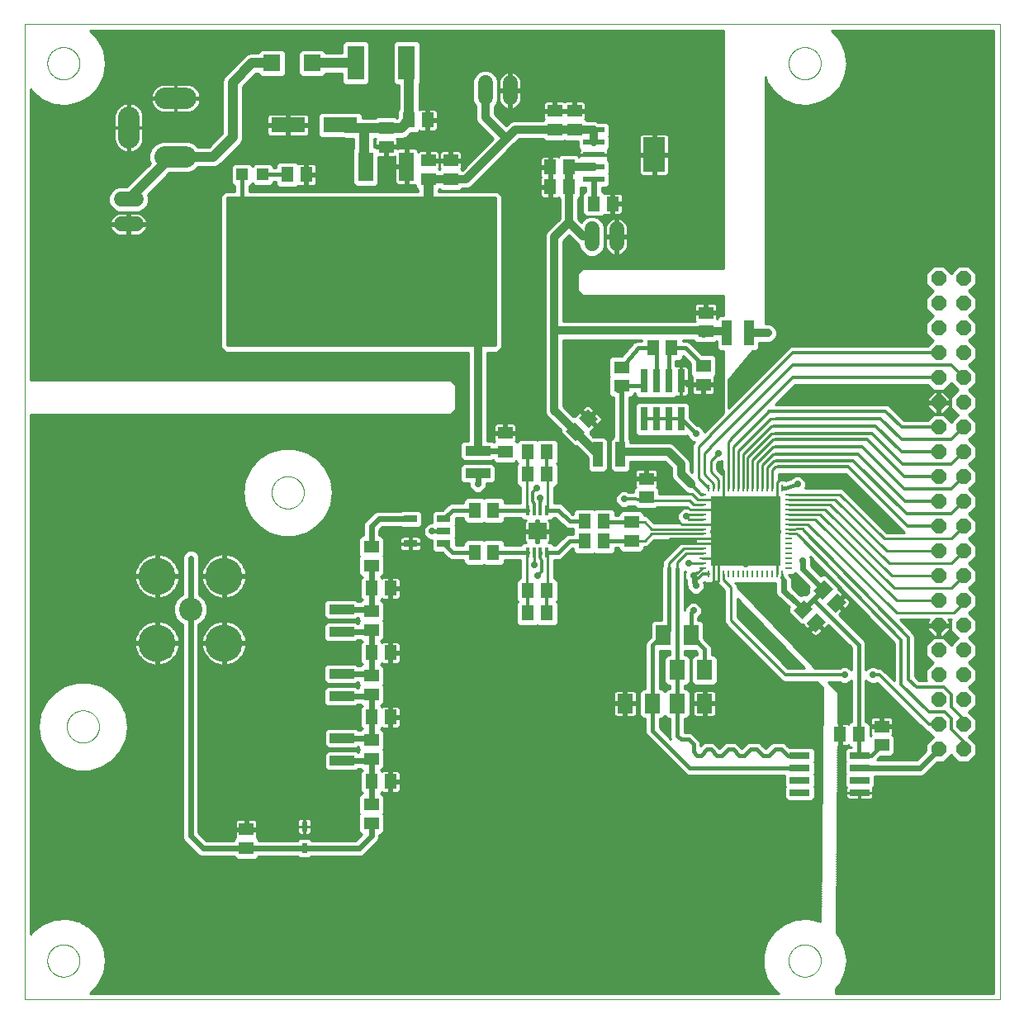
<source format=gtl>
G75*
%MOIN*%
%OFA0B0*%
%FSLAX25Y25*%
%IPPOS*%
%LPD*%
%AMOC8*
5,1,8,0,0,1.08239X$1,22.5*
%
%ADD10C,0.00000*%
%ADD11R,0.05906X0.05118*%
%ADD12R,0.05118X0.05906*%
%ADD13R,0.13780X0.06299*%
%ADD14R,0.02362X0.03937*%
%ADD15R,0.07087X0.06693*%
%ADD16R,0.07008X0.13780*%
%ADD17R,0.22835X0.24409*%
%ADD18R,0.06299X0.11811*%
%ADD19R,0.01654X0.03937*%
%ADD20R,0.07402X0.06614*%
%ADD21R,0.08661X0.02362*%
%ADD22R,0.09055X0.14173*%
%ADD23R,0.00984X0.02756*%
%ADD24R,0.02756X0.00984*%
%ADD25R,0.28150X0.28150*%
%ADD26C,0.08600*%
%ADD27R,0.02992X0.09449*%
%ADD28R,0.10000X0.03937*%
%ADD29R,0.03937X0.10000*%
%ADD30R,0.04724X0.04724*%
%ADD31R,0.05118X0.06299*%
%ADD32R,0.06299X0.07874*%
%ADD33R,0.06299X0.05118*%
%ADD34R,0.05500X0.03000*%
%ADD35R,0.08000X0.02600*%
%ADD36C,0.09449*%
%ADD37C,0.15024*%
%ADD38OC8,0.05906*%
%ADD39C,0.06000*%
%ADD40C,0.01000*%
%ADD41C,0.02775*%
%ADD42C,0.01100*%
%ADD43C,0.01200*%
%ADD44C,0.01600*%
%ADD45C,0.02400*%
%ADD46C,0.03200*%
%ADD47C,0.01969*%
%ADD48C,0.04000*%
D10*
X0008500Y0005500D02*
X0008500Y0399201D01*
X0402201Y0399201D01*
X0402201Y0005500D01*
X0008500Y0005500D01*
X0017752Y0021248D02*
X0017754Y0021409D01*
X0017760Y0021569D01*
X0017770Y0021730D01*
X0017784Y0021890D01*
X0017802Y0022049D01*
X0017823Y0022209D01*
X0017849Y0022367D01*
X0017879Y0022525D01*
X0017912Y0022682D01*
X0017950Y0022839D01*
X0017991Y0022994D01*
X0018036Y0023148D01*
X0018085Y0023301D01*
X0018138Y0023453D01*
X0018194Y0023603D01*
X0018254Y0023752D01*
X0018318Y0023900D01*
X0018385Y0024046D01*
X0018456Y0024190D01*
X0018531Y0024332D01*
X0018609Y0024473D01*
X0018690Y0024611D01*
X0018775Y0024748D01*
X0018864Y0024882D01*
X0018955Y0025014D01*
X0019050Y0025144D01*
X0019148Y0025271D01*
X0019249Y0025396D01*
X0019353Y0025519D01*
X0019460Y0025638D01*
X0019570Y0025755D01*
X0019683Y0025870D01*
X0019799Y0025981D01*
X0019917Y0026090D01*
X0020038Y0026195D01*
X0020162Y0026298D01*
X0020288Y0026398D01*
X0020417Y0026494D01*
X0020548Y0026587D01*
X0020681Y0026677D01*
X0020816Y0026764D01*
X0020954Y0026847D01*
X0021093Y0026926D01*
X0021235Y0027003D01*
X0021378Y0027076D01*
X0021523Y0027145D01*
X0021670Y0027210D01*
X0021818Y0027272D01*
X0021968Y0027331D01*
X0022119Y0027385D01*
X0022271Y0027436D01*
X0022425Y0027483D01*
X0022580Y0027526D01*
X0022735Y0027565D01*
X0022892Y0027601D01*
X0023050Y0027633D01*
X0023208Y0027660D01*
X0023367Y0027684D01*
X0023526Y0027704D01*
X0023686Y0027720D01*
X0023847Y0027732D01*
X0024007Y0027740D01*
X0024168Y0027744D01*
X0024328Y0027744D01*
X0024489Y0027740D01*
X0024649Y0027732D01*
X0024810Y0027720D01*
X0024970Y0027704D01*
X0025129Y0027684D01*
X0025288Y0027660D01*
X0025446Y0027633D01*
X0025604Y0027601D01*
X0025761Y0027565D01*
X0025916Y0027526D01*
X0026071Y0027483D01*
X0026225Y0027436D01*
X0026377Y0027385D01*
X0026528Y0027331D01*
X0026678Y0027272D01*
X0026826Y0027210D01*
X0026973Y0027145D01*
X0027118Y0027076D01*
X0027261Y0027003D01*
X0027403Y0026926D01*
X0027542Y0026847D01*
X0027680Y0026764D01*
X0027815Y0026677D01*
X0027948Y0026587D01*
X0028079Y0026494D01*
X0028208Y0026398D01*
X0028334Y0026298D01*
X0028458Y0026195D01*
X0028579Y0026090D01*
X0028697Y0025981D01*
X0028813Y0025870D01*
X0028926Y0025755D01*
X0029036Y0025638D01*
X0029143Y0025519D01*
X0029247Y0025396D01*
X0029348Y0025271D01*
X0029446Y0025144D01*
X0029541Y0025014D01*
X0029632Y0024882D01*
X0029721Y0024748D01*
X0029806Y0024611D01*
X0029887Y0024473D01*
X0029965Y0024332D01*
X0030040Y0024190D01*
X0030111Y0024046D01*
X0030178Y0023900D01*
X0030242Y0023752D01*
X0030302Y0023603D01*
X0030358Y0023453D01*
X0030411Y0023301D01*
X0030460Y0023148D01*
X0030505Y0022994D01*
X0030546Y0022839D01*
X0030584Y0022682D01*
X0030617Y0022525D01*
X0030647Y0022367D01*
X0030673Y0022209D01*
X0030694Y0022049D01*
X0030712Y0021890D01*
X0030726Y0021730D01*
X0030736Y0021569D01*
X0030742Y0021409D01*
X0030744Y0021248D01*
X0030742Y0021087D01*
X0030736Y0020927D01*
X0030726Y0020766D01*
X0030712Y0020606D01*
X0030694Y0020447D01*
X0030673Y0020287D01*
X0030647Y0020129D01*
X0030617Y0019971D01*
X0030584Y0019814D01*
X0030546Y0019657D01*
X0030505Y0019502D01*
X0030460Y0019348D01*
X0030411Y0019195D01*
X0030358Y0019043D01*
X0030302Y0018893D01*
X0030242Y0018744D01*
X0030178Y0018596D01*
X0030111Y0018450D01*
X0030040Y0018306D01*
X0029965Y0018164D01*
X0029887Y0018023D01*
X0029806Y0017885D01*
X0029721Y0017748D01*
X0029632Y0017614D01*
X0029541Y0017482D01*
X0029446Y0017352D01*
X0029348Y0017225D01*
X0029247Y0017100D01*
X0029143Y0016977D01*
X0029036Y0016858D01*
X0028926Y0016741D01*
X0028813Y0016626D01*
X0028697Y0016515D01*
X0028579Y0016406D01*
X0028458Y0016301D01*
X0028334Y0016198D01*
X0028208Y0016098D01*
X0028079Y0016002D01*
X0027948Y0015909D01*
X0027815Y0015819D01*
X0027680Y0015732D01*
X0027542Y0015649D01*
X0027403Y0015570D01*
X0027261Y0015493D01*
X0027118Y0015420D01*
X0026973Y0015351D01*
X0026826Y0015286D01*
X0026678Y0015224D01*
X0026528Y0015165D01*
X0026377Y0015111D01*
X0026225Y0015060D01*
X0026071Y0015013D01*
X0025916Y0014970D01*
X0025761Y0014931D01*
X0025604Y0014895D01*
X0025446Y0014863D01*
X0025288Y0014836D01*
X0025129Y0014812D01*
X0024970Y0014792D01*
X0024810Y0014776D01*
X0024649Y0014764D01*
X0024489Y0014756D01*
X0024328Y0014752D01*
X0024168Y0014752D01*
X0024007Y0014756D01*
X0023847Y0014764D01*
X0023686Y0014776D01*
X0023526Y0014792D01*
X0023367Y0014812D01*
X0023208Y0014836D01*
X0023050Y0014863D01*
X0022892Y0014895D01*
X0022735Y0014931D01*
X0022580Y0014970D01*
X0022425Y0015013D01*
X0022271Y0015060D01*
X0022119Y0015111D01*
X0021968Y0015165D01*
X0021818Y0015224D01*
X0021670Y0015286D01*
X0021523Y0015351D01*
X0021378Y0015420D01*
X0021235Y0015493D01*
X0021093Y0015570D01*
X0020954Y0015649D01*
X0020816Y0015732D01*
X0020681Y0015819D01*
X0020548Y0015909D01*
X0020417Y0016002D01*
X0020288Y0016098D01*
X0020162Y0016198D01*
X0020038Y0016301D01*
X0019917Y0016406D01*
X0019799Y0016515D01*
X0019683Y0016626D01*
X0019570Y0016741D01*
X0019460Y0016858D01*
X0019353Y0016977D01*
X0019249Y0017100D01*
X0019148Y0017225D01*
X0019050Y0017352D01*
X0018955Y0017482D01*
X0018864Y0017614D01*
X0018775Y0017748D01*
X0018690Y0017885D01*
X0018609Y0018023D01*
X0018531Y0018164D01*
X0018456Y0018306D01*
X0018385Y0018450D01*
X0018318Y0018596D01*
X0018254Y0018744D01*
X0018194Y0018893D01*
X0018138Y0019043D01*
X0018085Y0019195D01*
X0018036Y0019348D01*
X0017991Y0019502D01*
X0017950Y0019657D01*
X0017912Y0019814D01*
X0017879Y0019971D01*
X0017849Y0020129D01*
X0017823Y0020287D01*
X0017802Y0020447D01*
X0017784Y0020606D01*
X0017770Y0020766D01*
X0017760Y0020927D01*
X0017754Y0021087D01*
X0017752Y0021248D01*
X0025626Y0115736D02*
X0025628Y0115897D01*
X0025634Y0116057D01*
X0025644Y0116218D01*
X0025658Y0116378D01*
X0025676Y0116537D01*
X0025697Y0116697D01*
X0025723Y0116855D01*
X0025753Y0117013D01*
X0025786Y0117170D01*
X0025824Y0117327D01*
X0025865Y0117482D01*
X0025910Y0117636D01*
X0025959Y0117789D01*
X0026012Y0117941D01*
X0026068Y0118091D01*
X0026128Y0118240D01*
X0026192Y0118388D01*
X0026259Y0118534D01*
X0026330Y0118678D01*
X0026405Y0118820D01*
X0026483Y0118961D01*
X0026564Y0119099D01*
X0026649Y0119236D01*
X0026738Y0119370D01*
X0026829Y0119502D01*
X0026924Y0119632D01*
X0027022Y0119759D01*
X0027123Y0119884D01*
X0027227Y0120007D01*
X0027334Y0120126D01*
X0027444Y0120243D01*
X0027557Y0120358D01*
X0027673Y0120469D01*
X0027791Y0120578D01*
X0027912Y0120683D01*
X0028036Y0120786D01*
X0028162Y0120886D01*
X0028291Y0120982D01*
X0028422Y0121075D01*
X0028555Y0121165D01*
X0028690Y0121252D01*
X0028828Y0121335D01*
X0028967Y0121414D01*
X0029109Y0121491D01*
X0029252Y0121564D01*
X0029397Y0121633D01*
X0029544Y0121698D01*
X0029692Y0121760D01*
X0029842Y0121819D01*
X0029993Y0121873D01*
X0030145Y0121924D01*
X0030299Y0121971D01*
X0030454Y0122014D01*
X0030609Y0122053D01*
X0030766Y0122089D01*
X0030924Y0122121D01*
X0031082Y0122148D01*
X0031241Y0122172D01*
X0031400Y0122192D01*
X0031560Y0122208D01*
X0031721Y0122220D01*
X0031881Y0122228D01*
X0032042Y0122232D01*
X0032202Y0122232D01*
X0032363Y0122228D01*
X0032523Y0122220D01*
X0032684Y0122208D01*
X0032844Y0122192D01*
X0033003Y0122172D01*
X0033162Y0122148D01*
X0033320Y0122121D01*
X0033478Y0122089D01*
X0033635Y0122053D01*
X0033790Y0122014D01*
X0033945Y0121971D01*
X0034099Y0121924D01*
X0034251Y0121873D01*
X0034402Y0121819D01*
X0034552Y0121760D01*
X0034700Y0121698D01*
X0034847Y0121633D01*
X0034992Y0121564D01*
X0035135Y0121491D01*
X0035277Y0121414D01*
X0035416Y0121335D01*
X0035554Y0121252D01*
X0035689Y0121165D01*
X0035822Y0121075D01*
X0035953Y0120982D01*
X0036082Y0120886D01*
X0036208Y0120786D01*
X0036332Y0120683D01*
X0036453Y0120578D01*
X0036571Y0120469D01*
X0036687Y0120358D01*
X0036800Y0120243D01*
X0036910Y0120126D01*
X0037017Y0120007D01*
X0037121Y0119884D01*
X0037222Y0119759D01*
X0037320Y0119632D01*
X0037415Y0119502D01*
X0037506Y0119370D01*
X0037595Y0119236D01*
X0037680Y0119099D01*
X0037761Y0118961D01*
X0037839Y0118820D01*
X0037914Y0118678D01*
X0037985Y0118534D01*
X0038052Y0118388D01*
X0038116Y0118240D01*
X0038176Y0118091D01*
X0038232Y0117941D01*
X0038285Y0117789D01*
X0038334Y0117636D01*
X0038379Y0117482D01*
X0038420Y0117327D01*
X0038458Y0117170D01*
X0038491Y0117013D01*
X0038521Y0116855D01*
X0038547Y0116697D01*
X0038568Y0116537D01*
X0038586Y0116378D01*
X0038600Y0116218D01*
X0038610Y0116057D01*
X0038616Y0115897D01*
X0038618Y0115736D01*
X0038616Y0115575D01*
X0038610Y0115415D01*
X0038600Y0115254D01*
X0038586Y0115094D01*
X0038568Y0114935D01*
X0038547Y0114775D01*
X0038521Y0114617D01*
X0038491Y0114459D01*
X0038458Y0114302D01*
X0038420Y0114145D01*
X0038379Y0113990D01*
X0038334Y0113836D01*
X0038285Y0113683D01*
X0038232Y0113531D01*
X0038176Y0113381D01*
X0038116Y0113232D01*
X0038052Y0113084D01*
X0037985Y0112938D01*
X0037914Y0112794D01*
X0037839Y0112652D01*
X0037761Y0112511D01*
X0037680Y0112373D01*
X0037595Y0112236D01*
X0037506Y0112102D01*
X0037415Y0111970D01*
X0037320Y0111840D01*
X0037222Y0111713D01*
X0037121Y0111588D01*
X0037017Y0111465D01*
X0036910Y0111346D01*
X0036800Y0111229D01*
X0036687Y0111114D01*
X0036571Y0111003D01*
X0036453Y0110894D01*
X0036332Y0110789D01*
X0036208Y0110686D01*
X0036082Y0110586D01*
X0035953Y0110490D01*
X0035822Y0110397D01*
X0035689Y0110307D01*
X0035554Y0110220D01*
X0035416Y0110137D01*
X0035277Y0110058D01*
X0035135Y0109981D01*
X0034992Y0109908D01*
X0034847Y0109839D01*
X0034700Y0109774D01*
X0034552Y0109712D01*
X0034402Y0109653D01*
X0034251Y0109599D01*
X0034099Y0109548D01*
X0033945Y0109501D01*
X0033790Y0109458D01*
X0033635Y0109419D01*
X0033478Y0109383D01*
X0033320Y0109351D01*
X0033162Y0109324D01*
X0033003Y0109300D01*
X0032844Y0109280D01*
X0032684Y0109264D01*
X0032523Y0109252D01*
X0032363Y0109244D01*
X0032202Y0109240D01*
X0032042Y0109240D01*
X0031881Y0109244D01*
X0031721Y0109252D01*
X0031560Y0109264D01*
X0031400Y0109280D01*
X0031241Y0109300D01*
X0031082Y0109324D01*
X0030924Y0109351D01*
X0030766Y0109383D01*
X0030609Y0109419D01*
X0030454Y0109458D01*
X0030299Y0109501D01*
X0030145Y0109548D01*
X0029993Y0109599D01*
X0029842Y0109653D01*
X0029692Y0109712D01*
X0029544Y0109774D01*
X0029397Y0109839D01*
X0029252Y0109908D01*
X0029109Y0109981D01*
X0028967Y0110058D01*
X0028828Y0110137D01*
X0028690Y0110220D01*
X0028555Y0110307D01*
X0028422Y0110397D01*
X0028291Y0110490D01*
X0028162Y0110586D01*
X0028036Y0110686D01*
X0027912Y0110789D01*
X0027791Y0110894D01*
X0027673Y0111003D01*
X0027557Y0111114D01*
X0027444Y0111229D01*
X0027334Y0111346D01*
X0027227Y0111465D01*
X0027123Y0111588D01*
X0027022Y0111713D01*
X0026924Y0111840D01*
X0026829Y0111970D01*
X0026738Y0112102D01*
X0026649Y0112236D01*
X0026564Y0112373D01*
X0026483Y0112511D01*
X0026405Y0112652D01*
X0026330Y0112794D01*
X0026259Y0112938D01*
X0026192Y0113084D01*
X0026128Y0113232D01*
X0026068Y0113381D01*
X0026012Y0113531D01*
X0025959Y0113683D01*
X0025910Y0113836D01*
X0025865Y0113990D01*
X0025824Y0114145D01*
X0025786Y0114302D01*
X0025753Y0114459D01*
X0025723Y0114617D01*
X0025697Y0114775D01*
X0025676Y0114935D01*
X0025658Y0115094D01*
X0025644Y0115254D01*
X0025634Y0115415D01*
X0025628Y0115575D01*
X0025626Y0115736D01*
X0108303Y0210224D02*
X0108305Y0210385D01*
X0108311Y0210545D01*
X0108321Y0210706D01*
X0108335Y0210866D01*
X0108353Y0211025D01*
X0108374Y0211185D01*
X0108400Y0211343D01*
X0108430Y0211501D01*
X0108463Y0211658D01*
X0108501Y0211815D01*
X0108542Y0211970D01*
X0108587Y0212124D01*
X0108636Y0212277D01*
X0108689Y0212429D01*
X0108745Y0212579D01*
X0108805Y0212728D01*
X0108869Y0212876D01*
X0108936Y0213022D01*
X0109007Y0213166D01*
X0109082Y0213308D01*
X0109160Y0213449D01*
X0109241Y0213587D01*
X0109326Y0213724D01*
X0109415Y0213858D01*
X0109506Y0213990D01*
X0109601Y0214120D01*
X0109699Y0214247D01*
X0109800Y0214372D01*
X0109904Y0214495D01*
X0110011Y0214614D01*
X0110121Y0214731D01*
X0110234Y0214846D01*
X0110350Y0214957D01*
X0110468Y0215066D01*
X0110589Y0215171D01*
X0110713Y0215274D01*
X0110839Y0215374D01*
X0110968Y0215470D01*
X0111099Y0215563D01*
X0111232Y0215653D01*
X0111367Y0215740D01*
X0111505Y0215823D01*
X0111644Y0215902D01*
X0111786Y0215979D01*
X0111929Y0216052D01*
X0112074Y0216121D01*
X0112221Y0216186D01*
X0112369Y0216248D01*
X0112519Y0216307D01*
X0112670Y0216361D01*
X0112822Y0216412D01*
X0112976Y0216459D01*
X0113131Y0216502D01*
X0113286Y0216541D01*
X0113443Y0216577D01*
X0113601Y0216609D01*
X0113759Y0216636D01*
X0113918Y0216660D01*
X0114077Y0216680D01*
X0114237Y0216696D01*
X0114398Y0216708D01*
X0114558Y0216716D01*
X0114719Y0216720D01*
X0114879Y0216720D01*
X0115040Y0216716D01*
X0115200Y0216708D01*
X0115361Y0216696D01*
X0115521Y0216680D01*
X0115680Y0216660D01*
X0115839Y0216636D01*
X0115997Y0216609D01*
X0116155Y0216577D01*
X0116312Y0216541D01*
X0116467Y0216502D01*
X0116622Y0216459D01*
X0116776Y0216412D01*
X0116928Y0216361D01*
X0117079Y0216307D01*
X0117229Y0216248D01*
X0117377Y0216186D01*
X0117524Y0216121D01*
X0117669Y0216052D01*
X0117812Y0215979D01*
X0117954Y0215902D01*
X0118093Y0215823D01*
X0118231Y0215740D01*
X0118366Y0215653D01*
X0118499Y0215563D01*
X0118630Y0215470D01*
X0118759Y0215374D01*
X0118885Y0215274D01*
X0119009Y0215171D01*
X0119130Y0215066D01*
X0119248Y0214957D01*
X0119364Y0214846D01*
X0119477Y0214731D01*
X0119587Y0214614D01*
X0119694Y0214495D01*
X0119798Y0214372D01*
X0119899Y0214247D01*
X0119997Y0214120D01*
X0120092Y0213990D01*
X0120183Y0213858D01*
X0120272Y0213724D01*
X0120357Y0213587D01*
X0120438Y0213449D01*
X0120516Y0213308D01*
X0120591Y0213166D01*
X0120662Y0213022D01*
X0120729Y0212876D01*
X0120793Y0212728D01*
X0120853Y0212579D01*
X0120909Y0212429D01*
X0120962Y0212277D01*
X0121011Y0212124D01*
X0121056Y0211970D01*
X0121097Y0211815D01*
X0121135Y0211658D01*
X0121168Y0211501D01*
X0121198Y0211343D01*
X0121224Y0211185D01*
X0121245Y0211025D01*
X0121263Y0210866D01*
X0121277Y0210706D01*
X0121287Y0210545D01*
X0121293Y0210385D01*
X0121295Y0210224D01*
X0121293Y0210063D01*
X0121287Y0209903D01*
X0121277Y0209742D01*
X0121263Y0209582D01*
X0121245Y0209423D01*
X0121224Y0209263D01*
X0121198Y0209105D01*
X0121168Y0208947D01*
X0121135Y0208790D01*
X0121097Y0208633D01*
X0121056Y0208478D01*
X0121011Y0208324D01*
X0120962Y0208171D01*
X0120909Y0208019D01*
X0120853Y0207869D01*
X0120793Y0207720D01*
X0120729Y0207572D01*
X0120662Y0207426D01*
X0120591Y0207282D01*
X0120516Y0207140D01*
X0120438Y0206999D01*
X0120357Y0206861D01*
X0120272Y0206724D01*
X0120183Y0206590D01*
X0120092Y0206458D01*
X0119997Y0206328D01*
X0119899Y0206201D01*
X0119798Y0206076D01*
X0119694Y0205953D01*
X0119587Y0205834D01*
X0119477Y0205717D01*
X0119364Y0205602D01*
X0119248Y0205491D01*
X0119130Y0205382D01*
X0119009Y0205277D01*
X0118885Y0205174D01*
X0118759Y0205074D01*
X0118630Y0204978D01*
X0118499Y0204885D01*
X0118366Y0204795D01*
X0118231Y0204708D01*
X0118093Y0204625D01*
X0117954Y0204546D01*
X0117812Y0204469D01*
X0117669Y0204396D01*
X0117524Y0204327D01*
X0117377Y0204262D01*
X0117229Y0204200D01*
X0117079Y0204141D01*
X0116928Y0204087D01*
X0116776Y0204036D01*
X0116622Y0203989D01*
X0116467Y0203946D01*
X0116312Y0203907D01*
X0116155Y0203871D01*
X0115997Y0203839D01*
X0115839Y0203812D01*
X0115680Y0203788D01*
X0115521Y0203768D01*
X0115361Y0203752D01*
X0115200Y0203740D01*
X0115040Y0203732D01*
X0114879Y0203728D01*
X0114719Y0203728D01*
X0114558Y0203732D01*
X0114398Y0203740D01*
X0114237Y0203752D01*
X0114077Y0203768D01*
X0113918Y0203788D01*
X0113759Y0203812D01*
X0113601Y0203839D01*
X0113443Y0203871D01*
X0113286Y0203907D01*
X0113131Y0203946D01*
X0112976Y0203989D01*
X0112822Y0204036D01*
X0112670Y0204087D01*
X0112519Y0204141D01*
X0112369Y0204200D01*
X0112221Y0204262D01*
X0112074Y0204327D01*
X0111929Y0204396D01*
X0111786Y0204469D01*
X0111644Y0204546D01*
X0111505Y0204625D01*
X0111367Y0204708D01*
X0111232Y0204795D01*
X0111099Y0204885D01*
X0110968Y0204978D01*
X0110839Y0205074D01*
X0110713Y0205174D01*
X0110589Y0205277D01*
X0110468Y0205382D01*
X0110350Y0205491D01*
X0110234Y0205602D01*
X0110121Y0205717D01*
X0110011Y0205834D01*
X0109904Y0205953D01*
X0109800Y0206076D01*
X0109699Y0206201D01*
X0109601Y0206328D01*
X0109506Y0206458D01*
X0109415Y0206590D01*
X0109326Y0206724D01*
X0109241Y0206861D01*
X0109160Y0206999D01*
X0109082Y0207140D01*
X0109007Y0207282D01*
X0108936Y0207426D01*
X0108869Y0207572D01*
X0108805Y0207720D01*
X0108745Y0207869D01*
X0108689Y0208019D01*
X0108636Y0208171D01*
X0108587Y0208324D01*
X0108542Y0208478D01*
X0108501Y0208633D01*
X0108463Y0208790D01*
X0108430Y0208947D01*
X0108400Y0209105D01*
X0108374Y0209263D01*
X0108353Y0209423D01*
X0108335Y0209582D01*
X0108321Y0209742D01*
X0108311Y0209903D01*
X0108305Y0210063D01*
X0108303Y0210224D01*
X0017752Y0383453D02*
X0017754Y0383614D01*
X0017760Y0383774D01*
X0017770Y0383935D01*
X0017784Y0384095D01*
X0017802Y0384254D01*
X0017823Y0384414D01*
X0017849Y0384572D01*
X0017879Y0384730D01*
X0017912Y0384887D01*
X0017950Y0385044D01*
X0017991Y0385199D01*
X0018036Y0385353D01*
X0018085Y0385506D01*
X0018138Y0385658D01*
X0018194Y0385808D01*
X0018254Y0385957D01*
X0018318Y0386105D01*
X0018385Y0386251D01*
X0018456Y0386395D01*
X0018531Y0386537D01*
X0018609Y0386678D01*
X0018690Y0386816D01*
X0018775Y0386953D01*
X0018864Y0387087D01*
X0018955Y0387219D01*
X0019050Y0387349D01*
X0019148Y0387476D01*
X0019249Y0387601D01*
X0019353Y0387724D01*
X0019460Y0387843D01*
X0019570Y0387960D01*
X0019683Y0388075D01*
X0019799Y0388186D01*
X0019917Y0388295D01*
X0020038Y0388400D01*
X0020162Y0388503D01*
X0020288Y0388603D01*
X0020417Y0388699D01*
X0020548Y0388792D01*
X0020681Y0388882D01*
X0020816Y0388969D01*
X0020954Y0389052D01*
X0021093Y0389131D01*
X0021235Y0389208D01*
X0021378Y0389281D01*
X0021523Y0389350D01*
X0021670Y0389415D01*
X0021818Y0389477D01*
X0021968Y0389536D01*
X0022119Y0389590D01*
X0022271Y0389641D01*
X0022425Y0389688D01*
X0022580Y0389731D01*
X0022735Y0389770D01*
X0022892Y0389806D01*
X0023050Y0389838D01*
X0023208Y0389865D01*
X0023367Y0389889D01*
X0023526Y0389909D01*
X0023686Y0389925D01*
X0023847Y0389937D01*
X0024007Y0389945D01*
X0024168Y0389949D01*
X0024328Y0389949D01*
X0024489Y0389945D01*
X0024649Y0389937D01*
X0024810Y0389925D01*
X0024970Y0389909D01*
X0025129Y0389889D01*
X0025288Y0389865D01*
X0025446Y0389838D01*
X0025604Y0389806D01*
X0025761Y0389770D01*
X0025916Y0389731D01*
X0026071Y0389688D01*
X0026225Y0389641D01*
X0026377Y0389590D01*
X0026528Y0389536D01*
X0026678Y0389477D01*
X0026826Y0389415D01*
X0026973Y0389350D01*
X0027118Y0389281D01*
X0027261Y0389208D01*
X0027403Y0389131D01*
X0027542Y0389052D01*
X0027680Y0388969D01*
X0027815Y0388882D01*
X0027948Y0388792D01*
X0028079Y0388699D01*
X0028208Y0388603D01*
X0028334Y0388503D01*
X0028458Y0388400D01*
X0028579Y0388295D01*
X0028697Y0388186D01*
X0028813Y0388075D01*
X0028926Y0387960D01*
X0029036Y0387843D01*
X0029143Y0387724D01*
X0029247Y0387601D01*
X0029348Y0387476D01*
X0029446Y0387349D01*
X0029541Y0387219D01*
X0029632Y0387087D01*
X0029721Y0386953D01*
X0029806Y0386816D01*
X0029887Y0386678D01*
X0029965Y0386537D01*
X0030040Y0386395D01*
X0030111Y0386251D01*
X0030178Y0386105D01*
X0030242Y0385957D01*
X0030302Y0385808D01*
X0030358Y0385658D01*
X0030411Y0385506D01*
X0030460Y0385353D01*
X0030505Y0385199D01*
X0030546Y0385044D01*
X0030584Y0384887D01*
X0030617Y0384730D01*
X0030647Y0384572D01*
X0030673Y0384414D01*
X0030694Y0384254D01*
X0030712Y0384095D01*
X0030726Y0383935D01*
X0030736Y0383774D01*
X0030742Y0383614D01*
X0030744Y0383453D01*
X0030742Y0383292D01*
X0030736Y0383132D01*
X0030726Y0382971D01*
X0030712Y0382811D01*
X0030694Y0382652D01*
X0030673Y0382492D01*
X0030647Y0382334D01*
X0030617Y0382176D01*
X0030584Y0382019D01*
X0030546Y0381862D01*
X0030505Y0381707D01*
X0030460Y0381553D01*
X0030411Y0381400D01*
X0030358Y0381248D01*
X0030302Y0381098D01*
X0030242Y0380949D01*
X0030178Y0380801D01*
X0030111Y0380655D01*
X0030040Y0380511D01*
X0029965Y0380369D01*
X0029887Y0380228D01*
X0029806Y0380090D01*
X0029721Y0379953D01*
X0029632Y0379819D01*
X0029541Y0379687D01*
X0029446Y0379557D01*
X0029348Y0379430D01*
X0029247Y0379305D01*
X0029143Y0379182D01*
X0029036Y0379063D01*
X0028926Y0378946D01*
X0028813Y0378831D01*
X0028697Y0378720D01*
X0028579Y0378611D01*
X0028458Y0378506D01*
X0028334Y0378403D01*
X0028208Y0378303D01*
X0028079Y0378207D01*
X0027948Y0378114D01*
X0027815Y0378024D01*
X0027680Y0377937D01*
X0027542Y0377854D01*
X0027403Y0377775D01*
X0027261Y0377698D01*
X0027118Y0377625D01*
X0026973Y0377556D01*
X0026826Y0377491D01*
X0026678Y0377429D01*
X0026528Y0377370D01*
X0026377Y0377316D01*
X0026225Y0377265D01*
X0026071Y0377218D01*
X0025916Y0377175D01*
X0025761Y0377136D01*
X0025604Y0377100D01*
X0025446Y0377068D01*
X0025288Y0377041D01*
X0025129Y0377017D01*
X0024970Y0376997D01*
X0024810Y0376981D01*
X0024649Y0376969D01*
X0024489Y0376961D01*
X0024328Y0376957D01*
X0024168Y0376957D01*
X0024007Y0376961D01*
X0023847Y0376969D01*
X0023686Y0376981D01*
X0023526Y0376997D01*
X0023367Y0377017D01*
X0023208Y0377041D01*
X0023050Y0377068D01*
X0022892Y0377100D01*
X0022735Y0377136D01*
X0022580Y0377175D01*
X0022425Y0377218D01*
X0022271Y0377265D01*
X0022119Y0377316D01*
X0021968Y0377370D01*
X0021818Y0377429D01*
X0021670Y0377491D01*
X0021523Y0377556D01*
X0021378Y0377625D01*
X0021235Y0377698D01*
X0021093Y0377775D01*
X0020954Y0377854D01*
X0020816Y0377937D01*
X0020681Y0378024D01*
X0020548Y0378114D01*
X0020417Y0378207D01*
X0020288Y0378303D01*
X0020162Y0378403D01*
X0020038Y0378506D01*
X0019917Y0378611D01*
X0019799Y0378720D01*
X0019683Y0378831D01*
X0019570Y0378946D01*
X0019460Y0379063D01*
X0019353Y0379182D01*
X0019249Y0379305D01*
X0019148Y0379430D01*
X0019050Y0379557D01*
X0018955Y0379687D01*
X0018864Y0379819D01*
X0018775Y0379953D01*
X0018690Y0380090D01*
X0018609Y0380228D01*
X0018531Y0380369D01*
X0018456Y0380511D01*
X0018385Y0380655D01*
X0018318Y0380801D01*
X0018254Y0380949D01*
X0018194Y0381098D01*
X0018138Y0381248D01*
X0018085Y0381400D01*
X0018036Y0381553D01*
X0017991Y0381707D01*
X0017950Y0381862D01*
X0017912Y0382019D01*
X0017879Y0382176D01*
X0017849Y0382334D01*
X0017823Y0382492D01*
X0017802Y0382652D01*
X0017784Y0382811D01*
X0017770Y0382971D01*
X0017760Y0383132D01*
X0017754Y0383292D01*
X0017752Y0383453D01*
X0316965Y0383453D02*
X0316967Y0383614D01*
X0316973Y0383774D01*
X0316983Y0383935D01*
X0316997Y0384095D01*
X0317015Y0384254D01*
X0317036Y0384414D01*
X0317062Y0384572D01*
X0317092Y0384730D01*
X0317125Y0384887D01*
X0317163Y0385044D01*
X0317204Y0385199D01*
X0317249Y0385353D01*
X0317298Y0385506D01*
X0317351Y0385658D01*
X0317407Y0385808D01*
X0317467Y0385957D01*
X0317531Y0386105D01*
X0317598Y0386251D01*
X0317669Y0386395D01*
X0317744Y0386537D01*
X0317822Y0386678D01*
X0317903Y0386816D01*
X0317988Y0386953D01*
X0318077Y0387087D01*
X0318168Y0387219D01*
X0318263Y0387349D01*
X0318361Y0387476D01*
X0318462Y0387601D01*
X0318566Y0387724D01*
X0318673Y0387843D01*
X0318783Y0387960D01*
X0318896Y0388075D01*
X0319012Y0388186D01*
X0319130Y0388295D01*
X0319251Y0388400D01*
X0319375Y0388503D01*
X0319501Y0388603D01*
X0319630Y0388699D01*
X0319761Y0388792D01*
X0319894Y0388882D01*
X0320029Y0388969D01*
X0320167Y0389052D01*
X0320306Y0389131D01*
X0320448Y0389208D01*
X0320591Y0389281D01*
X0320736Y0389350D01*
X0320883Y0389415D01*
X0321031Y0389477D01*
X0321181Y0389536D01*
X0321332Y0389590D01*
X0321484Y0389641D01*
X0321638Y0389688D01*
X0321793Y0389731D01*
X0321948Y0389770D01*
X0322105Y0389806D01*
X0322263Y0389838D01*
X0322421Y0389865D01*
X0322580Y0389889D01*
X0322739Y0389909D01*
X0322899Y0389925D01*
X0323060Y0389937D01*
X0323220Y0389945D01*
X0323381Y0389949D01*
X0323541Y0389949D01*
X0323702Y0389945D01*
X0323862Y0389937D01*
X0324023Y0389925D01*
X0324183Y0389909D01*
X0324342Y0389889D01*
X0324501Y0389865D01*
X0324659Y0389838D01*
X0324817Y0389806D01*
X0324974Y0389770D01*
X0325129Y0389731D01*
X0325284Y0389688D01*
X0325438Y0389641D01*
X0325590Y0389590D01*
X0325741Y0389536D01*
X0325891Y0389477D01*
X0326039Y0389415D01*
X0326186Y0389350D01*
X0326331Y0389281D01*
X0326474Y0389208D01*
X0326616Y0389131D01*
X0326755Y0389052D01*
X0326893Y0388969D01*
X0327028Y0388882D01*
X0327161Y0388792D01*
X0327292Y0388699D01*
X0327421Y0388603D01*
X0327547Y0388503D01*
X0327671Y0388400D01*
X0327792Y0388295D01*
X0327910Y0388186D01*
X0328026Y0388075D01*
X0328139Y0387960D01*
X0328249Y0387843D01*
X0328356Y0387724D01*
X0328460Y0387601D01*
X0328561Y0387476D01*
X0328659Y0387349D01*
X0328754Y0387219D01*
X0328845Y0387087D01*
X0328934Y0386953D01*
X0329019Y0386816D01*
X0329100Y0386678D01*
X0329178Y0386537D01*
X0329253Y0386395D01*
X0329324Y0386251D01*
X0329391Y0386105D01*
X0329455Y0385957D01*
X0329515Y0385808D01*
X0329571Y0385658D01*
X0329624Y0385506D01*
X0329673Y0385353D01*
X0329718Y0385199D01*
X0329759Y0385044D01*
X0329797Y0384887D01*
X0329830Y0384730D01*
X0329860Y0384572D01*
X0329886Y0384414D01*
X0329907Y0384254D01*
X0329925Y0384095D01*
X0329939Y0383935D01*
X0329949Y0383774D01*
X0329955Y0383614D01*
X0329957Y0383453D01*
X0329955Y0383292D01*
X0329949Y0383132D01*
X0329939Y0382971D01*
X0329925Y0382811D01*
X0329907Y0382652D01*
X0329886Y0382492D01*
X0329860Y0382334D01*
X0329830Y0382176D01*
X0329797Y0382019D01*
X0329759Y0381862D01*
X0329718Y0381707D01*
X0329673Y0381553D01*
X0329624Y0381400D01*
X0329571Y0381248D01*
X0329515Y0381098D01*
X0329455Y0380949D01*
X0329391Y0380801D01*
X0329324Y0380655D01*
X0329253Y0380511D01*
X0329178Y0380369D01*
X0329100Y0380228D01*
X0329019Y0380090D01*
X0328934Y0379953D01*
X0328845Y0379819D01*
X0328754Y0379687D01*
X0328659Y0379557D01*
X0328561Y0379430D01*
X0328460Y0379305D01*
X0328356Y0379182D01*
X0328249Y0379063D01*
X0328139Y0378946D01*
X0328026Y0378831D01*
X0327910Y0378720D01*
X0327792Y0378611D01*
X0327671Y0378506D01*
X0327547Y0378403D01*
X0327421Y0378303D01*
X0327292Y0378207D01*
X0327161Y0378114D01*
X0327028Y0378024D01*
X0326893Y0377937D01*
X0326755Y0377854D01*
X0326616Y0377775D01*
X0326474Y0377698D01*
X0326331Y0377625D01*
X0326186Y0377556D01*
X0326039Y0377491D01*
X0325891Y0377429D01*
X0325741Y0377370D01*
X0325590Y0377316D01*
X0325438Y0377265D01*
X0325284Y0377218D01*
X0325129Y0377175D01*
X0324974Y0377136D01*
X0324817Y0377100D01*
X0324659Y0377068D01*
X0324501Y0377041D01*
X0324342Y0377017D01*
X0324183Y0376997D01*
X0324023Y0376981D01*
X0323862Y0376969D01*
X0323702Y0376961D01*
X0323541Y0376957D01*
X0323381Y0376957D01*
X0323220Y0376961D01*
X0323060Y0376969D01*
X0322899Y0376981D01*
X0322739Y0376997D01*
X0322580Y0377017D01*
X0322421Y0377041D01*
X0322263Y0377068D01*
X0322105Y0377100D01*
X0321948Y0377136D01*
X0321793Y0377175D01*
X0321638Y0377218D01*
X0321484Y0377265D01*
X0321332Y0377316D01*
X0321181Y0377370D01*
X0321031Y0377429D01*
X0320883Y0377491D01*
X0320736Y0377556D01*
X0320591Y0377625D01*
X0320448Y0377698D01*
X0320306Y0377775D01*
X0320167Y0377854D01*
X0320029Y0377937D01*
X0319894Y0378024D01*
X0319761Y0378114D01*
X0319630Y0378207D01*
X0319501Y0378303D01*
X0319375Y0378403D01*
X0319251Y0378506D01*
X0319130Y0378611D01*
X0319012Y0378720D01*
X0318896Y0378831D01*
X0318783Y0378946D01*
X0318673Y0379063D01*
X0318566Y0379182D01*
X0318462Y0379305D01*
X0318361Y0379430D01*
X0318263Y0379557D01*
X0318168Y0379687D01*
X0318077Y0379819D01*
X0317988Y0379953D01*
X0317903Y0380090D01*
X0317822Y0380228D01*
X0317744Y0380369D01*
X0317669Y0380511D01*
X0317598Y0380655D01*
X0317531Y0380801D01*
X0317467Y0380949D01*
X0317407Y0381098D01*
X0317351Y0381248D01*
X0317298Y0381400D01*
X0317249Y0381553D01*
X0317204Y0381707D01*
X0317163Y0381862D01*
X0317125Y0382019D01*
X0317092Y0382176D01*
X0317062Y0382334D01*
X0317036Y0382492D01*
X0317015Y0382652D01*
X0316997Y0382811D01*
X0316983Y0382971D01*
X0316973Y0383132D01*
X0316967Y0383292D01*
X0316965Y0383453D01*
X0316965Y0021248D02*
X0316967Y0021409D01*
X0316973Y0021569D01*
X0316983Y0021730D01*
X0316997Y0021890D01*
X0317015Y0022049D01*
X0317036Y0022209D01*
X0317062Y0022367D01*
X0317092Y0022525D01*
X0317125Y0022682D01*
X0317163Y0022839D01*
X0317204Y0022994D01*
X0317249Y0023148D01*
X0317298Y0023301D01*
X0317351Y0023453D01*
X0317407Y0023603D01*
X0317467Y0023752D01*
X0317531Y0023900D01*
X0317598Y0024046D01*
X0317669Y0024190D01*
X0317744Y0024332D01*
X0317822Y0024473D01*
X0317903Y0024611D01*
X0317988Y0024748D01*
X0318077Y0024882D01*
X0318168Y0025014D01*
X0318263Y0025144D01*
X0318361Y0025271D01*
X0318462Y0025396D01*
X0318566Y0025519D01*
X0318673Y0025638D01*
X0318783Y0025755D01*
X0318896Y0025870D01*
X0319012Y0025981D01*
X0319130Y0026090D01*
X0319251Y0026195D01*
X0319375Y0026298D01*
X0319501Y0026398D01*
X0319630Y0026494D01*
X0319761Y0026587D01*
X0319894Y0026677D01*
X0320029Y0026764D01*
X0320167Y0026847D01*
X0320306Y0026926D01*
X0320448Y0027003D01*
X0320591Y0027076D01*
X0320736Y0027145D01*
X0320883Y0027210D01*
X0321031Y0027272D01*
X0321181Y0027331D01*
X0321332Y0027385D01*
X0321484Y0027436D01*
X0321638Y0027483D01*
X0321793Y0027526D01*
X0321948Y0027565D01*
X0322105Y0027601D01*
X0322263Y0027633D01*
X0322421Y0027660D01*
X0322580Y0027684D01*
X0322739Y0027704D01*
X0322899Y0027720D01*
X0323060Y0027732D01*
X0323220Y0027740D01*
X0323381Y0027744D01*
X0323541Y0027744D01*
X0323702Y0027740D01*
X0323862Y0027732D01*
X0324023Y0027720D01*
X0324183Y0027704D01*
X0324342Y0027684D01*
X0324501Y0027660D01*
X0324659Y0027633D01*
X0324817Y0027601D01*
X0324974Y0027565D01*
X0325129Y0027526D01*
X0325284Y0027483D01*
X0325438Y0027436D01*
X0325590Y0027385D01*
X0325741Y0027331D01*
X0325891Y0027272D01*
X0326039Y0027210D01*
X0326186Y0027145D01*
X0326331Y0027076D01*
X0326474Y0027003D01*
X0326616Y0026926D01*
X0326755Y0026847D01*
X0326893Y0026764D01*
X0327028Y0026677D01*
X0327161Y0026587D01*
X0327292Y0026494D01*
X0327421Y0026398D01*
X0327547Y0026298D01*
X0327671Y0026195D01*
X0327792Y0026090D01*
X0327910Y0025981D01*
X0328026Y0025870D01*
X0328139Y0025755D01*
X0328249Y0025638D01*
X0328356Y0025519D01*
X0328460Y0025396D01*
X0328561Y0025271D01*
X0328659Y0025144D01*
X0328754Y0025014D01*
X0328845Y0024882D01*
X0328934Y0024748D01*
X0329019Y0024611D01*
X0329100Y0024473D01*
X0329178Y0024332D01*
X0329253Y0024190D01*
X0329324Y0024046D01*
X0329391Y0023900D01*
X0329455Y0023752D01*
X0329515Y0023603D01*
X0329571Y0023453D01*
X0329624Y0023301D01*
X0329673Y0023148D01*
X0329718Y0022994D01*
X0329759Y0022839D01*
X0329797Y0022682D01*
X0329830Y0022525D01*
X0329860Y0022367D01*
X0329886Y0022209D01*
X0329907Y0022049D01*
X0329925Y0021890D01*
X0329939Y0021730D01*
X0329949Y0021569D01*
X0329955Y0021409D01*
X0329957Y0021248D01*
X0329955Y0021087D01*
X0329949Y0020927D01*
X0329939Y0020766D01*
X0329925Y0020606D01*
X0329907Y0020447D01*
X0329886Y0020287D01*
X0329860Y0020129D01*
X0329830Y0019971D01*
X0329797Y0019814D01*
X0329759Y0019657D01*
X0329718Y0019502D01*
X0329673Y0019348D01*
X0329624Y0019195D01*
X0329571Y0019043D01*
X0329515Y0018893D01*
X0329455Y0018744D01*
X0329391Y0018596D01*
X0329324Y0018450D01*
X0329253Y0018306D01*
X0329178Y0018164D01*
X0329100Y0018023D01*
X0329019Y0017885D01*
X0328934Y0017748D01*
X0328845Y0017614D01*
X0328754Y0017482D01*
X0328659Y0017352D01*
X0328561Y0017225D01*
X0328460Y0017100D01*
X0328356Y0016977D01*
X0328249Y0016858D01*
X0328139Y0016741D01*
X0328026Y0016626D01*
X0327910Y0016515D01*
X0327792Y0016406D01*
X0327671Y0016301D01*
X0327547Y0016198D01*
X0327421Y0016098D01*
X0327292Y0016002D01*
X0327161Y0015909D01*
X0327028Y0015819D01*
X0326893Y0015732D01*
X0326755Y0015649D01*
X0326616Y0015570D01*
X0326474Y0015493D01*
X0326331Y0015420D01*
X0326186Y0015351D01*
X0326039Y0015286D01*
X0325891Y0015224D01*
X0325741Y0015165D01*
X0325590Y0015111D01*
X0325438Y0015060D01*
X0325284Y0015013D01*
X0325129Y0014970D01*
X0324974Y0014931D01*
X0324817Y0014895D01*
X0324659Y0014863D01*
X0324501Y0014836D01*
X0324342Y0014812D01*
X0324183Y0014792D01*
X0324023Y0014776D01*
X0323862Y0014764D01*
X0323702Y0014756D01*
X0323541Y0014752D01*
X0323381Y0014752D01*
X0323220Y0014756D01*
X0323060Y0014764D01*
X0322899Y0014776D01*
X0322739Y0014792D01*
X0322580Y0014812D01*
X0322421Y0014836D01*
X0322263Y0014863D01*
X0322105Y0014895D01*
X0321948Y0014931D01*
X0321793Y0014970D01*
X0321638Y0015013D01*
X0321484Y0015060D01*
X0321332Y0015111D01*
X0321181Y0015165D01*
X0321031Y0015224D01*
X0320883Y0015286D01*
X0320736Y0015351D01*
X0320591Y0015420D01*
X0320448Y0015493D01*
X0320306Y0015570D01*
X0320167Y0015649D01*
X0320029Y0015732D01*
X0319894Y0015819D01*
X0319761Y0015909D01*
X0319630Y0016002D01*
X0319501Y0016098D01*
X0319375Y0016198D01*
X0319251Y0016301D01*
X0319130Y0016406D01*
X0319012Y0016515D01*
X0318896Y0016626D01*
X0318783Y0016741D01*
X0318673Y0016858D01*
X0318566Y0016977D01*
X0318462Y0017100D01*
X0318361Y0017225D01*
X0318263Y0017352D01*
X0318168Y0017482D01*
X0318077Y0017614D01*
X0317988Y0017748D01*
X0317903Y0017885D01*
X0317822Y0018023D01*
X0317744Y0018164D01*
X0317669Y0018306D01*
X0317598Y0018450D01*
X0317531Y0018596D01*
X0317467Y0018744D01*
X0317407Y0018893D01*
X0317351Y0019043D01*
X0317298Y0019195D01*
X0317249Y0019348D01*
X0317204Y0019502D01*
X0317163Y0019657D01*
X0317125Y0019814D01*
X0317092Y0019971D01*
X0317062Y0020129D01*
X0317036Y0020287D01*
X0317015Y0020447D01*
X0316997Y0020606D01*
X0316983Y0020766D01*
X0316973Y0020927D01*
X0316967Y0021087D01*
X0316965Y0021248D01*
D11*
X0354500Y0108260D03*
X0354500Y0115740D03*
X0259500Y0208260D03*
X0259500Y0215740D03*
X0253500Y0198240D03*
X0253500Y0190760D03*
X0202500Y0226760D03*
X0202500Y0234240D03*
X0148500Y0188240D03*
X0148500Y0180760D03*
X0148500Y0162240D03*
X0148500Y0154760D03*
X0148500Y0136240D03*
X0148500Y0128760D03*
X0148500Y0110240D03*
X0148500Y0102760D03*
X0148500Y0084240D03*
X0148500Y0076760D03*
X0098000Y0074240D03*
X0098000Y0066760D03*
X0283500Y0275260D03*
X0283500Y0282740D03*
X0230500Y0356760D03*
X0230500Y0364240D03*
X0222500Y0364240D03*
X0222500Y0356760D03*
X0180500Y0344240D03*
X0180500Y0336760D03*
X0171500Y0336760D03*
X0171500Y0344240D03*
X0154500Y0349760D03*
X0154500Y0357240D03*
D12*
X0163760Y0360500D03*
X0171240Y0360500D03*
X0220760Y0341500D03*
X0228240Y0341500D03*
X0228240Y0333500D03*
X0220760Y0333500D03*
X0238360Y0326700D03*
X0245840Y0326700D03*
G36*
X0240042Y0239867D02*
X0236423Y0236248D01*
X0232248Y0240423D01*
X0235867Y0244042D01*
X0240042Y0239867D01*
G37*
G36*
X0234752Y0234577D02*
X0231133Y0230958D01*
X0226958Y0235133D01*
X0230577Y0238752D01*
X0234752Y0234577D01*
G37*
X0219240Y0217500D03*
X0211760Y0217500D03*
X0211760Y0170500D03*
X0219240Y0170500D03*
X0156240Y0171500D03*
X0148760Y0171500D03*
X0148760Y0145500D03*
X0156240Y0145500D03*
X0156240Y0119500D03*
X0148760Y0119500D03*
X0148760Y0093500D03*
X0156240Y0093500D03*
G36*
X0322609Y0159027D02*
X0318990Y0162646D01*
X0323165Y0166821D01*
X0326784Y0163202D01*
X0322609Y0159027D01*
G37*
G36*
X0327898Y0153738D02*
X0324279Y0157357D01*
X0328454Y0161532D01*
X0332073Y0157913D01*
X0327898Y0153738D01*
G37*
G36*
X0336572Y0169532D02*
X0340191Y0165913D01*
X0336016Y0161738D01*
X0332397Y0165357D01*
X0336572Y0169532D01*
G37*
G36*
X0331283Y0174821D02*
X0334902Y0171202D01*
X0330727Y0167027D01*
X0327108Y0170646D01*
X0331283Y0174821D01*
G37*
X0337760Y0112500D03*
X0345240Y0112500D03*
D13*
X0136130Y0358500D03*
X0114870Y0358500D03*
D14*
X0121500Y0075331D03*
X0121500Y0066669D03*
D15*
X0124571Y0383500D03*
X0108429Y0383500D03*
D16*
X0142205Y0383500D03*
X0162795Y0383500D03*
D17*
X0154500Y0313500D03*
D18*
X0146232Y0341768D03*
X0162768Y0341768D03*
D19*
X0211661Y0203043D03*
X0214220Y0203043D03*
X0216780Y0203043D03*
X0219339Y0203043D03*
X0219339Y0185957D03*
X0216780Y0185957D03*
X0214220Y0185957D03*
X0211661Y0185957D03*
D20*
X0215500Y0194500D03*
D21*
X0238295Y0336500D03*
X0238295Y0341500D03*
X0238295Y0346500D03*
X0238295Y0351500D03*
X0238295Y0356500D03*
D22*
X0262705Y0346500D03*
D23*
X0284736Y0211823D03*
X0286705Y0211823D03*
X0288673Y0211823D03*
X0290642Y0211823D03*
X0292610Y0211823D03*
X0294579Y0211823D03*
X0296547Y0211823D03*
X0298516Y0211823D03*
X0300484Y0211823D03*
X0302453Y0211823D03*
X0304421Y0211823D03*
X0306390Y0211823D03*
X0308358Y0211823D03*
X0310327Y0211823D03*
X0312295Y0211823D03*
X0314264Y0211823D03*
X0314264Y0177177D03*
X0312295Y0177177D03*
X0310327Y0177177D03*
X0308358Y0177177D03*
X0306390Y0177177D03*
X0304421Y0177177D03*
X0302453Y0177177D03*
X0300484Y0177177D03*
X0298516Y0177177D03*
X0296547Y0177177D03*
X0294579Y0177177D03*
X0292610Y0177177D03*
X0290642Y0177177D03*
X0288673Y0177177D03*
X0286705Y0177177D03*
X0284736Y0177177D03*
D24*
X0282177Y0179736D03*
X0282177Y0181705D03*
X0282177Y0183673D03*
X0282177Y0185642D03*
X0282177Y0187610D03*
X0282177Y0189579D03*
X0282177Y0191547D03*
X0282177Y0193516D03*
X0282177Y0195484D03*
X0282177Y0197453D03*
X0282177Y0199421D03*
X0282177Y0201390D03*
X0282177Y0203358D03*
X0282177Y0205327D03*
X0282177Y0207295D03*
X0282177Y0209264D03*
X0316823Y0209264D03*
X0316823Y0207295D03*
X0316823Y0205327D03*
X0316823Y0203358D03*
X0316823Y0201390D03*
X0316823Y0199421D03*
X0316823Y0197453D03*
X0316823Y0195484D03*
X0316823Y0193516D03*
X0316823Y0191547D03*
X0316823Y0189579D03*
X0316823Y0187610D03*
X0316823Y0185642D03*
X0316823Y0183673D03*
X0316823Y0181705D03*
X0316823Y0179736D03*
D25*
X0299500Y0194500D03*
D26*
X0073800Y0345689D02*
X0065200Y0345689D01*
X0050602Y0353200D02*
X0050602Y0361800D01*
X0065200Y0369311D02*
X0073800Y0369311D01*
D27*
X0258500Y0255177D03*
X0263500Y0255177D03*
X0268500Y0255177D03*
X0273500Y0255177D03*
X0273500Y0239823D03*
X0268500Y0239823D03*
X0263500Y0239823D03*
X0258500Y0239823D03*
D28*
X0191500Y0227028D03*
X0191500Y0217972D03*
X0136500Y0163028D03*
X0136500Y0153972D03*
X0136500Y0137028D03*
X0136500Y0127972D03*
X0136700Y0111028D03*
X0136700Y0101972D03*
D29*
X0239972Y0225500D03*
X0249028Y0225500D03*
X0291972Y0274500D03*
X0301028Y0274500D03*
D30*
X0104634Y0338500D03*
X0096366Y0338500D03*
D31*
X0114760Y0338500D03*
X0122240Y0338500D03*
X0211760Y0226500D03*
X0219240Y0226500D03*
X0197740Y0203000D03*
X0190260Y0203000D03*
X0190260Y0186000D03*
X0197740Y0186000D03*
X0211760Y0161500D03*
X0219240Y0161500D03*
X0234760Y0190500D03*
X0242240Y0190500D03*
X0242240Y0198500D03*
X0234760Y0198500D03*
X0262260Y0268500D03*
X0269740Y0268500D03*
D32*
X0266488Y0152500D03*
X0277512Y0152500D03*
X0283012Y0138500D03*
X0271988Y0138500D03*
X0271988Y0125000D03*
X0262012Y0125000D03*
X0250988Y0125000D03*
X0283012Y0125000D03*
D33*
X0282500Y0253760D03*
X0282500Y0261240D03*
X0249500Y0260740D03*
X0249500Y0253260D03*
D34*
X0177750Y0199500D03*
X0177750Y0194500D03*
X0177750Y0189500D03*
X0164250Y0189500D03*
X0164250Y0199500D03*
D35*
X0321400Y0104000D03*
X0321400Y0099000D03*
X0321400Y0094000D03*
X0321400Y0089000D03*
X0345600Y0089000D03*
X0345600Y0094000D03*
X0345600Y0099000D03*
X0345600Y0104000D03*
D36*
X0075500Y0162980D03*
D37*
X0061996Y0149476D03*
X0089004Y0149476D03*
X0089004Y0176484D03*
X0061996Y0176484D03*
D38*
X0377500Y0176500D03*
X0377500Y0186500D03*
X0377500Y0196500D03*
X0377500Y0206500D03*
X0377500Y0216500D03*
X0377500Y0226500D03*
X0377500Y0236500D03*
X0377500Y0246500D03*
X0377500Y0256500D03*
X0377500Y0266500D03*
X0377500Y0276500D03*
X0377500Y0286500D03*
X0377500Y0296500D03*
X0387500Y0296500D03*
X0387500Y0286500D03*
X0387500Y0276500D03*
X0387500Y0266500D03*
X0387500Y0256500D03*
X0387500Y0246500D03*
X0387500Y0236500D03*
X0387500Y0226500D03*
X0387500Y0216500D03*
X0387500Y0206500D03*
X0387500Y0196500D03*
X0387500Y0186500D03*
X0387500Y0176500D03*
X0387500Y0166500D03*
X0387500Y0156500D03*
X0387500Y0146500D03*
X0387500Y0136500D03*
X0387500Y0126500D03*
X0387500Y0116500D03*
X0387500Y0106500D03*
X0377500Y0106500D03*
X0377500Y0116500D03*
X0377500Y0126500D03*
X0377500Y0136500D03*
X0377500Y0146500D03*
X0377500Y0156500D03*
X0377500Y0166500D03*
D39*
X0247500Y0310500D02*
X0247500Y0316500D01*
X0237500Y0316500D02*
X0237500Y0310500D01*
X0204500Y0369500D02*
X0204500Y0375500D01*
X0194500Y0375500D02*
X0194500Y0369500D01*
X0053500Y0328500D02*
X0047500Y0328500D01*
X0047500Y0318500D02*
X0053500Y0318500D01*
D40*
X0051000Y0318034D02*
X0087800Y0318034D01*
X0087800Y0317036D02*
X0057756Y0317036D01*
X0057670Y0316773D02*
X0057889Y0317446D01*
X0057977Y0318000D01*
X0051000Y0318000D01*
X0051000Y0319000D01*
X0050000Y0319000D01*
X0050000Y0323000D01*
X0047146Y0323000D01*
X0046446Y0322889D01*
X0045773Y0322670D01*
X0045141Y0322349D01*
X0044568Y0321932D01*
X0044068Y0321432D01*
X0043651Y0320859D01*
X0043330Y0320227D01*
X0043111Y0319554D01*
X0043023Y0319000D01*
X0050000Y0319000D01*
X0050000Y0318000D01*
X0051000Y0318000D01*
X0051000Y0314000D01*
X0053854Y0314000D01*
X0054554Y0314111D01*
X0055227Y0314330D01*
X0055859Y0314651D01*
X0056432Y0315068D01*
X0056932Y0315568D01*
X0057349Y0316141D01*
X0057670Y0316773D01*
X0057273Y0316037D02*
X0087800Y0316037D01*
X0087800Y0315039D02*
X0056392Y0315039D01*
X0054107Y0314040D02*
X0087800Y0314040D01*
X0087800Y0313041D02*
X0011000Y0313041D01*
X0011000Y0312043D02*
X0087800Y0312043D01*
X0087800Y0311044D02*
X0011000Y0311044D01*
X0011000Y0310046D02*
X0087800Y0310046D01*
X0087800Y0309047D02*
X0011000Y0309047D01*
X0011000Y0308049D02*
X0087800Y0308049D01*
X0087800Y0307050D02*
X0011000Y0307050D01*
X0011000Y0306052D02*
X0087800Y0306052D01*
X0087800Y0305053D02*
X0011000Y0305053D01*
X0011000Y0304055D02*
X0087800Y0304055D01*
X0087800Y0303056D02*
X0011000Y0303056D01*
X0011000Y0302058D02*
X0087800Y0302058D01*
X0087800Y0301059D02*
X0011000Y0301059D01*
X0011000Y0300061D02*
X0087800Y0300061D01*
X0087800Y0299062D02*
X0011000Y0299062D01*
X0011000Y0298064D02*
X0087800Y0298064D01*
X0087800Y0297065D02*
X0011000Y0297065D01*
X0011000Y0296067D02*
X0087800Y0296067D01*
X0087800Y0295068D02*
X0011000Y0295068D01*
X0011000Y0294070D02*
X0087800Y0294070D01*
X0087800Y0293071D02*
X0011000Y0293071D01*
X0011000Y0292073D02*
X0087800Y0292073D01*
X0087800Y0291074D02*
X0011000Y0291074D01*
X0011000Y0290076D02*
X0087800Y0290076D01*
X0087800Y0289077D02*
X0011000Y0289077D01*
X0011000Y0288079D02*
X0087800Y0288079D01*
X0087800Y0287080D02*
X0011000Y0287080D01*
X0011000Y0286082D02*
X0087800Y0286082D01*
X0087800Y0285083D02*
X0011000Y0285083D01*
X0011000Y0284085D02*
X0087800Y0284085D01*
X0087800Y0283086D02*
X0011000Y0283086D01*
X0011000Y0282088D02*
X0087800Y0282088D01*
X0087800Y0281089D02*
X0011000Y0281089D01*
X0011000Y0280091D02*
X0087800Y0280091D01*
X0087800Y0279092D02*
X0011000Y0279092D01*
X0011000Y0278094D02*
X0087800Y0278094D01*
X0087800Y0277095D02*
X0011000Y0277095D01*
X0011000Y0276097D02*
X0087800Y0276097D01*
X0087800Y0275098D02*
X0011000Y0275098D01*
X0011000Y0274100D02*
X0087800Y0274100D01*
X0087800Y0273101D02*
X0011000Y0273101D01*
X0011000Y0272103D02*
X0087800Y0272103D01*
X0087800Y0271104D02*
X0011000Y0271104D01*
X0011000Y0270105D02*
X0087800Y0270105D01*
X0087800Y0269107D02*
X0011000Y0269107D01*
X0011000Y0268108D02*
X0088154Y0268108D01*
X0088211Y0267971D02*
X0088971Y0267211D01*
X0089963Y0266800D01*
X0187800Y0266800D01*
X0187800Y0231096D01*
X0185630Y0231096D01*
X0184400Y0229866D01*
X0184400Y0224189D01*
X0185630Y0222959D01*
X0197370Y0222959D01*
X0197594Y0223184D01*
X0198677Y0222101D01*
X0206323Y0222101D01*
X0207101Y0222879D01*
X0207101Y0222481D01*
X0207680Y0221902D01*
X0207101Y0221323D01*
X0207101Y0213677D01*
X0208331Y0212447D01*
X0208700Y0212447D01*
X0208700Y0205943D01*
X0202399Y0205943D01*
X0202399Y0207019D01*
X0201169Y0208250D01*
X0194311Y0208250D01*
X0194000Y0207938D01*
X0193689Y0208250D01*
X0186831Y0208250D01*
X0185601Y0207019D01*
X0185601Y0205900D01*
X0180673Y0205900D01*
X0179607Y0205458D01*
X0178791Y0204643D01*
X0177249Y0203100D01*
X0174130Y0203100D01*
X0172900Y0201870D01*
X0172900Y0197987D01*
X0172306Y0197987D01*
X0171025Y0197456D01*
X0170044Y0196475D01*
X0169513Y0195194D01*
X0169513Y0193806D01*
X0170044Y0192525D01*
X0171025Y0191544D01*
X0172306Y0191013D01*
X0172900Y0191013D01*
X0172900Y0187130D01*
X0174130Y0185900D01*
X0177249Y0185900D01*
X0178791Y0184357D01*
X0179607Y0183541D01*
X0180673Y0183100D01*
X0185601Y0183100D01*
X0185601Y0181981D01*
X0186831Y0180750D01*
X0193689Y0180750D01*
X0194000Y0181062D01*
X0194311Y0180750D01*
X0201169Y0180750D01*
X0202399Y0181981D01*
X0202399Y0183057D01*
X0208686Y0183057D01*
X0208638Y0175553D01*
X0208331Y0175553D01*
X0207101Y0174323D01*
X0207101Y0166677D01*
X0207680Y0166098D01*
X0207101Y0165519D01*
X0207101Y0157481D01*
X0208331Y0156250D01*
X0215189Y0156250D01*
X0215500Y0156562D01*
X0215811Y0156250D01*
X0222669Y0156250D01*
X0223899Y0157481D01*
X0223899Y0165519D01*
X0223320Y0166098D01*
X0223899Y0166677D01*
X0223899Y0174323D01*
X0222669Y0175553D01*
X0222300Y0175553D01*
X0222300Y0183057D01*
X0224534Y0183057D01*
X0225599Y0183498D01*
X0229701Y0187600D01*
X0230101Y0187600D01*
X0230101Y0186481D01*
X0231331Y0185250D01*
X0238189Y0185250D01*
X0238500Y0185562D01*
X0238811Y0185250D01*
X0245669Y0185250D01*
X0246899Y0186481D01*
X0246899Y0187836D01*
X0248447Y0187836D01*
X0248447Y0187331D01*
X0249677Y0186101D01*
X0257323Y0186101D01*
X0258553Y0187331D01*
X0258553Y0188160D01*
X0259446Y0188160D01*
X0260401Y0188556D01*
X0262761Y0190916D01*
X0279299Y0190916D01*
X0279299Y0190858D01*
X0279378Y0190563D01*
X0279299Y0190268D01*
X0279299Y0190210D01*
X0274093Y0190210D01*
X0273137Y0189814D01*
X0267027Y0183704D01*
X0266296Y0182973D01*
X0265900Y0182017D01*
X0265900Y0180801D01*
X0265600Y0180077D01*
X0265600Y0158537D01*
X0262469Y0158537D01*
X0261239Y0157307D01*
X0261239Y0151716D01*
X0260451Y0151016D01*
X0260369Y0150982D01*
X0260022Y0150635D01*
X0259655Y0150309D01*
X0259616Y0150229D01*
X0259553Y0150166D01*
X0259365Y0149713D01*
X0259151Y0149271D01*
X0259146Y0149182D01*
X0259112Y0149100D01*
X0259112Y0148609D01*
X0259083Y0148119D01*
X0259112Y0148035D01*
X0259112Y0131037D01*
X0257992Y0131037D01*
X0256762Y0129807D01*
X0256762Y0120193D01*
X0257992Y0118963D01*
X0259112Y0118963D01*
X0259112Y0113411D01*
X0259553Y0112345D01*
X0260369Y0111530D01*
X0275357Y0096541D01*
X0276423Y0096100D01*
X0315300Y0096100D01*
X0315300Y0091830D01*
X0315630Y0091500D01*
X0315300Y0091170D01*
X0315300Y0086830D01*
X0316530Y0085600D01*
X0326270Y0085600D01*
X0327500Y0086830D01*
X0327500Y0091170D01*
X0327170Y0091500D01*
X0327500Y0091830D01*
X0327500Y0096170D01*
X0327170Y0096500D01*
X0327500Y0096830D01*
X0327500Y0101170D01*
X0327170Y0101500D01*
X0327500Y0101830D01*
X0327500Y0106170D01*
X0326270Y0107400D01*
X0317201Y0107400D01*
X0316458Y0108143D01*
X0315643Y0108958D01*
X0314577Y0109400D01*
X0310923Y0109400D01*
X0309857Y0108958D01*
X0307799Y0106900D01*
X0307701Y0106900D01*
X0306458Y0108143D01*
X0305643Y0108958D01*
X0304577Y0109400D01*
X0300923Y0109400D01*
X0299857Y0108958D01*
X0298000Y0107101D01*
X0296958Y0108143D01*
X0296143Y0108958D01*
X0295077Y0109400D01*
X0291923Y0109400D01*
X0290857Y0108958D01*
X0289000Y0107101D01*
X0287958Y0108143D01*
X0287143Y0108958D01*
X0286077Y0109400D01*
X0283423Y0109400D01*
X0282357Y0108958D01*
X0281400Y0108001D01*
X0281400Y0109077D01*
X0280958Y0110143D01*
X0280143Y0110958D01*
X0278143Y0112958D01*
X0277077Y0113400D01*
X0274888Y0113400D01*
X0274888Y0118963D01*
X0276008Y0118963D01*
X0277238Y0120193D01*
X0277238Y0129807D01*
X0276008Y0131037D01*
X0274888Y0131037D01*
X0274888Y0132463D01*
X0276008Y0132463D01*
X0277238Y0133693D01*
X0277238Y0143307D01*
X0276008Y0144537D01*
X0274888Y0144537D01*
X0274888Y0146463D01*
X0279448Y0146463D01*
X0280112Y0145799D01*
X0280112Y0144537D01*
X0278992Y0144537D01*
X0277762Y0143307D01*
X0277762Y0133693D01*
X0278992Y0132463D01*
X0287031Y0132463D01*
X0288261Y0133693D01*
X0288261Y0143307D01*
X0287031Y0144537D01*
X0285912Y0144537D01*
X0285912Y0147577D01*
X0285470Y0148643D01*
X0284655Y0149458D01*
X0282761Y0151352D01*
X0282761Y0157307D01*
X0281531Y0158537D01*
X0280412Y0158537D01*
X0280412Y0159517D01*
X0280475Y0159544D01*
X0281456Y0160525D01*
X0281987Y0161806D01*
X0281987Y0163194D01*
X0281456Y0164475D01*
X0280475Y0165456D01*
X0279194Y0165987D01*
X0277806Y0165987D01*
X0276525Y0165456D01*
X0275544Y0164475D01*
X0275013Y0163194D01*
X0275013Y0163056D01*
X0274888Y0162756D01*
X0274888Y0178393D01*
X0275418Y0178173D01*
X0275013Y0177194D01*
X0275013Y0175806D01*
X0275544Y0174525D01*
X0275800Y0174268D01*
X0275800Y0172963D01*
X0276013Y0172450D01*
X0276013Y0171806D01*
X0276544Y0170525D01*
X0277525Y0169544D01*
X0278806Y0169013D01*
X0280194Y0169013D01*
X0281475Y0169544D01*
X0282456Y0170525D01*
X0282987Y0171806D01*
X0282987Y0173194D01*
X0282702Y0173883D01*
X0282946Y0174128D01*
X0283374Y0173699D01*
X0286098Y0173699D01*
X0286698Y0174299D01*
X0286705Y0174299D01*
X0287394Y0174299D01*
X0287689Y0174378D01*
X0287984Y0174299D01*
X0288059Y0174299D01*
X0288438Y0173385D01*
X0291042Y0170781D01*
X0291042Y0158141D01*
X0291438Y0157185D01*
X0292309Y0156314D01*
X0292404Y0156081D01*
X0313309Y0134977D01*
X0313311Y0134971D01*
X0313686Y0134596D01*
X0314060Y0134218D01*
X0314066Y0134216D01*
X0314071Y0134211D01*
X0314560Y0134008D01*
X0315050Y0133803D01*
X0315057Y0133803D01*
X0315063Y0133800D01*
X0315594Y0133800D01*
X0316124Y0133797D01*
X0316130Y0133800D01*
X0328310Y0133800D01*
X0330500Y0131500D01*
X0329774Y0037128D01*
X0329708Y0037166D01*
X0329708Y0037166D01*
X0324739Y0038300D01*
X0324738Y0038300D01*
X0319656Y0037919D01*
X0319656Y0037919D01*
X0314911Y0036057D01*
X0314911Y0036057D01*
X0310925Y0032879D01*
X0308054Y0028667D01*
X0306552Y0023797D01*
X0306552Y0018699D01*
X0308054Y0013829D01*
X0308054Y0013829D01*
X0310925Y0009617D01*
X0310925Y0009617D01*
X0310925Y0009617D01*
X0312953Y0008000D01*
X0035022Y0008000D01*
X0038377Y0011615D01*
X0038377Y0011615D01*
X0040588Y0016208D01*
X0041348Y0021248D01*
X0040588Y0026288D01*
X0038377Y0030881D01*
X0034910Y0034617D01*
X0034910Y0034617D01*
X0030495Y0037166D01*
X0025526Y0038300D01*
X0020443Y0037919D01*
X0020443Y0037919D01*
X0015698Y0036057D01*
X0011713Y0032879D01*
X0011713Y0032879D01*
X0011000Y0031833D01*
X0011000Y0241500D01*
X0180500Y0241500D01*
X0182500Y0243500D01*
X0182500Y0253500D01*
X0180500Y0255500D01*
X0011000Y0255500D01*
X0011000Y0372867D01*
X0011713Y0371822D01*
X0015698Y0368644D01*
X0020443Y0366781D01*
X0025526Y0366401D01*
X0025526Y0366401D01*
X0030495Y0367535D01*
X0030495Y0367535D01*
X0034910Y0370083D01*
X0038377Y0373820D01*
X0040588Y0378412D01*
X0040588Y0378412D01*
X0041348Y0383453D01*
X0040588Y0388493D01*
X0038377Y0393086D01*
X0035022Y0396701D01*
X0290500Y0396701D01*
X0290500Y0300500D01*
X0233500Y0300500D01*
X0231500Y0298500D01*
X0231500Y0291500D01*
X0233500Y0289500D01*
X0290500Y0289500D01*
X0290500Y0281600D01*
X0289134Y0281600D01*
X0287953Y0280419D01*
X0287953Y0282240D01*
X0284000Y0282240D01*
X0284000Y0283240D01*
X0287953Y0283240D01*
X0287953Y0285497D01*
X0287851Y0285878D01*
X0287653Y0286220D01*
X0287374Y0286499D01*
X0287032Y0286697D01*
X0286650Y0286799D01*
X0284000Y0286799D01*
X0284000Y0283240D01*
X0283000Y0283240D01*
X0283000Y0282240D01*
X0279047Y0282240D01*
X0279047Y0279984D01*
X0279149Y0279602D01*
X0279227Y0279468D01*
X0278958Y0279200D01*
X0225940Y0279200D01*
X0225940Y0311708D01*
X0228240Y0314008D01*
X0230844Y0311404D01*
X0231884Y0310363D01*
X0232400Y0310150D01*
X0232400Y0309486D01*
X0233176Y0307611D01*
X0234611Y0306176D01*
X0236486Y0305400D01*
X0238514Y0305400D01*
X0240389Y0306176D01*
X0241824Y0307611D01*
X0242600Y0309486D01*
X0242600Y0317514D01*
X0241824Y0319389D01*
X0240389Y0320824D01*
X0238514Y0321600D01*
X0236486Y0321600D01*
X0234611Y0320824D01*
X0233250Y0319463D01*
X0231940Y0320773D01*
X0231940Y0328718D01*
X0232899Y0329677D01*
X0232899Y0333414D01*
X0233095Y0333219D01*
X0234995Y0333219D01*
X0234995Y0332078D01*
X0234987Y0332056D01*
X0234991Y0331753D01*
X0234931Y0331753D01*
X0233701Y0330523D01*
X0233701Y0322877D01*
X0234931Y0321647D01*
X0241789Y0321647D01*
X0242568Y0322427D01*
X0242702Y0322349D01*
X0243084Y0322247D01*
X0245340Y0322247D01*
X0245340Y0326200D01*
X0246340Y0326200D01*
X0246340Y0322247D01*
X0248597Y0322247D01*
X0248978Y0322349D01*
X0249320Y0322547D01*
X0249599Y0322826D01*
X0249797Y0323168D01*
X0249899Y0323550D01*
X0249899Y0326200D01*
X0246340Y0326200D01*
X0246340Y0327200D01*
X0245340Y0327200D01*
X0245340Y0331153D01*
X0243084Y0331153D01*
X0242702Y0331051D01*
X0242568Y0330973D01*
X0241789Y0331753D01*
X0241595Y0331753D01*
X0241595Y0333219D01*
X0243496Y0333219D01*
X0244726Y0334449D01*
X0244726Y0338551D01*
X0244277Y0339000D01*
X0244726Y0339449D01*
X0244726Y0343551D01*
X0243846Y0344431D01*
X0244024Y0344740D01*
X0244126Y0345121D01*
X0244126Y0346409D01*
X0238386Y0346409D01*
X0238386Y0346591D01*
X0244126Y0346591D01*
X0244126Y0347879D01*
X0244024Y0348260D01*
X0243846Y0348569D01*
X0244726Y0349449D01*
X0244726Y0353551D01*
X0244277Y0354000D01*
X0244726Y0354449D01*
X0244726Y0358551D01*
X0243496Y0359781D01*
X0240043Y0359781D01*
X0239031Y0360200D01*
X0235541Y0360200D01*
X0234773Y0360968D01*
X0234851Y0361102D01*
X0234953Y0361484D01*
X0234953Y0363740D01*
X0231000Y0363740D01*
X0231000Y0364740D01*
X0234953Y0364740D01*
X0234953Y0366997D01*
X0234851Y0367378D01*
X0234653Y0367720D01*
X0234374Y0367999D01*
X0234032Y0368197D01*
X0233650Y0368299D01*
X0231000Y0368299D01*
X0231000Y0364740D01*
X0230000Y0364740D01*
X0230000Y0363740D01*
X0223000Y0363740D01*
X0223000Y0364740D01*
X0226047Y0364740D01*
X0230000Y0364740D01*
X0230000Y0368299D01*
X0227350Y0368299D01*
X0226968Y0368197D01*
X0226626Y0367999D01*
X0226500Y0367873D01*
X0226374Y0367999D01*
X0226032Y0368197D01*
X0225650Y0368299D01*
X0223000Y0368299D01*
X0223000Y0364740D01*
X0222000Y0364740D01*
X0222000Y0363740D01*
X0218047Y0363740D01*
X0218047Y0361484D01*
X0218149Y0361102D01*
X0218227Y0360968D01*
X0217718Y0360460D01*
X0206024Y0360460D01*
X0204664Y0359897D01*
X0203623Y0358856D01*
X0203000Y0358233D01*
X0198200Y0363033D01*
X0198200Y0365987D01*
X0198824Y0366611D01*
X0199600Y0368486D01*
X0199600Y0376514D01*
X0198824Y0378389D01*
X0197389Y0379824D01*
X0195514Y0380600D01*
X0193486Y0380600D01*
X0191611Y0379824D01*
X0190176Y0378389D01*
X0189400Y0376514D01*
X0189400Y0368486D01*
X0190176Y0366611D01*
X0190800Y0365987D01*
X0190800Y0360764D01*
X0191363Y0359404D01*
X0197767Y0353000D01*
X0185254Y0340487D01*
X0184773Y0340968D01*
X0184851Y0341102D01*
X0184953Y0341484D01*
X0184953Y0343740D01*
X0181000Y0343740D01*
X0181000Y0344740D01*
X0184953Y0344740D01*
X0184953Y0346997D01*
X0184851Y0347378D01*
X0184653Y0347720D01*
X0184374Y0347999D01*
X0184032Y0348197D01*
X0183650Y0348299D01*
X0181000Y0348299D01*
X0181000Y0344740D01*
X0180000Y0344740D01*
X0180000Y0343740D01*
X0176047Y0343740D01*
X0176047Y0341484D01*
X0176149Y0341102D01*
X0176227Y0340968D01*
X0176000Y0340741D01*
X0175773Y0340968D01*
X0175851Y0341102D01*
X0175953Y0341484D01*
X0175953Y0343740D01*
X0172000Y0343740D01*
X0172000Y0344740D01*
X0175953Y0344740D01*
X0175953Y0346997D01*
X0175851Y0347378D01*
X0175653Y0347720D01*
X0175374Y0347999D01*
X0175032Y0348197D01*
X0174650Y0348299D01*
X0172000Y0348299D01*
X0172000Y0344740D01*
X0171000Y0344740D01*
X0171000Y0348299D01*
X0168350Y0348299D01*
X0167968Y0348197D01*
X0167626Y0347999D01*
X0167417Y0347791D01*
X0167417Y0347871D01*
X0167315Y0348252D01*
X0167118Y0348594D01*
X0166838Y0348874D01*
X0166496Y0349071D01*
X0166115Y0349173D01*
X0163268Y0349173D01*
X0163268Y0342268D01*
X0162268Y0342268D01*
X0162268Y0349173D01*
X0159421Y0349173D01*
X0159039Y0349071D01*
X0158953Y0349021D01*
X0158953Y0349260D01*
X0155000Y0349260D01*
X0155000Y0350260D01*
X0158953Y0350260D01*
X0158953Y0352516D01*
X0158851Y0352898D01*
X0158773Y0353032D01*
X0158882Y0353140D01*
X0161316Y0353140D01*
X0162822Y0353764D01*
X0163976Y0354918D01*
X0164505Y0355447D01*
X0167189Y0355447D01*
X0167968Y0356227D01*
X0168102Y0356149D01*
X0168484Y0356047D01*
X0170740Y0356047D01*
X0170740Y0360000D01*
X0171740Y0360000D01*
X0171740Y0356047D01*
X0173997Y0356047D01*
X0174378Y0356149D01*
X0174720Y0356347D01*
X0174999Y0356626D01*
X0175197Y0356968D01*
X0175299Y0357350D01*
X0175299Y0360000D01*
X0171740Y0360000D01*
X0171740Y0361000D01*
X0170740Y0361000D01*
X0170740Y0364953D01*
X0168484Y0364953D01*
X0168102Y0364851D01*
X0167968Y0364773D01*
X0167860Y0364882D01*
X0167860Y0375201D01*
X0168399Y0375740D01*
X0168399Y0391260D01*
X0167169Y0392490D01*
X0158421Y0392490D01*
X0157191Y0391260D01*
X0157191Y0375740D01*
X0158421Y0374510D01*
X0159660Y0374510D01*
X0159660Y0364882D01*
X0159101Y0364323D01*
X0159101Y0361639D01*
X0158842Y0361380D01*
X0158323Y0361899D01*
X0150677Y0361899D01*
X0150118Y0361340D01*
X0145120Y0361340D01*
X0145120Y0362519D01*
X0143890Y0363750D01*
X0128370Y0363750D01*
X0127140Y0362519D01*
X0127140Y0354481D01*
X0128370Y0353250D01*
X0137205Y0353250D01*
X0137348Y0353234D01*
X0137574Y0353140D01*
X0138152Y0353140D01*
X0138726Y0353073D01*
X0138961Y0353140D01*
X0141400Y0353140D01*
X0141400Y0348960D01*
X0140983Y0348543D01*
X0140983Y0334992D01*
X0142213Y0333762D01*
X0150252Y0333762D01*
X0151482Y0334992D01*
X0151482Y0345701D01*
X0154000Y0345701D01*
X0154000Y0349260D01*
X0150765Y0349260D01*
X0150252Y0349773D01*
X0149600Y0349773D01*
X0149600Y0353140D01*
X0150118Y0353140D01*
X0150227Y0353032D01*
X0150149Y0352898D01*
X0150047Y0352516D01*
X0150047Y0350260D01*
X0154000Y0350260D01*
X0154000Y0349260D01*
X0155000Y0349260D01*
X0155000Y0345701D01*
X0157650Y0345701D01*
X0158032Y0345803D01*
X0158118Y0345853D01*
X0158118Y0342268D01*
X0162268Y0342268D01*
X0162268Y0341268D01*
X0163268Y0341268D01*
X0163268Y0334362D01*
X0166115Y0334362D01*
X0166447Y0334451D01*
X0166447Y0333331D01*
X0167400Y0332378D01*
X0167400Y0331700D01*
X0099266Y0331700D01*
X0099266Y0334038D01*
X0099598Y0334038D01*
X0100500Y0334940D01*
X0101402Y0334038D01*
X0107866Y0334038D01*
X0109096Y0335268D01*
X0109096Y0335600D01*
X0110101Y0335600D01*
X0110101Y0334481D01*
X0111331Y0333250D01*
X0118189Y0333250D01*
X0118968Y0334030D01*
X0119102Y0333953D01*
X0119484Y0333850D01*
X0121740Y0333850D01*
X0121740Y0338000D01*
X0122740Y0338000D01*
X0122740Y0333850D01*
X0124997Y0333850D01*
X0125378Y0333953D01*
X0125720Y0334150D01*
X0125999Y0334429D01*
X0126197Y0334771D01*
X0126299Y0335153D01*
X0126299Y0338000D01*
X0122740Y0338000D01*
X0122740Y0339000D01*
X0121740Y0339000D01*
X0121740Y0343150D01*
X0119484Y0343150D01*
X0119102Y0343047D01*
X0118968Y0342970D01*
X0118189Y0343750D01*
X0111331Y0343750D01*
X0110101Y0342519D01*
X0110101Y0341400D01*
X0109096Y0341400D01*
X0109096Y0341732D01*
X0107866Y0342962D01*
X0101402Y0342962D01*
X0100500Y0342060D01*
X0099598Y0342962D01*
X0093134Y0342962D01*
X0091904Y0341732D01*
X0091904Y0335268D01*
X0093134Y0334038D01*
X0093466Y0334038D01*
X0093466Y0331700D01*
X0089963Y0331700D01*
X0088971Y0331289D01*
X0088211Y0330529D01*
X0087800Y0329537D01*
X0087800Y0268963D01*
X0088211Y0267971D01*
X0089215Y0267110D02*
X0011000Y0267110D01*
X0011000Y0266111D02*
X0187800Y0266111D01*
X0187800Y0265113D02*
X0011000Y0265113D01*
X0011000Y0264114D02*
X0187800Y0264114D01*
X0187800Y0263116D02*
X0011000Y0263116D01*
X0011000Y0262117D02*
X0187800Y0262117D01*
X0187800Y0261119D02*
X0011000Y0261119D01*
X0011000Y0260120D02*
X0187800Y0260120D01*
X0187800Y0259122D02*
X0011000Y0259122D01*
X0011000Y0258123D02*
X0187800Y0258123D01*
X0187800Y0257125D02*
X0011000Y0257125D01*
X0011000Y0256126D02*
X0187800Y0256126D01*
X0187800Y0255128D02*
X0180872Y0255128D01*
X0181871Y0254129D02*
X0187800Y0254129D01*
X0187800Y0253131D02*
X0182500Y0253131D01*
X0182500Y0252132D02*
X0187800Y0252132D01*
X0187800Y0251134D02*
X0182500Y0251134D01*
X0182500Y0250135D02*
X0187800Y0250135D01*
X0187800Y0249137D02*
X0182500Y0249137D01*
X0182500Y0248138D02*
X0187800Y0248138D01*
X0187800Y0247140D02*
X0182500Y0247140D01*
X0182500Y0246141D02*
X0187800Y0246141D01*
X0187800Y0245143D02*
X0182500Y0245143D01*
X0182500Y0244144D02*
X0187800Y0244144D01*
X0187800Y0243146D02*
X0182146Y0243146D01*
X0181147Y0242147D02*
X0187800Y0242147D01*
X0187800Y0241149D02*
X0011000Y0241149D01*
X0011000Y0240150D02*
X0187800Y0240150D01*
X0187800Y0239152D02*
X0011000Y0239152D01*
X0011000Y0238153D02*
X0187800Y0238153D01*
X0187800Y0237155D02*
X0011000Y0237155D01*
X0011000Y0236156D02*
X0187800Y0236156D01*
X0187800Y0235158D02*
X0011000Y0235158D01*
X0011000Y0234159D02*
X0187800Y0234159D01*
X0187800Y0233161D02*
X0011000Y0233161D01*
X0011000Y0232162D02*
X0187800Y0232162D01*
X0187800Y0231164D02*
X0011000Y0231164D01*
X0011000Y0230165D02*
X0184699Y0230165D01*
X0184400Y0229167D02*
X0011000Y0229167D01*
X0011000Y0228168D02*
X0184400Y0228168D01*
X0184400Y0227170D02*
X0120681Y0227170D01*
X0122318Y0226689D02*
X0117375Y0228140D01*
X0112223Y0228140D01*
X0107280Y0226689D01*
X0102946Y0223903D01*
X0099573Y0220010D01*
X0097432Y0215324D01*
X0096699Y0210224D01*
X0097432Y0205125D01*
X0099573Y0200439D01*
X0099573Y0200439D01*
X0102946Y0196545D01*
X0102946Y0196545D01*
X0107280Y0193760D01*
X0107280Y0193760D01*
X0112223Y0192309D01*
X0117375Y0192309D01*
X0122318Y0193760D01*
X0122318Y0193760D01*
X0126652Y0196545D01*
X0126652Y0196545D01*
X0126652Y0196545D01*
X0130026Y0200439D01*
X0132166Y0205125D01*
X0132166Y0205125D01*
X0132899Y0210224D01*
X0132166Y0215324D01*
X0130026Y0220010D01*
X0126652Y0223903D01*
X0122318Y0226689D01*
X0122318Y0226689D01*
X0123124Y0226171D02*
X0184400Y0226171D01*
X0184400Y0225172D02*
X0124678Y0225172D01*
X0126231Y0224174D02*
X0184415Y0224174D01*
X0185414Y0223175D02*
X0127283Y0223175D01*
X0126652Y0223903D02*
X0126652Y0223903D01*
X0128148Y0222177D02*
X0198601Y0222177D01*
X0198232Y0221178D02*
X0207101Y0221178D01*
X0207101Y0220180D02*
X0198600Y0220180D01*
X0198600Y0220811D02*
X0197370Y0222041D01*
X0185630Y0222041D01*
X0184400Y0220811D01*
X0184400Y0215134D01*
X0185630Y0213904D01*
X0188013Y0213904D01*
X0188013Y0212806D01*
X0188544Y0211525D01*
X0189525Y0210544D01*
X0190806Y0210013D01*
X0192194Y0210013D01*
X0193475Y0210544D01*
X0194456Y0211525D01*
X0194987Y0212806D01*
X0194987Y0213904D01*
X0197370Y0213904D01*
X0198600Y0215134D01*
X0198600Y0220811D01*
X0198600Y0219181D02*
X0207101Y0219181D01*
X0207101Y0218183D02*
X0198600Y0218183D01*
X0198600Y0217184D02*
X0207101Y0217184D01*
X0207101Y0216186D02*
X0198600Y0216186D01*
X0198600Y0215187D02*
X0207101Y0215187D01*
X0207101Y0214189D02*
X0197655Y0214189D01*
X0194987Y0213190D02*
X0207588Y0213190D01*
X0208700Y0212192D02*
X0194733Y0212192D01*
X0194125Y0211193D02*
X0208700Y0211193D01*
X0208700Y0210195D02*
X0192634Y0210195D01*
X0190366Y0210195D02*
X0132895Y0210195D01*
X0132760Y0211193D02*
X0188875Y0211193D01*
X0188267Y0212192D02*
X0132616Y0212192D01*
X0132473Y0213190D02*
X0188013Y0213190D01*
X0185345Y0214189D02*
X0132329Y0214189D01*
X0132186Y0215187D02*
X0184400Y0215187D01*
X0184400Y0216186D02*
X0131772Y0216186D01*
X0132166Y0215324D02*
X0132166Y0215324D01*
X0131316Y0217184D02*
X0184400Y0217184D01*
X0184400Y0218183D02*
X0130860Y0218183D01*
X0130404Y0219181D02*
X0184400Y0219181D01*
X0184400Y0220180D02*
X0129879Y0220180D01*
X0130026Y0220010D02*
X0130026Y0220010D01*
X0129013Y0221178D02*
X0184768Y0221178D01*
X0197586Y0223175D02*
X0197603Y0223175D01*
X0197862Y0230604D02*
X0197370Y0231096D01*
X0195200Y0231096D01*
X0195200Y0266800D01*
X0199037Y0266800D01*
X0200029Y0267211D01*
X0200789Y0267971D01*
X0201200Y0268963D01*
X0201200Y0329537D01*
X0200789Y0330529D01*
X0200029Y0331289D01*
X0199037Y0331700D01*
X0175600Y0331700D01*
X0175600Y0332378D01*
X0176000Y0332778D01*
X0176677Y0332101D01*
X0184323Y0332101D01*
X0185282Y0333060D01*
X0187496Y0333060D01*
X0188856Y0333623D01*
X0205096Y0349863D01*
X0206137Y0350904D01*
X0206137Y0350904D01*
X0208292Y0353060D01*
X0217718Y0353060D01*
X0218677Y0352101D01*
X0226323Y0352101D01*
X0226500Y0352278D01*
X0226677Y0352101D01*
X0231865Y0352101D01*
X0231865Y0349449D01*
X0232745Y0348569D01*
X0232567Y0348260D01*
X0232465Y0347879D01*
X0232465Y0346591D01*
X0238205Y0346591D01*
X0238205Y0346409D01*
X0232465Y0346409D01*
X0232465Y0345757D01*
X0231669Y0346553D01*
X0224811Y0346553D01*
X0224032Y0345773D01*
X0223898Y0345851D01*
X0223516Y0345953D01*
X0221260Y0345953D01*
X0221260Y0342000D01*
X0220260Y0342000D01*
X0220260Y0345953D01*
X0218003Y0345953D01*
X0217622Y0345851D01*
X0217280Y0345653D01*
X0217000Y0345374D01*
X0216803Y0345032D01*
X0216701Y0344650D01*
X0216701Y0342000D01*
X0220260Y0342000D01*
X0220260Y0341000D01*
X0221260Y0341000D01*
X0221260Y0334000D01*
X0220260Y0334000D01*
X0220260Y0337047D01*
X0220260Y0341000D01*
X0216701Y0341000D01*
X0216701Y0338350D01*
X0216803Y0337968D01*
X0217000Y0337626D01*
X0217127Y0337500D01*
X0217000Y0337374D01*
X0216803Y0337032D01*
X0216701Y0336650D01*
X0216701Y0334000D01*
X0220260Y0334000D01*
X0220260Y0333000D01*
X0221260Y0333000D01*
X0221260Y0329047D01*
X0223516Y0329047D01*
X0223898Y0329149D01*
X0224032Y0329227D01*
X0224540Y0328718D01*
X0224540Y0320773D01*
X0219103Y0315336D01*
X0218540Y0313976D01*
X0218540Y0242734D01*
X0219103Y0241375D01*
X0220144Y0240334D01*
X0224858Y0235620D01*
X0224858Y0234264D01*
X0230264Y0228858D01*
X0231382Y0228858D01*
X0235904Y0224336D01*
X0235904Y0219630D01*
X0237134Y0218400D01*
X0242811Y0218400D01*
X0244041Y0219630D01*
X0244041Y0231370D01*
X0242811Y0232600D01*
X0238105Y0232600D01*
X0236853Y0233852D01*
X0236853Y0234809D01*
X0237002Y0234849D01*
X0237344Y0235047D01*
X0238940Y0236643D01*
X0236145Y0239438D01*
X0236852Y0240145D01*
X0236145Y0240852D01*
X0238661Y0243368D01*
X0236787Y0245242D01*
X0236445Y0245440D01*
X0236064Y0245542D01*
X0235669Y0245542D01*
X0235287Y0245440D01*
X0234945Y0245242D01*
X0233350Y0243647D01*
X0236145Y0240852D01*
X0235438Y0240145D01*
X0232643Y0242940D01*
X0231047Y0241344D01*
X0230849Y0241002D01*
X0230809Y0240853D01*
X0230090Y0240853D01*
X0225940Y0245003D01*
X0225940Y0271800D01*
X0257601Y0271800D01*
X0257601Y0271400D01*
X0256734Y0271400D01*
X0256636Y0271433D01*
X0256160Y0271400D01*
X0255683Y0271400D01*
X0255588Y0271361D01*
X0255485Y0271353D01*
X0255058Y0271141D01*
X0254617Y0270958D01*
X0254544Y0270886D01*
X0254452Y0270840D01*
X0254139Y0270480D01*
X0253801Y0270143D01*
X0253762Y0270048D01*
X0249713Y0265399D01*
X0245481Y0265399D01*
X0244250Y0264169D01*
X0244250Y0257311D01*
X0244562Y0257000D01*
X0244250Y0256689D01*
X0244250Y0249831D01*
X0245481Y0248601D01*
X0246416Y0248601D01*
X0246416Y0232600D01*
X0246189Y0232600D01*
X0244959Y0231370D01*
X0244959Y0219630D01*
X0246189Y0218400D01*
X0251866Y0218400D01*
X0253096Y0219630D01*
X0253096Y0222800D01*
X0266967Y0222800D01*
X0269800Y0219967D01*
X0269800Y0216764D01*
X0270363Y0215404D01*
X0275404Y0210363D01*
X0276764Y0209800D01*
X0277382Y0209800D01*
X0277627Y0209554D01*
X0277517Y0209600D01*
X0264553Y0209600D01*
X0264553Y0211689D01*
X0263773Y0212468D01*
X0263851Y0212602D01*
X0263953Y0212984D01*
X0263953Y0215240D01*
X0260000Y0215240D01*
X0260000Y0216240D01*
X0263953Y0216240D01*
X0263953Y0218497D01*
X0263851Y0218878D01*
X0263653Y0219220D01*
X0263374Y0219499D01*
X0263032Y0219697D01*
X0262650Y0219799D01*
X0260000Y0219799D01*
X0260000Y0216240D01*
X0259000Y0216240D01*
X0259000Y0215240D01*
X0255047Y0215240D01*
X0255047Y0212984D01*
X0255149Y0212602D01*
X0255227Y0212468D01*
X0254447Y0211689D01*
X0254447Y0210185D01*
X0252741Y0210191D01*
X0252475Y0210456D01*
X0251194Y0210987D01*
X0249806Y0210987D01*
X0248525Y0210456D01*
X0247544Y0209475D01*
X0247013Y0208194D01*
X0247013Y0206806D01*
X0247544Y0205525D01*
X0248525Y0204544D01*
X0249806Y0204013D01*
X0251194Y0204013D01*
X0252475Y0204544D01*
X0252723Y0204791D01*
X0254494Y0204784D01*
X0255677Y0203601D01*
X0263323Y0203601D01*
X0264122Y0204400D01*
X0275923Y0204400D01*
X0276333Y0203990D01*
X0275873Y0203990D01*
X0275867Y0203987D01*
X0274806Y0203987D01*
X0273525Y0203456D01*
X0272544Y0202475D01*
X0272013Y0201194D01*
X0272013Y0199806D01*
X0272544Y0198525D01*
X0272984Y0198084D01*
X0262761Y0198084D01*
X0260401Y0200444D01*
X0259446Y0200840D01*
X0258553Y0200840D01*
X0258553Y0201669D01*
X0257323Y0202899D01*
X0249677Y0202899D01*
X0248447Y0201669D01*
X0248447Y0201140D01*
X0246899Y0201140D01*
X0246899Y0202519D01*
X0245669Y0203750D01*
X0238811Y0203750D01*
X0238500Y0203438D01*
X0238189Y0203750D01*
X0231331Y0203750D01*
X0230101Y0202519D01*
X0230101Y0201400D01*
X0229701Y0201400D01*
X0225599Y0205502D01*
X0224534Y0205943D01*
X0222300Y0205943D01*
X0222300Y0212447D01*
X0222669Y0212447D01*
X0223899Y0213677D01*
X0223899Y0221323D01*
X0223320Y0221902D01*
X0223899Y0222481D01*
X0223899Y0230519D01*
X0222669Y0231750D01*
X0215811Y0231750D01*
X0215500Y0231438D01*
X0215189Y0231750D01*
X0208331Y0231750D01*
X0207161Y0230580D01*
X0206773Y0230968D01*
X0206851Y0231102D01*
X0206953Y0231484D01*
X0206953Y0233740D01*
X0203000Y0233740D01*
X0203000Y0234740D01*
X0206953Y0234740D01*
X0206953Y0236997D01*
X0206851Y0237378D01*
X0206653Y0237720D01*
X0206374Y0237999D01*
X0206032Y0238197D01*
X0205650Y0238299D01*
X0203000Y0238299D01*
X0203000Y0234740D01*
X0202000Y0234740D01*
X0202000Y0233740D01*
X0198047Y0233740D01*
X0198047Y0231484D01*
X0198149Y0231102D01*
X0198227Y0230968D01*
X0197862Y0230604D01*
X0198133Y0231164D02*
X0195200Y0231164D01*
X0195200Y0232162D02*
X0198047Y0232162D01*
X0198047Y0233161D02*
X0195200Y0233161D01*
X0195200Y0234159D02*
X0202000Y0234159D01*
X0202000Y0234740D02*
X0198047Y0234740D01*
X0198047Y0236997D01*
X0198149Y0237378D01*
X0198347Y0237720D01*
X0198626Y0237999D01*
X0198968Y0238197D01*
X0199350Y0238299D01*
X0202000Y0238299D01*
X0202000Y0234740D01*
X0202000Y0235158D02*
X0203000Y0235158D01*
X0203000Y0236156D02*
X0202000Y0236156D01*
X0202000Y0237155D02*
X0203000Y0237155D01*
X0203000Y0238153D02*
X0202000Y0238153D01*
X0198892Y0238153D02*
X0195200Y0238153D01*
X0195200Y0237155D02*
X0198090Y0237155D01*
X0198047Y0236156D02*
X0195200Y0236156D01*
X0195200Y0235158D02*
X0198047Y0235158D01*
X0195200Y0239152D02*
X0221326Y0239152D01*
X0220328Y0240150D02*
X0195200Y0240150D01*
X0195200Y0241149D02*
X0219329Y0241149D01*
X0218783Y0242147D02*
X0195200Y0242147D01*
X0195200Y0243146D02*
X0218540Y0243146D01*
X0218540Y0244144D02*
X0195200Y0244144D01*
X0195200Y0245143D02*
X0218540Y0245143D01*
X0218540Y0246141D02*
X0195200Y0246141D01*
X0195200Y0247140D02*
X0218540Y0247140D01*
X0218540Y0248138D02*
X0195200Y0248138D01*
X0195200Y0249137D02*
X0218540Y0249137D01*
X0218540Y0250135D02*
X0195200Y0250135D01*
X0195200Y0251134D02*
X0218540Y0251134D01*
X0218540Y0252132D02*
X0195200Y0252132D01*
X0195200Y0253131D02*
X0218540Y0253131D01*
X0218540Y0254129D02*
X0195200Y0254129D01*
X0195200Y0255128D02*
X0218540Y0255128D01*
X0218540Y0256126D02*
X0195200Y0256126D01*
X0195200Y0257125D02*
X0218540Y0257125D01*
X0218540Y0258123D02*
X0195200Y0258123D01*
X0195200Y0259122D02*
X0218540Y0259122D01*
X0218540Y0260120D02*
X0195200Y0260120D01*
X0195200Y0261119D02*
X0218540Y0261119D01*
X0218540Y0262117D02*
X0195200Y0262117D01*
X0195200Y0263116D02*
X0218540Y0263116D01*
X0218540Y0264114D02*
X0195200Y0264114D01*
X0195200Y0265113D02*
X0218540Y0265113D01*
X0218540Y0266111D02*
X0195200Y0266111D01*
X0199785Y0267110D02*
X0218540Y0267110D01*
X0218540Y0268108D02*
X0200846Y0268108D01*
X0201200Y0269107D02*
X0218540Y0269107D01*
X0218540Y0270105D02*
X0201200Y0270105D01*
X0201200Y0271104D02*
X0218540Y0271104D01*
X0218540Y0272103D02*
X0201200Y0272103D01*
X0201200Y0273101D02*
X0218540Y0273101D01*
X0218540Y0274100D02*
X0201200Y0274100D01*
X0201200Y0275098D02*
X0218540Y0275098D01*
X0218540Y0276097D02*
X0201200Y0276097D01*
X0201200Y0277095D02*
X0218540Y0277095D01*
X0218540Y0278094D02*
X0201200Y0278094D01*
X0201200Y0279092D02*
X0218540Y0279092D01*
X0218540Y0280091D02*
X0201200Y0280091D01*
X0201200Y0281089D02*
X0218540Y0281089D01*
X0218540Y0282088D02*
X0201200Y0282088D01*
X0201200Y0283086D02*
X0218540Y0283086D01*
X0218540Y0284085D02*
X0201200Y0284085D01*
X0201200Y0285083D02*
X0218540Y0285083D01*
X0218540Y0286082D02*
X0201200Y0286082D01*
X0201200Y0287080D02*
X0218540Y0287080D01*
X0218540Y0288079D02*
X0201200Y0288079D01*
X0201200Y0289077D02*
X0218540Y0289077D01*
X0218540Y0290076D02*
X0201200Y0290076D01*
X0201200Y0291074D02*
X0218540Y0291074D01*
X0218540Y0292073D02*
X0201200Y0292073D01*
X0201200Y0293071D02*
X0218540Y0293071D01*
X0218540Y0294070D02*
X0201200Y0294070D01*
X0201200Y0295068D02*
X0218540Y0295068D01*
X0218540Y0296067D02*
X0201200Y0296067D01*
X0201200Y0297065D02*
X0218540Y0297065D01*
X0218540Y0298064D02*
X0201200Y0298064D01*
X0201200Y0299062D02*
X0218540Y0299062D01*
X0218540Y0300061D02*
X0201200Y0300061D01*
X0201200Y0301059D02*
X0218540Y0301059D01*
X0218540Y0302058D02*
X0201200Y0302058D01*
X0201200Y0303056D02*
X0218540Y0303056D01*
X0218540Y0304055D02*
X0201200Y0304055D01*
X0201200Y0305053D02*
X0218540Y0305053D01*
X0218540Y0306052D02*
X0201200Y0306052D01*
X0201200Y0307050D02*
X0218540Y0307050D01*
X0218540Y0308049D02*
X0201200Y0308049D01*
X0201200Y0309047D02*
X0218540Y0309047D01*
X0218540Y0310046D02*
X0201200Y0310046D01*
X0201200Y0311044D02*
X0218540Y0311044D01*
X0218540Y0312043D02*
X0201200Y0312043D01*
X0201200Y0313041D02*
X0218540Y0313041D01*
X0218567Y0314040D02*
X0201200Y0314040D01*
X0201200Y0315039D02*
X0218980Y0315039D01*
X0219804Y0316037D02*
X0201200Y0316037D01*
X0201200Y0317036D02*
X0220803Y0317036D01*
X0221801Y0318034D02*
X0201200Y0318034D01*
X0201200Y0319033D02*
X0222800Y0319033D01*
X0223798Y0320031D02*
X0201200Y0320031D01*
X0201200Y0321030D02*
X0224540Y0321030D01*
X0224540Y0322028D02*
X0201200Y0322028D01*
X0201200Y0323027D02*
X0224540Y0323027D01*
X0224540Y0324025D02*
X0201200Y0324025D01*
X0201200Y0325024D02*
X0224540Y0325024D01*
X0224540Y0326022D02*
X0201200Y0326022D01*
X0201200Y0327021D02*
X0224540Y0327021D01*
X0224540Y0328019D02*
X0201200Y0328019D01*
X0201200Y0329018D02*
X0224241Y0329018D01*
X0221260Y0330016D02*
X0220260Y0330016D01*
X0220260Y0329047D02*
X0220260Y0333000D01*
X0216701Y0333000D01*
X0216701Y0330350D01*
X0216803Y0329968D01*
X0217000Y0329626D01*
X0217280Y0329347D01*
X0217622Y0329149D01*
X0218003Y0329047D01*
X0220260Y0329047D01*
X0220260Y0331015D02*
X0221260Y0331015D01*
X0221260Y0332013D02*
X0220260Y0332013D01*
X0220260Y0333012D02*
X0185234Y0333012D01*
X0189243Y0334010D02*
X0216701Y0334010D01*
X0216701Y0335009D02*
X0190241Y0335009D01*
X0191240Y0336007D02*
X0216701Y0336007D01*
X0216796Y0337006D02*
X0192238Y0337006D01*
X0193237Y0338004D02*
X0216793Y0338004D01*
X0216701Y0339003D02*
X0194235Y0339003D01*
X0195234Y0340001D02*
X0216701Y0340001D01*
X0216701Y0341000D02*
X0196232Y0341000D01*
X0197231Y0341998D02*
X0220260Y0341998D01*
X0220260Y0341000D02*
X0221260Y0341000D01*
X0221260Y0340001D02*
X0220260Y0340001D01*
X0220260Y0339003D02*
X0221260Y0339003D01*
X0221260Y0338004D02*
X0220260Y0338004D01*
X0220260Y0337006D02*
X0221260Y0337006D01*
X0221260Y0336007D02*
X0220260Y0336007D01*
X0220260Y0335009D02*
X0221260Y0335009D01*
X0221260Y0334010D02*
X0220260Y0334010D01*
X0216701Y0332013D02*
X0175600Y0332013D01*
X0167400Y0332013D02*
X0099266Y0332013D01*
X0099266Y0333012D02*
X0166766Y0333012D01*
X0166447Y0334010D02*
X0150500Y0334010D01*
X0151482Y0335009D02*
X0158379Y0335009D01*
X0158418Y0334941D02*
X0158697Y0334662D01*
X0159039Y0334464D01*
X0159421Y0334362D01*
X0162268Y0334362D01*
X0162268Y0341268D01*
X0158118Y0341268D01*
X0158118Y0335665D01*
X0158220Y0335283D01*
X0158418Y0334941D01*
X0158118Y0336007D02*
X0151482Y0336007D01*
X0151482Y0337006D02*
X0158118Y0337006D01*
X0158118Y0338004D02*
X0151482Y0338004D01*
X0151482Y0339003D02*
X0158118Y0339003D01*
X0158118Y0340001D02*
X0151482Y0340001D01*
X0151482Y0341000D02*
X0158118Y0341000D01*
X0158118Y0342997D02*
X0151482Y0342997D01*
X0151482Y0343995D02*
X0158118Y0343995D01*
X0158118Y0344994D02*
X0151482Y0344994D01*
X0154000Y0345992D02*
X0155000Y0345992D01*
X0155000Y0346991D02*
X0154000Y0346991D01*
X0154000Y0347989D02*
X0155000Y0347989D01*
X0155000Y0348988D02*
X0154000Y0348988D01*
X0154000Y0349986D02*
X0149600Y0349986D01*
X0149600Y0350985D02*
X0150047Y0350985D01*
X0150047Y0351983D02*
X0149600Y0351983D01*
X0149600Y0352982D02*
X0150198Y0352982D01*
X0155000Y0349986D02*
X0194754Y0349986D01*
X0193755Y0348988D02*
X0166640Y0348988D01*
X0167386Y0347989D02*
X0167616Y0347989D01*
X0171000Y0347989D02*
X0172000Y0347989D01*
X0172000Y0346991D02*
X0171000Y0346991D01*
X0171000Y0345992D02*
X0172000Y0345992D01*
X0172000Y0344994D02*
X0171000Y0344994D01*
X0172000Y0343995D02*
X0180000Y0343995D01*
X0180000Y0344740D02*
X0176047Y0344740D01*
X0176047Y0346997D01*
X0176149Y0347378D01*
X0176347Y0347720D01*
X0176626Y0347999D01*
X0176968Y0348197D01*
X0177350Y0348299D01*
X0180000Y0348299D01*
X0180000Y0344740D01*
X0180000Y0344994D02*
X0181000Y0344994D01*
X0181000Y0345992D02*
X0180000Y0345992D01*
X0180000Y0346991D02*
X0181000Y0346991D01*
X0181000Y0347989D02*
X0180000Y0347989D01*
X0176616Y0347989D02*
X0175384Y0347989D01*
X0175953Y0346991D02*
X0176047Y0346991D01*
X0176047Y0345992D02*
X0175953Y0345992D01*
X0175953Y0344994D02*
X0176047Y0344994D01*
X0176047Y0342997D02*
X0175953Y0342997D01*
X0175953Y0341998D02*
X0176047Y0341998D01*
X0176209Y0341000D02*
X0175791Y0341000D01*
X0181000Y0343995D02*
X0188763Y0343995D01*
X0187764Y0342997D02*
X0184953Y0342997D01*
X0184953Y0341998D02*
X0186766Y0341998D01*
X0185767Y0341000D02*
X0184791Y0341000D01*
X0184953Y0344994D02*
X0189761Y0344994D01*
X0190760Y0345992D02*
X0184953Y0345992D01*
X0184953Y0346991D02*
X0191758Y0346991D01*
X0192757Y0347989D02*
X0184384Y0347989D01*
X0194790Y0355977D02*
X0167719Y0355977D01*
X0170740Y0356976D02*
X0171740Y0356976D01*
X0171740Y0357974D02*
X0170740Y0357974D01*
X0170740Y0358973D02*
X0171740Y0358973D01*
X0171740Y0359972D02*
X0170740Y0359972D01*
X0171740Y0360970D02*
X0190800Y0360970D01*
X0190800Y0361969D02*
X0175299Y0361969D01*
X0175299Y0361000D02*
X0175299Y0363650D01*
X0175197Y0364032D01*
X0174999Y0364374D01*
X0174720Y0364653D01*
X0174378Y0364851D01*
X0173997Y0364953D01*
X0171740Y0364953D01*
X0171740Y0361000D01*
X0175299Y0361000D01*
X0175299Y0359972D02*
X0191128Y0359972D01*
X0191794Y0358973D02*
X0175299Y0358973D01*
X0175299Y0357974D02*
X0192793Y0357974D01*
X0193791Y0356976D02*
X0175199Y0356976D01*
X0175299Y0362967D02*
X0190800Y0362967D01*
X0190800Y0363966D02*
X0175215Y0363966D01*
X0171740Y0363966D02*
X0170740Y0363966D01*
X0170740Y0362967D02*
X0171740Y0362967D01*
X0171740Y0361969D02*
X0170740Y0361969D01*
X0167860Y0364964D02*
X0190800Y0364964D01*
X0190800Y0365963D02*
X0167860Y0365963D01*
X0167860Y0366961D02*
X0190031Y0366961D01*
X0189618Y0367960D02*
X0167860Y0367960D01*
X0167860Y0368958D02*
X0189400Y0368958D01*
X0189400Y0369957D02*
X0167860Y0369957D01*
X0167860Y0370955D02*
X0189400Y0370955D01*
X0189400Y0371954D02*
X0167860Y0371954D01*
X0167860Y0372952D02*
X0189400Y0372952D01*
X0189400Y0373951D02*
X0167860Y0373951D01*
X0167860Y0374949D02*
X0189400Y0374949D01*
X0189400Y0375948D02*
X0168399Y0375948D01*
X0168399Y0376946D02*
X0189579Y0376946D01*
X0189992Y0377945D02*
X0168399Y0377945D01*
X0168399Y0378943D02*
X0190731Y0378943D01*
X0191896Y0379942D02*
X0168399Y0379942D01*
X0168399Y0380940D02*
X0290500Y0380940D01*
X0290500Y0379942D02*
X0205222Y0379942D01*
X0205000Y0379942D02*
X0204000Y0379942D01*
X0204000Y0379977D02*
X0203446Y0379889D01*
X0202773Y0379670D01*
X0202141Y0379349D01*
X0201568Y0378932D01*
X0201068Y0378432D01*
X0200651Y0377859D01*
X0200330Y0377227D01*
X0200111Y0376554D01*
X0200000Y0375854D01*
X0200000Y0373000D01*
X0204000Y0373000D01*
X0204000Y0379977D01*
X0203778Y0379942D02*
X0197104Y0379942D01*
X0198269Y0378943D02*
X0201583Y0378943D01*
X0200714Y0377945D02*
X0199008Y0377945D01*
X0199421Y0376946D02*
X0200238Y0376946D01*
X0200015Y0375948D02*
X0199600Y0375948D01*
X0199600Y0374949D02*
X0200000Y0374949D01*
X0200000Y0373951D02*
X0199600Y0373951D01*
X0199600Y0372952D02*
X0204000Y0372952D01*
X0204000Y0373000D02*
X0204000Y0372000D01*
X0205000Y0372000D01*
X0205000Y0373000D01*
X0209000Y0373000D01*
X0209000Y0375854D01*
X0208889Y0376554D01*
X0208670Y0377227D01*
X0208349Y0377859D01*
X0207932Y0378432D01*
X0207432Y0378932D01*
X0206859Y0379349D01*
X0206227Y0379670D01*
X0205554Y0379889D01*
X0205000Y0379977D01*
X0205000Y0373000D01*
X0204000Y0373000D01*
X0204000Y0373951D02*
X0205000Y0373951D01*
X0205000Y0374949D02*
X0204000Y0374949D01*
X0204000Y0375948D02*
X0205000Y0375948D01*
X0205000Y0376946D02*
X0204000Y0376946D01*
X0204000Y0377945D02*
X0205000Y0377945D01*
X0205000Y0378943D02*
X0204000Y0378943D01*
X0207417Y0378943D02*
X0290500Y0378943D01*
X0290500Y0377945D02*
X0208286Y0377945D01*
X0208762Y0376946D02*
X0290500Y0376946D01*
X0290500Y0375948D02*
X0208985Y0375948D01*
X0209000Y0374949D02*
X0290500Y0374949D01*
X0290500Y0373951D02*
X0209000Y0373951D01*
X0209000Y0372000D02*
X0205000Y0372000D01*
X0205000Y0365023D01*
X0205554Y0365111D01*
X0206227Y0365330D01*
X0206859Y0365651D01*
X0207432Y0366068D01*
X0207932Y0366568D01*
X0208349Y0367141D01*
X0208670Y0367773D01*
X0208889Y0368446D01*
X0209000Y0369146D01*
X0209000Y0372000D01*
X0209000Y0371954D02*
X0290500Y0371954D01*
X0290500Y0372952D02*
X0205000Y0372952D01*
X0205000Y0371954D02*
X0204000Y0371954D01*
X0204000Y0372000D02*
X0204000Y0365023D01*
X0203446Y0365111D01*
X0202773Y0365330D01*
X0202141Y0365651D01*
X0201568Y0366068D01*
X0201068Y0366568D01*
X0200651Y0367141D01*
X0200330Y0367773D01*
X0200111Y0368446D01*
X0200000Y0369146D01*
X0200000Y0372000D01*
X0204000Y0372000D01*
X0204000Y0370955D02*
X0205000Y0370955D01*
X0205000Y0369957D02*
X0204000Y0369957D01*
X0204000Y0368958D02*
X0205000Y0368958D01*
X0205000Y0367960D02*
X0204000Y0367960D01*
X0204000Y0366961D02*
X0205000Y0366961D01*
X0205000Y0365963D02*
X0204000Y0365963D01*
X0201713Y0365963D02*
X0198200Y0365963D01*
X0198200Y0364964D02*
X0218047Y0364964D01*
X0218047Y0364740D02*
X0218047Y0366997D01*
X0218149Y0367378D01*
X0218347Y0367720D01*
X0218626Y0367999D01*
X0218968Y0368197D01*
X0219350Y0368299D01*
X0222000Y0368299D01*
X0222000Y0364740D01*
X0218047Y0364740D01*
X0218047Y0365963D02*
X0207287Y0365963D01*
X0208218Y0366961D02*
X0218047Y0366961D01*
X0218586Y0367960D02*
X0208731Y0367960D01*
X0208970Y0368958D02*
X0290500Y0368958D01*
X0290500Y0367960D02*
X0234414Y0367960D01*
X0234953Y0366961D02*
X0290500Y0366961D01*
X0290500Y0365963D02*
X0234953Y0365963D01*
X0234953Y0364964D02*
X0290500Y0364964D01*
X0290500Y0363966D02*
X0231000Y0363966D01*
X0231000Y0364964D02*
X0230000Y0364964D01*
X0230000Y0363966D02*
X0223000Y0363966D01*
X0223000Y0364964D02*
X0222000Y0364964D01*
X0222000Y0363966D02*
X0198200Y0363966D01*
X0198266Y0362967D02*
X0218047Y0362967D01*
X0218047Y0361969D02*
X0199264Y0361969D01*
X0200263Y0360970D02*
X0218226Y0360970D01*
X0222000Y0365963D02*
X0223000Y0365963D01*
X0223000Y0366961D02*
X0222000Y0366961D01*
X0222000Y0367960D02*
X0223000Y0367960D01*
X0226414Y0367960D02*
X0226586Y0367960D01*
X0230000Y0367960D02*
X0231000Y0367960D01*
X0231000Y0366961D02*
X0230000Y0366961D01*
X0230000Y0365963D02*
X0231000Y0365963D01*
X0234953Y0362967D02*
X0290500Y0362967D01*
X0290500Y0361969D02*
X0234953Y0361969D01*
X0234774Y0360970D02*
X0290500Y0360970D01*
X0290500Y0359972D02*
X0239583Y0359972D01*
X0244304Y0358973D02*
X0290500Y0358973D01*
X0290500Y0357974D02*
X0244726Y0357974D01*
X0244726Y0356976D02*
X0290500Y0356976D01*
X0290500Y0355977D02*
X0244726Y0355977D01*
X0244726Y0354979D02*
X0257589Y0354979D01*
X0257598Y0354984D02*
X0257256Y0354787D01*
X0256977Y0354508D01*
X0256779Y0354166D01*
X0256677Y0353784D01*
X0256677Y0347000D01*
X0262205Y0347000D01*
X0262205Y0355087D01*
X0257980Y0355087D01*
X0257598Y0354984D01*
X0256730Y0353980D02*
X0244296Y0353980D01*
X0244726Y0352982D02*
X0256677Y0352982D01*
X0256677Y0351983D02*
X0244726Y0351983D01*
X0244726Y0350985D02*
X0256677Y0350985D01*
X0256677Y0349986D02*
X0244726Y0349986D01*
X0244265Y0348988D02*
X0256677Y0348988D01*
X0256677Y0347989D02*
X0244096Y0347989D01*
X0244126Y0346991D02*
X0262205Y0346991D01*
X0262205Y0347000D02*
X0262205Y0346000D01*
X0263205Y0346000D01*
X0263205Y0347000D01*
X0268732Y0347000D01*
X0268732Y0353784D01*
X0268630Y0354166D01*
X0268433Y0354508D01*
X0268153Y0354787D01*
X0267811Y0354984D01*
X0267430Y0355087D01*
X0263205Y0355087D01*
X0263205Y0347000D01*
X0262205Y0347000D01*
X0262205Y0347989D02*
X0263205Y0347989D01*
X0263205Y0346991D02*
X0290500Y0346991D01*
X0290500Y0347989D02*
X0268732Y0347989D01*
X0268732Y0348988D02*
X0290500Y0348988D01*
X0290500Y0349986D02*
X0268732Y0349986D01*
X0268732Y0350985D02*
X0290500Y0350985D01*
X0290500Y0351983D02*
X0268732Y0351983D01*
X0268732Y0352982D02*
X0290500Y0352982D01*
X0290500Y0353980D02*
X0268680Y0353980D01*
X0267821Y0354979D02*
X0290500Y0354979D01*
X0290500Y0345992D02*
X0268732Y0345992D01*
X0268732Y0346000D02*
X0268732Y0339216D01*
X0268630Y0338834D01*
X0268433Y0338492D01*
X0268153Y0338213D01*
X0267811Y0338016D01*
X0267430Y0337913D01*
X0263205Y0337913D01*
X0263205Y0346000D01*
X0268732Y0346000D01*
X0268732Y0344994D02*
X0290500Y0344994D01*
X0290500Y0343995D02*
X0268732Y0343995D01*
X0268732Y0342997D02*
X0290500Y0342997D01*
X0290500Y0341998D02*
X0268732Y0341998D01*
X0268732Y0341000D02*
X0290500Y0341000D01*
X0290500Y0340001D02*
X0268732Y0340001D01*
X0268675Y0339003D02*
X0290500Y0339003D01*
X0290500Y0338004D02*
X0267769Y0338004D01*
X0263205Y0338004D02*
X0262205Y0338004D01*
X0262205Y0337913D02*
X0262205Y0346000D01*
X0256677Y0346000D01*
X0256677Y0339216D01*
X0256779Y0338834D01*
X0256977Y0338492D01*
X0257256Y0338213D01*
X0257598Y0338016D01*
X0257980Y0337913D01*
X0262205Y0337913D01*
X0262205Y0339003D02*
X0263205Y0339003D01*
X0263205Y0340001D02*
X0262205Y0340001D01*
X0262205Y0341000D02*
X0263205Y0341000D01*
X0263205Y0341998D02*
X0262205Y0341998D01*
X0262205Y0342997D02*
X0263205Y0342997D01*
X0263205Y0343995D02*
X0262205Y0343995D01*
X0262205Y0344994D02*
X0263205Y0344994D01*
X0263205Y0345992D02*
X0262205Y0345992D01*
X0262205Y0348988D02*
X0263205Y0348988D01*
X0263205Y0349986D02*
X0262205Y0349986D01*
X0262205Y0350985D02*
X0263205Y0350985D01*
X0263205Y0351983D02*
X0262205Y0351983D01*
X0262205Y0352982D02*
X0263205Y0352982D01*
X0263205Y0353980D02*
X0262205Y0353980D01*
X0262205Y0354979D02*
X0263205Y0354979D01*
X0256677Y0345992D02*
X0244126Y0345992D01*
X0244092Y0344994D02*
X0256677Y0344994D01*
X0256677Y0343995D02*
X0244282Y0343995D01*
X0244726Y0342997D02*
X0256677Y0342997D01*
X0256677Y0341998D02*
X0244726Y0341998D01*
X0244726Y0341000D02*
X0256677Y0341000D01*
X0256677Y0340001D02*
X0244726Y0340001D01*
X0244280Y0339003D02*
X0256734Y0339003D01*
X0257641Y0338004D02*
X0244726Y0338004D01*
X0244726Y0337006D02*
X0290500Y0337006D01*
X0290500Y0336007D02*
X0244726Y0336007D01*
X0244726Y0335009D02*
X0290500Y0335009D01*
X0290500Y0334010D02*
X0244287Y0334010D01*
X0241595Y0333012D02*
X0290500Y0333012D01*
X0290500Y0332013D02*
X0241595Y0332013D01*
X0242527Y0331015D02*
X0242640Y0331015D01*
X0245340Y0331015D02*
X0246340Y0331015D01*
X0246340Y0331153D02*
X0248597Y0331153D01*
X0248978Y0331051D01*
X0249320Y0330853D01*
X0249599Y0330574D01*
X0249797Y0330232D01*
X0249899Y0329850D01*
X0249899Y0327200D01*
X0246340Y0327200D01*
X0246340Y0331153D01*
X0246340Y0330016D02*
X0245340Y0330016D01*
X0245340Y0329018D02*
X0246340Y0329018D01*
X0246340Y0328019D02*
X0245340Y0328019D01*
X0246340Y0327021D02*
X0290500Y0327021D01*
X0290500Y0328019D02*
X0249899Y0328019D01*
X0249899Y0329018D02*
X0290500Y0329018D01*
X0290500Y0330016D02*
X0249855Y0330016D01*
X0249040Y0331015D02*
X0290500Y0331015D01*
X0290500Y0326022D02*
X0249899Y0326022D01*
X0249899Y0325024D02*
X0290500Y0325024D01*
X0290500Y0324025D02*
X0249899Y0324025D01*
X0249715Y0323027D02*
X0290500Y0323027D01*
X0290500Y0322028D02*
X0242170Y0322028D01*
X0241181Y0320031D02*
X0244704Y0320031D01*
X0244568Y0319932D02*
X0244068Y0319432D01*
X0243651Y0318859D01*
X0243330Y0318227D01*
X0243111Y0317554D01*
X0243000Y0316854D01*
X0243000Y0314000D01*
X0247000Y0314000D01*
X0247000Y0320977D01*
X0246446Y0320889D01*
X0245773Y0320670D01*
X0245141Y0320349D01*
X0244568Y0319932D01*
X0243778Y0319033D02*
X0241971Y0319033D01*
X0242385Y0318034D02*
X0243267Y0318034D01*
X0243029Y0317036D02*
X0242600Y0317036D01*
X0242600Y0316037D02*
X0243000Y0316037D01*
X0243000Y0315039D02*
X0242600Y0315039D01*
X0242600Y0314040D02*
X0243000Y0314040D01*
X0243000Y0313000D02*
X0243000Y0310146D01*
X0243111Y0309446D01*
X0243330Y0308773D01*
X0243651Y0308141D01*
X0244068Y0307568D01*
X0244568Y0307068D01*
X0245141Y0306651D01*
X0245773Y0306330D01*
X0246446Y0306111D01*
X0247000Y0306023D01*
X0247000Y0313000D01*
X0248000Y0313000D01*
X0248000Y0314000D01*
X0252000Y0314000D01*
X0252000Y0316854D01*
X0251889Y0317554D01*
X0251670Y0318227D01*
X0251349Y0318859D01*
X0250932Y0319432D01*
X0250432Y0319932D01*
X0249859Y0320349D01*
X0249227Y0320670D01*
X0248554Y0320889D01*
X0248000Y0320977D01*
X0248000Y0314000D01*
X0247000Y0314000D01*
X0247000Y0313000D01*
X0243000Y0313000D01*
X0242600Y0313041D02*
X0247000Y0313041D01*
X0247000Y0312043D02*
X0248000Y0312043D01*
X0248000Y0313000D02*
X0248000Y0306023D01*
X0248554Y0306111D01*
X0249227Y0306330D01*
X0249859Y0306651D01*
X0250432Y0307068D01*
X0250932Y0307568D01*
X0251349Y0308141D01*
X0251670Y0308773D01*
X0251889Y0309446D01*
X0252000Y0310146D01*
X0252000Y0313000D01*
X0248000Y0313000D01*
X0248000Y0313041D02*
X0290500Y0313041D01*
X0290500Y0312043D02*
X0252000Y0312043D01*
X0252000Y0311044D02*
X0290500Y0311044D01*
X0290500Y0310046D02*
X0251984Y0310046D01*
X0251760Y0309047D02*
X0290500Y0309047D01*
X0290500Y0308049D02*
X0251281Y0308049D01*
X0250408Y0307050D02*
X0290500Y0307050D01*
X0290500Y0306052D02*
X0248182Y0306052D01*
X0248000Y0306052D02*
X0247000Y0306052D01*
X0246818Y0306052D02*
X0240088Y0306052D01*
X0241263Y0307050D02*
X0244592Y0307050D01*
X0243718Y0308049D02*
X0242005Y0308049D01*
X0242419Y0309047D02*
X0243240Y0309047D01*
X0243016Y0310046D02*
X0242600Y0310046D01*
X0242600Y0311044D02*
X0243000Y0311044D01*
X0243000Y0312043D02*
X0242600Y0312043D01*
X0247000Y0311044D02*
X0248000Y0311044D01*
X0248000Y0310046D02*
X0247000Y0310046D01*
X0247000Y0309047D02*
X0248000Y0309047D01*
X0248000Y0308049D02*
X0247000Y0308049D01*
X0247000Y0307050D02*
X0248000Y0307050D01*
X0248000Y0314040D02*
X0247000Y0314040D01*
X0247000Y0315039D02*
X0248000Y0315039D01*
X0248000Y0316037D02*
X0247000Y0316037D01*
X0247000Y0317036D02*
X0248000Y0317036D01*
X0248000Y0318034D02*
X0247000Y0318034D01*
X0247000Y0319033D02*
X0248000Y0319033D01*
X0248000Y0320031D02*
X0247000Y0320031D01*
X0246340Y0323027D02*
X0245340Y0323027D01*
X0245340Y0324025D02*
X0246340Y0324025D01*
X0246340Y0325024D02*
X0245340Y0325024D01*
X0245340Y0326022D02*
X0246340Y0326022D01*
X0250296Y0320031D02*
X0290500Y0320031D01*
X0290500Y0319033D02*
X0251222Y0319033D01*
X0251733Y0318034D02*
X0290500Y0318034D01*
X0290500Y0317036D02*
X0251971Y0317036D01*
X0252000Y0316037D02*
X0290500Y0316037D01*
X0290500Y0315039D02*
X0252000Y0315039D01*
X0252000Y0314040D02*
X0290500Y0314040D01*
X0290500Y0321030D02*
X0239892Y0321030D01*
X0235108Y0321030D02*
X0231940Y0321030D01*
X0231940Y0322028D02*
X0234550Y0322028D01*
X0233701Y0323027D02*
X0231940Y0323027D01*
X0231940Y0324025D02*
X0233701Y0324025D01*
X0233701Y0325024D02*
X0231940Y0325024D01*
X0231940Y0326022D02*
X0233701Y0326022D01*
X0233701Y0327021D02*
X0231940Y0327021D01*
X0231940Y0328019D02*
X0233701Y0328019D01*
X0233701Y0329018D02*
X0232239Y0329018D01*
X0232899Y0330016D02*
X0233701Y0330016D01*
X0234193Y0331015D02*
X0232899Y0331015D01*
X0232899Y0332013D02*
X0234987Y0332013D01*
X0234995Y0333012D02*
X0232899Y0333012D01*
X0232682Y0320031D02*
X0233819Y0320031D01*
X0229206Y0313041D02*
X0227274Y0313041D01*
X0226276Y0312043D02*
X0230205Y0312043D01*
X0231203Y0311044D02*
X0225940Y0311044D01*
X0225940Y0310046D02*
X0232400Y0310046D01*
X0232581Y0309047D02*
X0225940Y0309047D01*
X0225940Y0308049D02*
X0232995Y0308049D01*
X0233737Y0307050D02*
X0225940Y0307050D01*
X0225940Y0306052D02*
X0234912Y0306052D01*
X0233061Y0300061D02*
X0225940Y0300061D01*
X0225940Y0301059D02*
X0290500Y0301059D01*
X0290500Y0302058D02*
X0225940Y0302058D01*
X0225940Y0303056D02*
X0290500Y0303056D01*
X0290500Y0304055D02*
X0225940Y0304055D01*
X0225940Y0305053D02*
X0290500Y0305053D01*
X0290500Y0289077D02*
X0225940Y0289077D01*
X0225940Y0288079D02*
X0290500Y0288079D01*
X0290500Y0287080D02*
X0225940Y0287080D01*
X0225940Y0286082D02*
X0279267Y0286082D01*
X0279347Y0286220D02*
X0279149Y0285878D01*
X0279047Y0285497D01*
X0279047Y0283240D01*
X0283000Y0283240D01*
X0283000Y0286799D01*
X0280350Y0286799D01*
X0279968Y0286697D01*
X0279626Y0286499D01*
X0279347Y0286220D01*
X0279047Y0285083D02*
X0225940Y0285083D01*
X0225940Y0284085D02*
X0279047Y0284085D01*
X0279047Y0282088D02*
X0225940Y0282088D01*
X0225940Y0283086D02*
X0283000Y0283086D01*
X0283000Y0284085D02*
X0284000Y0284085D01*
X0284000Y0285083D02*
X0283000Y0285083D01*
X0283000Y0286082D02*
X0284000Y0286082D01*
X0284000Y0283086D02*
X0290500Y0283086D01*
X0290500Y0282088D02*
X0287953Y0282088D01*
X0287953Y0281089D02*
X0288623Y0281089D01*
X0287953Y0284085D02*
X0290500Y0284085D01*
X0290500Y0285083D02*
X0287953Y0285083D01*
X0287733Y0286082D02*
X0290500Y0286082D01*
X0279047Y0281089D02*
X0225940Y0281089D01*
X0225940Y0280091D02*
X0279047Y0280091D01*
X0278478Y0271800D02*
X0274399Y0271800D01*
X0274399Y0271400D01*
X0275817Y0271400D01*
X0276883Y0270958D01*
X0281942Y0265899D01*
X0286519Y0265899D01*
X0287750Y0264669D01*
X0287750Y0257811D01*
X0286970Y0257032D01*
X0287047Y0256898D01*
X0287150Y0256516D01*
X0287150Y0254260D01*
X0283000Y0254260D01*
X0283000Y0253260D01*
X0287150Y0253260D01*
X0287150Y0251003D01*
X0287047Y0250622D01*
X0286850Y0250280D01*
X0286571Y0250000D01*
X0286229Y0249803D01*
X0285847Y0249701D01*
X0283000Y0249701D01*
X0283000Y0253260D01*
X0282000Y0253260D01*
X0277850Y0253260D01*
X0277850Y0251003D01*
X0277953Y0250622D01*
X0278150Y0250280D01*
X0278429Y0250000D01*
X0278771Y0249803D01*
X0279153Y0249701D01*
X0282000Y0249701D01*
X0282000Y0253260D01*
X0282000Y0254260D01*
X0277850Y0254260D01*
X0277850Y0256516D01*
X0277953Y0256898D01*
X0278030Y0257032D01*
X0277250Y0257811D01*
X0277250Y0262389D01*
X0274399Y0265240D01*
X0274399Y0264481D01*
X0273169Y0263250D01*
X0271400Y0263250D01*
X0271400Y0261467D01*
X0271538Y0261330D01*
X0271806Y0261402D01*
X0273252Y0261402D01*
X0273252Y0255425D01*
X0273748Y0255425D01*
X0276496Y0255425D01*
X0276496Y0260099D01*
X0276394Y0260481D01*
X0276196Y0260823D01*
X0275917Y0261102D01*
X0275575Y0261299D01*
X0275194Y0261402D01*
X0273748Y0261402D01*
X0273748Y0255425D01*
X0273748Y0254929D01*
X0273748Y0248953D01*
X0275194Y0248953D01*
X0275575Y0249055D01*
X0275917Y0249252D01*
X0276196Y0249532D01*
X0276394Y0249874D01*
X0276496Y0250255D01*
X0276496Y0254929D01*
X0273748Y0254929D01*
X0273252Y0254929D01*
X0273252Y0248953D01*
X0271806Y0248953D01*
X0271538Y0249025D01*
X0270866Y0248353D01*
X0266134Y0248353D01*
X0266000Y0248487D01*
X0265866Y0248353D01*
X0261134Y0248353D01*
X0261000Y0248487D01*
X0260866Y0248353D01*
X0256134Y0248353D01*
X0254904Y0249583D01*
X0254904Y0250360D01*
X0254750Y0250360D01*
X0254750Y0249831D01*
X0253519Y0248601D01*
X0252584Y0248601D01*
X0252584Y0231882D01*
X0253096Y0231370D01*
X0253096Y0230200D01*
X0269236Y0230200D01*
X0270596Y0229637D01*
X0275596Y0224637D01*
X0276637Y0223596D01*
X0277200Y0222236D01*
X0277200Y0219033D01*
X0277900Y0218333D01*
X0277900Y0229017D01*
X0278296Y0229973D01*
X0278836Y0230513D01*
X0278806Y0230513D01*
X0277525Y0231044D01*
X0276544Y0232025D01*
X0276060Y0233192D01*
X0275866Y0232998D01*
X0271134Y0232998D01*
X0271000Y0233133D01*
X0270866Y0232998D01*
X0266134Y0232998D01*
X0266000Y0233133D01*
X0265866Y0232998D01*
X0261134Y0232998D01*
X0261000Y0233133D01*
X0260866Y0232998D01*
X0256134Y0232998D01*
X0254904Y0234229D01*
X0254904Y0245417D01*
X0256134Y0246647D01*
X0260866Y0246647D01*
X0261000Y0246513D01*
X0261134Y0246647D01*
X0265866Y0246647D01*
X0266000Y0246513D01*
X0266134Y0246647D01*
X0270866Y0246647D01*
X0271000Y0246513D01*
X0271134Y0246647D01*
X0275866Y0246647D01*
X0277096Y0245417D01*
X0277096Y0240374D01*
X0280071Y0237487D01*
X0280194Y0237487D01*
X0281475Y0236956D01*
X0282456Y0235975D01*
X0282987Y0234694D01*
X0282987Y0234664D01*
X0283111Y0234788D01*
X0283211Y0235029D01*
X0290500Y0242318D01*
X0290500Y0267400D01*
X0289134Y0267400D01*
X0287904Y0268630D01*
X0287904Y0271182D01*
X0287323Y0270601D01*
X0283404Y0270601D01*
X0283055Y0270500D01*
X0282783Y0270531D01*
X0282511Y0270494D01*
X0282106Y0270601D01*
X0279677Y0270601D01*
X0278478Y0271800D01*
X0279174Y0271104D02*
X0276532Y0271104D01*
X0277736Y0270105D02*
X0287904Y0270105D01*
X0287904Y0269107D02*
X0278734Y0269107D01*
X0279733Y0268108D02*
X0288426Y0268108D01*
X0290500Y0267110D02*
X0280731Y0267110D01*
X0281730Y0266111D02*
X0290500Y0266111D01*
X0290500Y0265113D02*
X0287306Y0265113D01*
X0287750Y0264114D02*
X0290500Y0264114D01*
X0290500Y0263116D02*
X0287750Y0263116D01*
X0287750Y0262117D02*
X0290500Y0262117D01*
X0290500Y0261119D02*
X0287750Y0261119D01*
X0287750Y0260120D02*
X0290500Y0260120D01*
X0290500Y0259122D02*
X0287750Y0259122D01*
X0287750Y0258123D02*
X0290500Y0258123D01*
X0290500Y0257125D02*
X0287063Y0257125D01*
X0287150Y0256126D02*
X0290500Y0256126D01*
X0290500Y0255128D02*
X0287150Y0255128D01*
X0287150Y0253131D02*
X0290500Y0253131D01*
X0290500Y0254129D02*
X0283000Y0254129D01*
X0283000Y0253131D02*
X0282000Y0253131D01*
X0282000Y0254129D02*
X0276496Y0254129D01*
X0276496Y0253131D02*
X0277850Y0253131D01*
X0277850Y0252132D02*
X0276496Y0252132D01*
X0276496Y0251134D02*
X0277850Y0251134D01*
X0278295Y0250135D02*
X0276464Y0250135D01*
X0275717Y0249137D02*
X0290500Y0249137D01*
X0290500Y0250135D02*
X0286705Y0250135D01*
X0287150Y0251134D02*
X0290500Y0251134D01*
X0290500Y0252132D02*
X0287150Y0252132D01*
X0283000Y0252132D02*
X0282000Y0252132D01*
X0282000Y0251134D02*
X0283000Y0251134D01*
X0283000Y0250135D02*
X0282000Y0250135D01*
X0277850Y0255128D02*
X0273748Y0255128D01*
X0273748Y0256126D02*
X0273252Y0256126D01*
X0273252Y0257125D02*
X0273748Y0257125D01*
X0273748Y0258123D02*
X0273252Y0258123D01*
X0273252Y0259122D02*
X0273748Y0259122D01*
X0273748Y0260120D02*
X0273252Y0260120D01*
X0273252Y0261119D02*
X0273748Y0261119D01*
X0275888Y0261119D02*
X0277250Y0261119D01*
X0277250Y0262117D02*
X0271400Y0262117D01*
X0271400Y0263116D02*
X0276523Y0263116D01*
X0275524Y0264114D02*
X0274033Y0264114D01*
X0274399Y0265113D02*
X0274526Y0265113D01*
X0276490Y0260120D02*
X0277250Y0260120D01*
X0277250Y0259122D02*
X0276496Y0259122D01*
X0276496Y0258123D02*
X0277250Y0258123D01*
X0277937Y0257125D02*
X0276496Y0257125D01*
X0276496Y0256126D02*
X0277850Y0256126D01*
X0273748Y0254129D02*
X0273252Y0254129D01*
X0273252Y0253131D02*
X0273748Y0253131D01*
X0273748Y0252132D02*
X0273252Y0252132D01*
X0273252Y0251134D02*
X0273748Y0251134D01*
X0273748Y0250135D02*
X0273252Y0250135D01*
X0273252Y0249137D02*
X0273748Y0249137D01*
X0276372Y0246141D02*
X0290500Y0246141D01*
X0290500Y0245143D02*
X0277096Y0245143D01*
X0277096Y0244144D02*
X0290500Y0244144D01*
X0290500Y0243146D02*
X0277096Y0243146D01*
X0277096Y0242147D02*
X0290329Y0242147D01*
X0289330Y0241149D02*
X0277096Y0241149D01*
X0277327Y0240150D02*
X0288332Y0240150D01*
X0287333Y0239152D02*
X0278356Y0239152D01*
X0279385Y0238153D02*
X0286335Y0238153D01*
X0285336Y0237155D02*
X0280997Y0237155D01*
X0282276Y0236156D02*
X0284338Y0236156D01*
X0283339Y0235158D02*
X0282795Y0235158D01*
X0285500Y0233500D02*
X0280500Y0228500D01*
X0280500Y0216059D01*
X0284736Y0211823D01*
X0286705Y0211823D02*
X0286705Y0213795D01*
X0283000Y0217500D01*
X0283000Y0226000D01*
X0285705Y0228705D01*
X0288500Y0226000D02*
X0285500Y0223000D01*
X0285500Y0218500D01*
X0288673Y0215327D01*
X0288673Y0211823D01*
X0290642Y0211823D02*
X0290642Y0203358D01*
X0299500Y0194500D01*
X0298500Y0193500D01*
X0298500Y0190500D01*
X0299500Y0191500D01*
X0287642Y0203358D01*
X0282177Y0203358D01*
X0277158Y0203358D01*
X0276000Y0204400D01*
X0270500Y0203500D01*
X0270500Y0199500D01*
X0274047Y0197453D01*
X0282177Y0197453D01*
X0293500Y0197453D01*
X0293500Y0196500D01*
X0287500Y0196500D01*
X0288673Y0195327D01*
X0288673Y0177177D01*
X0288673Y0174327D01*
X0285500Y0172500D01*
X0286705Y0174295D01*
X0286705Y0177177D01*
X0286705Y0180500D01*
X0286500Y0180500D01*
X0286500Y0183600D01*
X0291500Y0183500D01*
X0286500Y0183600D02*
X0282000Y0183600D01*
X0282177Y0183673D01*
X0282177Y0181705D02*
X0276705Y0181705D01*
X0276500Y0181500D01*
X0275251Y0178242D02*
X0274888Y0178242D01*
X0274888Y0177244D02*
X0275033Y0177244D01*
X0275013Y0176245D02*
X0274888Y0176245D01*
X0274888Y0175247D02*
X0275244Y0175247D01*
X0274888Y0174248D02*
X0275800Y0174248D01*
X0275800Y0173250D02*
X0274888Y0173250D01*
X0274888Y0172251D02*
X0276013Y0172251D01*
X0276242Y0171253D02*
X0274888Y0171253D01*
X0274888Y0170254D02*
X0276814Y0170254D01*
X0278219Y0169256D02*
X0274888Y0169256D01*
X0274888Y0168257D02*
X0291042Y0168257D01*
X0291042Y0167259D02*
X0274888Y0167259D01*
X0274888Y0166260D02*
X0291042Y0166260D01*
X0291042Y0165262D02*
X0280670Y0165262D01*
X0281544Y0164263D02*
X0291042Y0164263D01*
X0291042Y0163265D02*
X0281958Y0163265D01*
X0281987Y0162266D02*
X0291042Y0162266D01*
X0291042Y0161268D02*
X0281764Y0161268D01*
X0281201Y0160269D02*
X0291042Y0160269D01*
X0291042Y0159271D02*
X0280412Y0159271D01*
X0281796Y0158272D02*
X0291042Y0158272D01*
X0291401Y0157274D02*
X0282761Y0157274D01*
X0282761Y0156275D02*
X0292325Y0156275D01*
X0293201Y0155277D02*
X0282761Y0155277D01*
X0282761Y0154278D02*
X0294190Y0154278D01*
X0295179Y0153280D02*
X0282761Y0153280D01*
X0282761Y0152281D02*
X0296168Y0152281D01*
X0297157Y0151283D02*
X0282830Y0151283D01*
X0283829Y0150284D02*
X0298146Y0150284D01*
X0299135Y0149286D02*
X0284827Y0149286D01*
X0285618Y0148287D02*
X0300124Y0148287D01*
X0301113Y0147289D02*
X0285912Y0147289D01*
X0285912Y0146290D02*
X0302102Y0146290D01*
X0303091Y0145292D02*
X0285912Y0145292D01*
X0287275Y0144293D02*
X0304080Y0144293D01*
X0305070Y0143295D02*
X0288261Y0143295D01*
X0288261Y0142296D02*
X0306059Y0142296D01*
X0307048Y0141298D02*
X0288261Y0141298D01*
X0288261Y0140299D02*
X0308037Y0140299D01*
X0309026Y0139301D02*
X0288261Y0139301D01*
X0288261Y0138302D02*
X0310015Y0138302D01*
X0311004Y0137303D02*
X0288261Y0137303D01*
X0288261Y0136305D02*
X0311993Y0136305D01*
X0312982Y0135306D02*
X0288261Y0135306D01*
X0288261Y0134308D02*
X0313971Y0134308D01*
X0316726Y0139200D02*
X0296242Y0159880D01*
X0296242Y0167471D01*
X0323167Y0139200D01*
X0316726Y0139200D01*
X0316626Y0139301D02*
X0323071Y0139301D01*
X0322120Y0140299D02*
X0315637Y0140299D01*
X0314648Y0141298D02*
X0321169Y0141298D01*
X0320218Y0142296D02*
X0313659Y0142296D01*
X0312670Y0143295D02*
X0319267Y0143295D01*
X0318316Y0144293D02*
X0311681Y0144293D01*
X0310692Y0145292D02*
X0317365Y0145292D01*
X0316414Y0146290D02*
X0309703Y0146290D01*
X0308714Y0147289D02*
X0315463Y0147289D01*
X0314512Y0148287D02*
X0307725Y0148287D01*
X0306736Y0149286D02*
X0313561Y0149286D01*
X0312610Y0150284D02*
X0305747Y0150284D01*
X0304758Y0151283D02*
X0311659Y0151283D01*
X0310708Y0152281D02*
X0303769Y0152281D01*
X0302780Y0153280D02*
X0309757Y0153280D01*
X0308806Y0154278D02*
X0301791Y0154278D01*
X0300802Y0155277D02*
X0307856Y0155277D01*
X0306905Y0156275D02*
X0299813Y0156275D01*
X0298823Y0157274D02*
X0305954Y0157274D01*
X0305003Y0158272D02*
X0297834Y0158272D01*
X0296845Y0159271D02*
X0304052Y0159271D01*
X0303101Y0160269D02*
X0296242Y0160269D01*
X0296242Y0161268D02*
X0302150Y0161268D01*
X0301199Y0162266D02*
X0296242Y0162266D01*
X0296242Y0163265D02*
X0300248Y0163265D01*
X0299297Y0164263D02*
X0296242Y0164263D01*
X0296242Y0165262D02*
X0298346Y0165262D01*
X0297395Y0166260D02*
X0296242Y0166260D01*
X0296242Y0167259D02*
X0296444Y0167259D01*
X0298973Y0169256D02*
X0311957Y0169256D01*
X0312011Y0169139D02*
X0312249Y0168577D01*
X0312283Y0168544D01*
X0312303Y0168500D01*
X0312749Y0168085D01*
X0313184Y0167656D01*
X0313228Y0167638D01*
X0317240Y0163904D01*
X0317259Y0163885D01*
X0316889Y0163516D01*
X0316889Y0161776D01*
X0321739Y0156927D01*
X0322841Y0156927D01*
X0322881Y0156777D01*
X0323078Y0156435D01*
X0324674Y0154840D01*
X0327469Y0157635D01*
X0328176Y0156928D01*
X0325381Y0154133D01*
X0326977Y0152537D01*
X0327319Y0152340D01*
X0327700Y0152237D01*
X0328095Y0152237D01*
X0328477Y0152340D01*
X0328819Y0152537D01*
X0330693Y0154411D01*
X0328176Y0156928D01*
X0328883Y0157635D01*
X0331400Y0155118D01*
X0333090Y0156809D01*
X0342340Y0147559D01*
X0342340Y0138592D01*
X0341475Y0139456D01*
X0340194Y0139987D01*
X0338806Y0139987D01*
X0337525Y0139456D01*
X0337268Y0139200D01*
X0327722Y0139200D01*
X0296242Y0172111D01*
X0296242Y0172375D01*
X0295846Y0173331D01*
X0295478Y0173699D01*
X0311689Y0173699D01*
X0311706Y0173716D01*
X0311727Y0171051D01*
X0311710Y0171006D01*
X0311732Y0170396D01*
X0311737Y0169786D01*
X0311755Y0169742D01*
X0311757Y0169694D01*
X0312011Y0169139D01*
X0312564Y0168257D02*
X0299928Y0168257D01*
X0300883Y0167259D02*
X0313636Y0167259D01*
X0314709Y0166260D02*
X0301838Y0166260D01*
X0302793Y0165262D02*
X0315781Y0165262D01*
X0316854Y0164263D02*
X0303748Y0164263D01*
X0304703Y0163265D02*
X0316889Y0163265D01*
X0316889Y0162266D02*
X0305658Y0162266D01*
X0306613Y0161268D02*
X0317398Y0161268D01*
X0318396Y0160269D02*
X0307569Y0160269D01*
X0308524Y0159271D02*
X0319395Y0159271D01*
X0320393Y0158272D02*
X0309479Y0158272D01*
X0310434Y0157274D02*
X0321392Y0157274D01*
X0323239Y0156275D02*
X0311389Y0156275D01*
X0312344Y0155277D02*
X0324237Y0155277D01*
X0325111Y0155277D02*
X0326525Y0155277D01*
X0326109Y0156275D02*
X0327524Y0156275D01*
X0327830Y0157274D02*
X0327108Y0157274D01*
X0328522Y0157274D02*
X0329244Y0157274D01*
X0328829Y0156275D02*
X0330243Y0156275D01*
X0329827Y0155277D02*
X0331241Y0155277D01*
X0331558Y0155277D02*
X0334622Y0155277D01*
X0333624Y0156275D02*
X0332557Y0156275D01*
X0330560Y0154278D02*
X0335621Y0154278D01*
X0336619Y0153280D02*
X0329561Y0153280D01*
X0328259Y0152281D02*
X0337618Y0152281D01*
X0338616Y0151283D02*
X0316164Y0151283D01*
X0315209Y0152281D02*
X0327537Y0152281D01*
X0326234Y0153280D02*
X0314254Y0153280D01*
X0313299Y0154278D02*
X0325527Y0154278D01*
X0319030Y0148287D02*
X0341612Y0148287D01*
X0342340Y0147289D02*
X0319985Y0147289D01*
X0320940Y0146290D02*
X0342340Y0146290D01*
X0342340Y0145292D02*
X0321895Y0145292D01*
X0322850Y0144293D02*
X0342340Y0144293D01*
X0342340Y0143295D02*
X0323805Y0143295D01*
X0324760Y0142296D02*
X0342340Y0142296D01*
X0342340Y0141298D02*
X0325715Y0141298D01*
X0326670Y0140299D02*
X0342340Y0140299D01*
X0342340Y0139301D02*
X0341631Y0139301D01*
X0337369Y0139301D02*
X0327626Y0139301D01*
X0328777Y0133309D02*
X0287878Y0133309D01*
X0286740Y0130335D02*
X0286359Y0130437D01*
X0283512Y0130437D01*
X0283512Y0125500D01*
X0287661Y0125500D01*
X0287661Y0129134D01*
X0287559Y0129516D01*
X0287362Y0129858D01*
X0287082Y0130137D01*
X0286740Y0130335D01*
X0286777Y0130314D02*
X0330491Y0130314D01*
X0330499Y0131312D02*
X0274888Y0131312D01*
X0274888Y0132311D02*
X0329728Y0132311D01*
X0330483Y0129315D02*
X0287613Y0129315D01*
X0287661Y0128317D02*
X0330476Y0128317D01*
X0330468Y0127318D02*
X0287661Y0127318D01*
X0287661Y0126320D02*
X0330460Y0126320D01*
X0330452Y0125321D02*
X0283512Y0125321D01*
X0283512Y0125500D02*
X0283512Y0124500D01*
X0287661Y0124500D01*
X0287661Y0120866D01*
X0287559Y0120484D01*
X0287362Y0120142D01*
X0287082Y0119863D01*
X0286740Y0119665D01*
X0286359Y0119563D01*
X0283512Y0119563D01*
X0283512Y0124500D01*
X0282512Y0124500D01*
X0282512Y0119563D01*
X0279665Y0119563D01*
X0279283Y0119665D01*
X0278941Y0119863D01*
X0278662Y0120142D01*
X0278464Y0120484D01*
X0278362Y0120866D01*
X0278362Y0124500D01*
X0282512Y0124500D01*
X0282512Y0125500D01*
X0282512Y0130437D01*
X0279665Y0130437D01*
X0279283Y0130335D01*
X0278941Y0130137D01*
X0278662Y0129858D01*
X0278464Y0129516D01*
X0278362Y0129134D01*
X0278362Y0125500D01*
X0282512Y0125500D01*
X0283512Y0125500D01*
X0283512Y0126320D02*
X0282512Y0126320D01*
X0282512Y0127318D02*
X0283512Y0127318D01*
X0283512Y0128317D02*
X0282512Y0128317D01*
X0282512Y0129315D02*
X0283512Y0129315D01*
X0283512Y0130314D02*
X0282512Y0130314D01*
X0279247Y0130314D02*
X0276731Y0130314D01*
X0277238Y0129315D02*
X0278411Y0129315D01*
X0278362Y0128317D02*
X0277238Y0128317D01*
X0277238Y0127318D02*
X0278362Y0127318D01*
X0278362Y0126320D02*
X0277238Y0126320D01*
X0277238Y0125321D02*
X0282512Y0125321D01*
X0282512Y0124323D02*
X0283512Y0124323D01*
X0283512Y0123324D02*
X0282512Y0123324D01*
X0282512Y0122326D02*
X0283512Y0122326D01*
X0283512Y0121327D02*
X0282512Y0121327D01*
X0282512Y0120329D02*
X0283512Y0120329D01*
X0287470Y0120329D02*
X0330414Y0120329D01*
X0330422Y0121327D02*
X0287661Y0121327D01*
X0287661Y0122326D02*
X0330429Y0122326D01*
X0330437Y0123324D02*
X0287661Y0123324D01*
X0287661Y0124323D02*
X0330445Y0124323D01*
X0330406Y0119330D02*
X0276375Y0119330D01*
X0277238Y0120329D02*
X0278554Y0120329D01*
X0278362Y0121327D02*
X0277238Y0121327D01*
X0277238Y0122326D02*
X0278362Y0122326D01*
X0278362Y0123324D02*
X0277238Y0123324D01*
X0277238Y0124323D02*
X0278362Y0124323D01*
X0274888Y0118332D02*
X0330399Y0118332D01*
X0330391Y0117333D02*
X0274888Y0117333D01*
X0274888Y0116335D02*
X0330383Y0116335D01*
X0330376Y0115336D02*
X0274888Y0115336D01*
X0274888Y0114338D02*
X0330368Y0114338D01*
X0330360Y0113339D02*
X0277224Y0113339D01*
X0278760Y0112341D02*
X0330353Y0112341D01*
X0330345Y0111342D02*
X0279759Y0111342D01*
X0280758Y0110344D02*
X0330337Y0110344D01*
X0330330Y0109345D02*
X0314709Y0109345D01*
X0316255Y0108347D02*
X0330322Y0108347D01*
X0330314Y0107348D02*
X0326322Y0107348D01*
X0327320Y0106350D02*
X0330307Y0106350D01*
X0330299Y0105351D02*
X0327500Y0105351D01*
X0327500Y0104353D02*
X0330291Y0104353D01*
X0330284Y0103354D02*
X0327500Y0103354D01*
X0327500Y0102356D02*
X0330276Y0102356D01*
X0330268Y0101357D02*
X0327313Y0101357D01*
X0327500Y0100359D02*
X0330260Y0100359D01*
X0330253Y0099360D02*
X0327500Y0099360D01*
X0327500Y0098362D02*
X0330245Y0098362D01*
X0330237Y0097363D02*
X0327500Y0097363D01*
X0327305Y0096365D02*
X0330230Y0096365D01*
X0330222Y0095366D02*
X0327500Y0095366D01*
X0327500Y0094368D02*
X0330214Y0094368D01*
X0330207Y0093369D02*
X0327500Y0093369D01*
X0327500Y0092370D02*
X0330199Y0092370D01*
X0330191Y0091372D02*
X0327298Y0091372D01*
X0327500Y0090373D02*
X0330184Y0090373D01*
X0330176Y0089375D02*
X0327500Y0089375D01*
X0327500Y0088376D02*
X0330168Y0088376D01*
X0330161Y0087378D02*
X0327500Y0087378D01*
X0327049Y0086379D02*
X0330153Y0086379D01*
X0330145Y0085381D02*
X0153553Y0085381D01*
X0153553Y0086379D02*
X0315751Y0086379D01*
X0315300Y0087378D02*
X0153553Y0087378D01*
X0153553Y0087669D02*
X0152482Y0088740D01*
X0152968Y0089227D01*
X0153102Y0089149D01*
X0153484Y0089047D01*
X0155740Y0089047D01*
X0155740Y0093000D01*
X0156740Y0093000D01*
X0156740Y0089047D01*
X0158997Y0089047D01*
X0159378Y0089149D01*
X0159720Y0089347D01*
X0159999Y0089626D01*
X0160197Y0089968D01*
X0160299Y0090350D01*
X0160299Y0093000D01*
X0156740Y0093000D01*
X0156740Y0094000D01*
X0155740Y0094000D01*
X0155740Y0097953D01*
X0153484Y0097953D01*
X0153102Y0097851D01*
X0152968Y0097773D01*
X0152482Y0098260D01*
X0153553Y0099331D01*
X0153553Y0106189D01*
X0153241Y0106500D01*
X0153553Y0106811D01*
X0153553Y0113669D01*
X0152482Y0114740D01*
X0152968Y0115227D01*
X0153102Y0115149D01*
X0153484Y0115047D01*
X0155740Y0115047D01*
X0155740Y0119000D01*
X0156740Y0119000D01*
X0156740Y0115047D01*
X0158997Y0115047D01*
X0159378Y0115149D01*
X0159720Y0115347D01*
X0159999Y0115626D01*
X0160197Y0115968D01*
X0160299Y0116350D01*
X0160299Y0119000D01*
X0156740Y0119000D01*
X0156740Y0120000D01*
X0155740Y0120000D01*
X0155740Y0123953D01*
X0153484Y0123953D01*
X0153102Y0123851D01*
X0152968Y0123773D01*
X0152482Y0124260D01*
X0153553Y0125331D01*
X0153553Y0132189D01*
X0153241Y0132500D01*
X0153553Y0132811D01*
X0153553Y0139669D01*
X0152482Y0140740D01*
X0152968Y0141227D01*
X0153102Y0141149D01*
X0153484Y0141047D01*
X0155740Y0141047D01*
X0155740Y0145000D01*
X0156740Y0145000D01*
X0156740Y0141047D01*
X0158997Y0141047D01*
X0159378Y0141149D01*
X0159720Y0141347D01*
X0159999Y0141626D01*
X0160197Y0141968D01*
X0160299Y0142350D01*
X0160299Y0145000D01*
X0156740Y0145000D01*
X0156740Y0146000D01*
X0155740Y0146000D01*
X0155740Y0149953D01*
X0153484Y0149953D01*
X0153102Y0149851D01*
X0152968Y0149773D01*
X0152482Y0150260D01*
X0153553Y0151331D01*
X0153553Y0158189D01*
X0153241Y0158500D01*
X0153553Y0158811D01*
X0153553Y0165669D01*
X0152482Y0166740D01*
X0152968Y0167227D01*
X0153102Y0167149D01*
X0153484Y0167047D01*
X0155740Y0167047D01*
X0155740Y0171000D01*
X0156740Y0171000D01*
X0156740Y0167047D01*
X0158997Y0167047D01*
X0159378Y0167149D01*
X0159720Y0167347D01*
X0159999Y0167626D01*
X0160197Y0167968D01*
X0160299Y0168350D01*
X0160299Y0171000D01*
X0156740Y0171000D01*
X0156740Y0172000D01*
X0155740Y0172000D01*
X0155740Y0175953D01*
X0153484Y0175953D01*
X0153102Y0175851D01*
X0152968Y0175773D01*
X0152482Y0176260D01*
X0153553Y0177331D01*
X0153553Y0184189D01*
X0153241Y0184500D01*
X0153553Y0184811D01*
X0153553Y0191669D01*
X0152323Y0192899D01*
X0151800Y0192899D01*
X0151800Y0195133D01*
X0152867Y0196200D01*
X0160330Y0196200D01*
X0160630Y0195900D01*
X0167870Y0195900D01*
X0169100Y0197130D01*
X0169100Y0201870D01*
X0167870Y0203100D01*
X0160630Y0203100D01*
X0160330Y0202800D01*
X0150844Y0202800D01*
X0149631Y0202298D01*
X0146631Y0199298D01*
X0145702Y0198369D01*
X0145200Y0197156D01*
X0145200Y0192899D01*
X0144677Y0192899D01*
X0143447Y0191669D01*
X0143447Y0184811D01*
X0143759Y0184500D01*
X0143447Y0184189D01*
X0143447Y0177331D01*
X0144677Y0176101D01*
X0144879Y0176101D01*
X0144101Y0175323D01*
X0144101Y0167677D01*
X0144879Y0166899D01*
X0144677Y0166899D01*
X0144106Y0166328D01*
X0143138Y0166328D01*
X0142370Y0167096D01*
X0130630Y0167096D01*
X0129400Y0165866D01*
X0129400Y0160189D01*
X0130630Y0158959D01*
X0142370Y0158959D01*
X0143138Y0159728D01*
X0143447Y0159728D01*
X0143447Y0158811D01*
X0143759Y0158500D01*
X0143447Y0158189D01*
X0143447Y0157272D01*
X0143138Y0157272D01*
X0142370Y0158041D01*
X0130630Y0158041D01*
X0129400Y0156811D01*
X0129400Y0151134D01*
X0130630Y0149904D01*
X0142370Y0149904D01*
X0143138Y0150672D01*
X0144106Y0150672D01*
X0144677Y0150101D01*
X0144879Y0150101D01*
X0144101Y0149323D01*
X0144101Y0141677D01*
X0144879Y0140899D01*
X0144677Y0140899D01*
X0144106Y0140328D01*
X0143138Y0140328D01*
X0142370Y0141096D01*
X0130630Y0141096D01*
X0129400Y0139866D01*
X0129400Y0134189D01*
X0130630Y0132959D01*
X0142370Y0132959D01*
X0143138Y0133728D01*
X0143447Y0133728D01*
X0143447Y0132811D01*
X0143759Y0132500D01*
X0143447Y0132189D01*
X0143447Y0131272D01*
X0143138Y0131272D01*
X0142370Y0132041D01*
X0130630Y0132041D01*
X0129400Y0130811D01*
X0129400Y0125134D01*
X0130630Y0123904D01*
X0142370Y0123904D01*
X0143138Y0124672D01*
X0144106Y0124672D01*
X0144677Y0124101D01*
X0144879Y0124101D01*
X0144101Y0123323D01*
X0144101Y0115677D01*
X0144879Y0114899D01*
X0144677Y0114899D01*
X0144106Y0114328D01*
X0143338Y0114328D01*
X0142570Y0115096D01*
X0130830Y0115096D01*
X0129600Y0113866D01*
X0129600Y0108189D01*
X0130830Y0106959D01*
X0142570Y0106959D01*
X0143338Y0107728D01*
X0143447Y0107728D01*
X0143447Y0106811D01*
X0143759Y0106500D01*
X0143447Y0106189D01*
X0143447Y0105272D01*
X0143338Y0105272D01*
X0142570Y0106041D01*
X0130830Y0106041D01*
X0129600Y0104811D01*
X0129600Y0099134D01*
X0130830Y0097904D01*
X0142570Y0097904D01*
X0143338Y0098672D01*
X0144106Y0098672D01*
X0144677Y0098101D01*
X0144879Y0098101D01*
X0144101Y0097323D01*
X0144101Y0089677D01*
X0144879Y0088899D01*
X0144677Y0088899D01*
X0143447Y0087669D01*
X0143447Y0080811D01*
X0143759Y0080500D01*
X0143447Y0080189D01*
X0143447Y0073331D01*
X0144556Y0072223D01*
X0142133Y0069800D01*
X0124489Y0069800D01*
X0123551Y0070738D01*
X0119449Y0070738D01*
X0118511Y0069800D01*
X0103053Y0069800D01*
X0103053Y0070189D01*
X0102273Y0070968D01*
X0102351Y0071102D01*
X0102453Y0071484D01*
X0102453Y0073740D01*
X0098500Y0073740D01*
X0098500Y0074740D01*
X0102453Y0074740D01*
X0102453Y0076997D01*
X0102351Y0077378D01*
X0102153Y0077720D01*
X0101874Y0077999D01*
X0101532Y0078197D01*
X0101150Y0078299D01*
X0098500Y0078299D01*
X0098500Y0074740D01*
X0097500Y0074740D01*
X0097500Y0073740D01*
X0093547Y0073740D01*
X0093547Y0071484D01*
X0093649Y0071102D01*
X0093727Y0070968D01*
X0092947Y0070189D01*
X0092947Y0069800D01*
X0081867Y0069800D01*
X0078800Y0072867D01*
X0078800Y0156961D01*
X0079366Y0157195D01*
X0081285Y0159115D01*
X0082324Y0161623D01*
X0082324Y0164338D01*
X0081285Y0166846D01*
X0079366Y0168766D01*
X0078870Y0168971D01*
X0079048Y0184358D01*
X0078559Y0185577D01*
X0077642Y0186516D01*
X0076435Y0187032D01*
X0075122Y0187048D01*
X0073903Y0186559D01*
X0072964Y0185642D01*
X0072448Y0184435D01*
X0072270Y0169029D01*
X0071634Y0168766D01*
X0069715Y0166846D01*
X0068676Y0164338D01*
X0068676Y0161623D01*
X0069715Y0159115D01*
X0071634Y0157195D01*
X0072200Y0156961D01*
X0072200Y0070844D01*
X0072702Y0069631D01*
X0078631Y0063702D01*
X0079844Y0063200D01*
X0093078Y0063200D01*
X0094177Y0062101D01*
X0101823Y0062101D01*
X0102922Y0063200D01*
X0118850Y0063200D01*
X0119449Y0062601D01*
X0123551Y0062601D01*
X0124150Y0063200D01*
X0144156Y0063200D01*
X0145369Y0063702D01*
X0146298Y0064631D01*
X0151298Y0069631D01*
X0151800Y0070844D01*
X0151800Y0072101D01*
X0152323Y0072101D01*
X0153553Y0073331D01*
X0153553Y0080189D01*
X0153241Y0080500D01*
X0153553Y0080811D01*
X0153553Y0087669D01*
X0152845Y0088376D02*
X0315300Y0088376D01*
X0315300Y0089375D02*
X0159748Y0089375D01*
X0160299Y0090373D02*
X0315300Y0090373D01*
X0315502Y0091372D02*
X0160299Y0091372D01*
X0160299Y0092370D02*
X0315300Y0092370D01*
X0315300Y0093369D02*
X0156740Y0093369D01*
X0156740Y0094000D02*
X0160299Y0094000D01*
X0160299Y0096650D01*
X0160197Y0097032D01*
X0159999Y0097374D01*
X0159720Y0097653D01*
X0159378Y0097851D01*
X0158997Y0097953D01*
X0156740Y0097953D01*
X0156740Y0094000D01*
X0156740Y0094368D02*
X0155740Y0094368D01*
X0155740Y0095366D02*
X0156740Y0095366D01*
X0156740Y0096365D02*
X0155740Y0096365D01*
X0155740Y0097363D02*
X0156740Y0097363D01*
X0160006Y0097363D02*
X0274536Y0097363D01*
X0273537Y0098362D02*
X0152583Y0098362D01*
X0153553Y0099360D02*
X0272539Y0099360D01*
X0271540Y0100359D02*
X0153553Y0100359D01*
X0153553Y0101357D02*
X0270542Y0101357D01*
X0269543Y0102356D02*
X0153553Y0102356D01*
X0153553Y0103354D02*
X0268545Y0103354D01*
X0267546Y0104353D02*
X0153553Y0104353D01*
X0153553Y0105351D02*
X0266548Y0105351D01*
X0265549Y0106350D02*
X0153392Y0106350D01*
X0153553Y0107348D02*
X0264551Y0107348D01*
X0263552Y0108347D02*
X0153553Y0108347D01*
X0153553Y0109345D02*
X0262554Y0109345D01*
X0261555Y0110344D02*
X0153553Y0110344D01*
X0153553Y0111342D02*
X0260557Y0111342D01*
X0259558Y0112341D02*
X0153553Y0112341D01*
X0153553Y0113339D02*
X0259142Y0113339D01*
X0259112Y0114338D02*
X0152884Y0114338D01*
X0155740Y0115336D02*
X0156740Y0115336D01*
X0156740Y0116335D02*
X0155740Y0116335D01*
X0155740Y0117333D02*
X0156740Y0117333D01*
X0156740Y0118332D02*
X0155740Y0118332D01*
X0156740Y0119330D02*
X0257625Y0119330D01*
X0256762Y0120329D02*
X0255446Y0120329D01*
X0255536Y0120484D02*
X0255638Y0120866D01*
X0255638Y0124500D01*
X0251488Y0124500D01*
X0251488Y0119563D01*
X0254335Y0119563D01*
X0254717Y0119665D01*
X0255059Y0119863D01*
X0255338Y0120142D01*
X0255536Y0120484D01*
X0255638Y0121327D02*
X0256762Y0121327D01*
X0256762Y0122326D02*
X0255638Y0122326D01*
X0255638Y0123324D02*
X0256762Y0123324D01*
X0256762Y0124323D02*
X0255638Y0124323D01*
X0255638Y0125500D02*
X0255638Y0129134D01*
X0255536Y0129516D01*
X0255338Y0129858D01*
X0255059Y0130137D01*
X0254717Y0130335D01*
X0254335Y0130437D01*
X0251488Y0130437D01*
X0251488Y0125500D01*
X0250488Y0125500D01*
X0250488Y0124500D01*
X0246339Y0124500D01*
X0246339Y0120866D01*
X0246441Y0120484D01*
X0246638Y0120142D01*
X0246918Y0119863D01*
X0247260Y0119665D01*
X0247641Y0119563D01*
X0250488Y0119563D01*
X0250488Y0124500D01*
X0251488Y0124500D01*
X0251488Y0125500D01*
X0255638Y0125500D01*
X0255638Y0126320D02*
X0256762Y0126320D01*
X0256762Y0127318D02*
X0255638Y0127318D01*
X0255638Y0128317D02*
X0256762Y0128317D01*
X0256762Y0129315D02*
X0255589Y0129315D01*
X0254753Y0130314D02*
X0257269Y0130314D01*
X0259112Y0131312D02*
X0153553Y0131312D01*
X0153553Y0130314D02*
X0247223Y0130314D01*
X0247260Y0130335D02*
X0246918Y0130137D01*
X0246638Y0129858D01*
X0246441Y0129516D01*
X0246339Y0129134D01*
X0246339Y0125500D01*
X0250488Y0125500D01*
X0250488Y0130437D01*
X0247641Y0130437D01*
X0247260Y0130335D01*
X0246387Y0129315D02*
X0153553Y0129315D01*
X0153553Y0128317D02*
X0246339Y0128317D01*
X0246339Y0127318D02*
X0153553Y0127318D01*
X0153553Y0126320D02*
X0246339Y0126320D01*
X0246339Y0124323D02*
X0152545Y0124323D01*
X0153543Y0125321D02*
X0250488Y0125321D01*
X0250488Y0124323D02*
X0251488Y0124323D01*
X0251488Y0125321D02*
X0256762Y0125321D01*
X0251488Y0126320D02*
X0250488Y0126320D01*
X0250488Y0127318D02*
X0251488Y0127318D01*
X0251488Y0128317D02*
X0250488Y0128317D01*
X0250488Y0129315D02*
X0251488Y0129315D01*
X0251488Y0130314D02*
X0250488Y0130314D01*
X0250488Y0123324D02*
X0251488Y0123324D01*
X0251488Y0122326D02*
X0250488Y0122326D01*
X0250488Y0121327D02*
X0251488Y0121327D01*
X0251488Y0120329D02*
X0250488Y0120329D01*
X0246530Y0120329D02*
X0160299Y0120329D01*
X0160299Y0120000D02*
X0160299Y0122650D01*
X0160197Y0123032D01*
X0159999Y0123374D01*
X0159720Y0123653D01*
X0159378Y0123851D01*
X0158997Y0123953D01*
X0156740Y0123953D01*
X0156740Y0120000D01*
X0160299Y0120000D01*
X0160299Y0121327D02*
X0246339Y0121327D01*
X0246339Y0122326D02*
X0160299Y0122326D01*
X0160028Y0123324D02*
X0246339Y0123324D01*
X0259112Y0118332D02*
X0160299Y0118332D01*
X0160299Y0117333D02*
X0259112Y0117333D01*
X0259112Y0116335D02*
X0160295Y0116335D01*
X0159702Y0115336D02*
X0259112Y0115336D01*
X0264912Y0115336D02*
X0269088Y0115336D01*
X0269088Y0114338D02*
X0265763Y0114338D01*
X0264912Y0115189D02*
X0264912Y0118963D01*
X0266031Y0118963D01*
X0267000Y0119932D01*
X0267969Y0118963D01*
X0269088Y0118963D01*
X0269088Y0111435D01*
X0269387Y0110715D01*
X0264912Y0115189D01*
X0264912Y0116335D02*
X0269088Y0116335D01*
X0269088Y0117333D02*
X0264912Y0117333D01*
X0264912Y0118332D02*
X0269088Y0118332D01*
X0267601Y0119330D02*
X0266399Y0119330D01*
X0266762Y0113339D02*
X0269088Y0113339D01*
X0269088Y0112341D02*
X0267760Y0112341D01*
X0268759Y0111342D02*
X0269127Y0111342D01*
X0281289Y0109345D02*
X0283291Y0109345D01*
X0281745Y0108347D02*
X0281400Y0108347D01*
X0286209Y0109345D02*
X0291791Y0109345D01*
X0290245Y0108347D02*
X0287755Y0108347D01*
X0288753Y0107348D02*
X0289247Y0107348D01*
X0295209Y0109345D02*
X0300791Y0109345D01*
X0299245Y0108347D02*
X0296755Y0108347D01*
X0297753Y0107348D02*
X0298247Y0107348D01*
X0304709Y0109345D02*
X0310791Y0109345D01*
X0309245Y0108347D02*
X0306255Y0108347D01*
X0307253Y0107348D02*
X0308247Y0107348D01*
X0315300Y0095366D02*
X0160299Y0095366D01*
X0160299Y0094368D02*
X0315300Y0094368D01*
X0330138Y0084382D02*
X0153553Y0084382D01*
X0153553Y0083384D02*
X0330130Y0083384D01*
X0330122Y0082385D02*
X0153553Y0082385D01*
X0153553Y0081387D02*
X0330115Y0081387D01*
X0330107Y0080388D02*
X0153353Y0080388D01*
X0153553Y0079390D02*
X0330099Y0079390D01*
X0330091Y0078391D02*
X0153553Y0078391D01*
X0153553Y0077393D02*
X0330084Y0077393D01*
X0330076Y0076394D02*
X0153553Y0076394D01*
X0153553Y0075396D02*
X0330068Y0075396D01*
X0330061Y0074397D02*
X0153553Y0074397D01*
X0153553Y0073399D02*
X0330053Y0073399D01*
X0330045Y0072400D02*
X0152622Y0072400D01*
X0151800Y0071402D02*
X0330038Y0071402D01*
X0330030Y0070403D02*
X0151618Y0070403D01*
X0151072Y0069405D02*
X0330022Y0069405D01*
X0330015Y0068406D02*
X0150073Y0068406D01*
X0149075Y0067408D02*
X0330007Y0067408D01*
X0329999Y0066409D02*
X0148076Y0066409D01*
X0147078Y0065411D02*
X0329992Y0065411D01*
X0329984Y0064412D02*
X0146079Y0064412D01*
X0144672Y0063414D02*
X0329976Y0063414D01*
X0329969Y0062415D02*
X0102137Y0062415D01*
X0102838Y0070403D02*
X0119115Y0070403D01*
X0119740Y0071964D02*
X0120121Y0071862D01*
X0121409Y0071862D01*
X0121409Y0075240D01*
X0118819Y0075240D01*
X0118819Y0073165D01*
X0118921Y0072783D01*
X0119119Y0072441D01*
X0119398Y0072162D01*
X0119740Y0071964D01*
X0119160Y0072400D02*
X0102453Y0072400D01*
X0102431Y0071402D02*
X0143735Y0071402D01*
X0144378Y0072400D02*
X0123840Y0072400D01*
X0123881Y0072441D02*
X0124079Y0072783D01*
X0124181Y0073165D01*
X0124181Y0075240D01*
X0121591Y0075240D01*
X0121591Y0075421D01*
X0124181Y0075421D01*
X0124181Y0077497D01*
X0124079Y0077878D01*
X0123881Y0078220D01*
X0123602Y0078499D01*
X0123260Y0078697D01*
X0122879Y0078799D01*
X0121591Y0078799D01*
X0121591Y0075421D01*
X0121409Y0075421D01*
X0121409Y0075240D01*
X0121591Y0075240D01*
X0121591Y0071862D01*
X0122879Y0071862D01*
X0123260Y0071964D01*
X0123602Y0072162D01*
X0123881Y0072441D01*
X0124181Y0073399D02*
X0143447Y0073399D01*
X0143447Y0074397D02*
X0124181Y0074397D01*
X0124181Y0076394D02*
X0143447Y0076394D01*
X0143447Y0075396D02*
X0121591Y0075396D01*
X0121409Y0075396D02*
X0102453Y0075396D01*
X0102453Y0076394D02*
X0118819Y0076394D01*
X0118819Y0075421D02*
X0121409Y0075421D01*
X0121409Y0078799D01*
X0120121Y0078799D01*
X0119740Y0078697D01*
X0119398Y0078499D01*
X0119119Y0078220D01*
X0118921Y0077878D01*
X0118819Y0077497D01*
X0118819Y0075421D01*
X0118819Y0074397D02*
X0098500Y0074397D01*
X0098500Y0075396D02*
X0097500Y0075396D01*
X0097500Y0074740D02*
X0097500Y0078299D01*
X0094850Y0078299D01*
X0094468Y0078197D01*
X0094126Y0077999D01*
X0093847Y0077720D01*
X0093649Y0077378D01*
X0093547Y0076997D01*
X0093547Y0074740D01*
X0097500Y0074740D01*
X0097500Y0074397D02*
X0078800Y0074397D01*
X0078800Y0073399D02*
X0093547Y0073399D01*
X0093547Y0072400D02*
X0079267Y0072400D01*
X0080265Y0071402D02*
X0093569Y0071402D01*
X0093162Y0070403D02*
X0081264Y0070403D01*
X0078800Y0075396D02*
X0093547Y0075396D01*
X0093547Y0076394D02*
X0078800Y0076394D01*
X0078800Y0077393D02*
X0093658Y0077393D01*
X0097500Y0077393D02*
X0098500Y0077393D01*
X0098500Y0076394D02*
X0097500Y0076394D01*
X0102342Y0077393D02*
X0118819Y0077393D01*
X0119290Y0078391D02*
X0078800Y0078391D01*
X0078800Y0079390D02*
X0143447Y0079390D01*
X0143447Y0078391D02*
X0123710Y0078391D01*
X0124181Y0077393D02*
X0143447Y0077393D01*
X0143647Y0080388D02*
X0078800Y0080388D01*
X0078800Y0081387D02*
X0143447Y0081387D01*
X0143447Y0082385D02*
X0078800Y0082385D01*
X0078800Y0083384D02*
X0143447Y0083384D01*
X0143447Y0084382D02*
X0078800Y0084382D01*
X0078800Y0085381D02*
X0143447Y0085381D01*
X0143447Y0086379D02*
X0078800Y0086379D01*
X0078800Y0087378D02*
X0143447Y0087378D01*
X0144155Y0088376D02*
X0078800Y0088376D01*
X0078800Y0089375D02*
X0144403Y0089375D01*
X0144101Y0090373D02*
X0078800Y0090373D01*
X0078800Y0091372D02*
X0144101Y0091372D01*
X0144101Y0092370D02*
X0078800Y0092370D01*
X0078800Y0093369D02*
X0144101Y0093369D01*
X0144101Y0094368D02*
X0078800Y0094368D01*
X0078800Y0095366D02*
X0144101Y0095366D01*
X0144101Y0096365D02*
X0078800Y0096365D01*
X0078800Y0097363D02*
X0144141Y0097363D01*
X0144417Y0098362D02*
X0143027Y0098362D01*
X0143260Y0105351D02*
X0143447Y0105351D01*
X0143608Y0106350D02*
X0078800Y0106350D01*
X0078800Y0107348D02*
X0130441Y0107348D01*
X0129600Y0108347D02*
X0078800Y0108347D01*
X0078800Y0109345D02*
X0129600Y0109345D01*
X0129600Y0110344D02*
X0078800Y0110344D01*
X0078800Y0111342D02*
X0129600Y0111342D01*
X0129600Y0112341D02*
X0078800Y0112341D01*
X0078800Y0113339D02*
X0129600Y0113339D01*
X0130072Y0114338D02*
X0078800Y0114338D01*
X0078800Y0115336D02*
X0144442Y0115336D01*
X0144116Y0114338D02*
X0143328Y0114338D01*
X0144101Y0116335D02*
X0078800Y0116335D01*
X0078800Y0117333D02*
X0144101Y0117333D01*
X0144101Y0118332D02*
X0078800Y0118332D01*
X0078800Y0119330D02*
X0144101Y0119330D01*
X0144101Y0120329D02*
X0078800Y0120329D01*
X0078800Y0121327D02*
X0144101Y0121327D01*
X0144101Y0122326D02*
X0078800Y0122326D01*
X0078800Y0123324D02*
X0144103Y0123324D01*
X0144455Y0124323D02*
X0142789Y0124323D01*
X0143098Y0131312D02*
X0143447Y0131312D01*
X0143569Y0132311D02*
X0078800Y0132311D01*
X0078800Y0133309D02*
X0130280Y0133309D01*
X0129400Y0134308D02*
X0078800Y0134308D01*
X0078800Y0135306D02*
X0129400Y0135306D01*
X0129400Y0136305D02*
X0078800Y0136305D01*
X0078800Y0137303D02*
X0129400Y0137303D01*
X0129400Y0138302D02*
X0078800Y0138302D01*
X0078800Y0139301D02*
X0129400Y0139301D01*
X0129833Y0140299D02*
X0078800Y0140299D01*
X0078800Y0141298D02*
X0085200Y0141298D01*
X0085010Y0141377D02*
X0086101Y0140925D01*
X0087242Y0140619D01*
X0088413Y0140465D01*
X0088504Y0140465D01*
X0088504Y0148976D01*
X0089504Y0148976D01*
X0089504Y0140465D01*
X0089595Y0140465D01*
X0090766Y0140619D01*
X0091907Y0140925D01*
X0092998Y0141377D01*
X0094021Y0141967D01*
X0094959Y0142686D01*
X0095794Y0143522D01*
X0096513Y0144459D01*
X0097104Y0145482D01*
X0097556Y0146573D01*
X0097862Y0147714D01*
X0098016Y0148886D01*
X0098016Y0148976D01*
X0089504Y0148976D01*
X0089504Y0149976D01*
X0098016Y0149976D01*
X0098016Y0150067D01*
X0097862Y0151238D01*
X0097556Y0152379D01*
X0097104Y0153471D01*
X0096513Y0154494D01*
X0095794Y0155431D01*
X0094959Y0156266D01*
X0094021Y0156985D01*
X0092998Y0157576D01*
X0091907Y0158028D01*
X0090766Y0158334D01*
X0089595Y0158488D01*
X0089504Y0158488D01*
X0089504Y0149976D01*
X0088504Y0149976D01*
X0088504Y0148976D01*
X0079992Y0148976D01*
X0079992Y0148886D01*
X0080146Y0147714D01*
X0080452Y0146573D01*
X0080904Y0145482D01*
X0081495Y0144459D01*
X0082214Y0143522D01*
X0083049Y0142686D01*
X0083986Y0141967D01*
X0085010Y0141377D01*
X0083558Y0142296D02*
X0078800Y0142296D01*
X0078800Y0143295D02*
X0082441Y0143295D01*
X0081622Y0144293D02*
X0078800Y0144293D01*
X0078800Y0145292D02*
X0081014Y0145292D01*
X0080569Y0146290D02*
X0078800Y0146290D01*
X0078800Y0147289D02*
X0080260Y0147289D01*
X0080071Y0148287D02*
X0078800Y0148287D01*
X0078800Y0149286D02*
X0088504Y0149286D01*
X0088504Y0149976D02*
X0079992Y0149976D01*
X0079992Y0150067D01*
X0080146Y0151238D01*
X0080452Y0152379D01*
X0080904Y0153471D01*
X0081495Y0154494D01*
X0082214Y0155431D01*
X0083049Y0156266D01*
X0083986Y0156985D01*
X0085010Y0157576D01*
X0086101Y0158028D01*
X0087242Y0158334D01*
X0088413Y0158488D01*
X0088504Y0158488D01*
X0088504Y0149976D01*
X0088504Y0150284D02*
X0089504Y0150284D01*
X0089504Y0149286D02*
X0144101Y0149286D01*
X0144101Y0148287D02*
X0097937Y0148287D01*
X0097747Y0147289D02*
X0144101Y0147289D01*
X0144101Y0146290D02*
X0097438Y0146290D01*
X0096994Y0145292D02*
X0144101Y0145292D01*
X0144101Y0144293D02*
X0096386Y0144293D01*
X0095567Y0143295D02*
X0144101Y0143295D01*
X0144101Y0142296D02*
X0094450Y0142296D01*
X0092807Y0141298D02*
X0144481Y0141298D01*
X0143447Y0133309D02*
X0142720Y0133309D01*
X0153431Y0132311D02*
X0259112Y0132311D01*
X0259112Y0133309D02*
X0153553Y0133309D01*
X0153553Y0134308D02*
X0259112Y0134308D01*
X0259112Y0135306D02*
X0153553Y0135306D01*
X0153553Y0136305D02*
X0259112Y0136305D01*
X0259112Y0137303D02*
X0153553Y0137303D01*
X0153553Y0138302D02*
X0259112Y0138302D01*
X0259112Y0139301D02*
X0153553Y0139301D01*
X0152923Y0140299D02*
X0259112Y0140299D01*
X0259112Y0141298D02*
X0159635Y0141298D01*
X0160285Y0142296D02*
X0259112Y0142296D01*
X0259112Y0143295D02*
X0160299Y0143295D01*
X0160299Y0144293D02*
X0259112Y0144293D01*
X0259112Y0145292D02*
X0156740Y0145292D01*
X0156740Y0146000D02*
X0160299Y0146000D01*
X0160299Y0148650D01*
X0160197Y0149032D01*
X0159999Y0149374D01*
X0159720Y0149653D01*
X0159378Y0149851D01*
X0158997Y0149953D01*
X0156740Y0149953D01*
X0156740Y0146000D01*
X0156740Y0146290D02*
X0155740Y0146290D01*
X0155740Y0147289D02*
X0156740Y0147289D01*
X0156740Y0148287D02*
X0155740Y0148287D01*
X0155740Y0149286D02*
X0156740Y0149286D01*
X0160050Y0149286D02*
X0259158Y0149286D01*
X0259093Y0148287D02*
X0160299Y0148287D01*
X0160299Y0147289D02*
X0259112Y0147289D01*
X0259112Y0146290D02*
X0160299Y0146290D01*
X0156740Y0144293D02*
X0155740Y0144293D01*
X0155740Y0143295D02*
X0156740Y0143295D01*
X0156740Y0142296D02*
X0155740Y0142296D01*
X0155740Y0141298D02*
X0156740Y0141298D01*
X0152506Y0150284D02*
X0259643Y0150284D01*
X0260751Y0151283D02*
X0153504Y0151283D01*
X0153553Y0152281D02*
X0261239Y0152281D01*
X0261239Y0153280D02*
X0153553Y0153280D01*
X0153553Y0154278D02*
X0261239Y0154278D01*
X0261239Y0155277D02*
X0153553Y0155277D01*
X0153553Y0156275D02*
X0208306Y0156275D01*
X0207308Y0157274D02*
X0153553Y0157274D01*
X0153469Y0158272D02*
X0207101Y0158272D01*
X0207101Y0159271D02*
X0153553Y0159271D01*
X0153553Y0160269D02*
X0207101Y0160269D01*
X0207101Y0161268D02*
X0153553Y0161268D01*
X0153553Y0162266D02*
X0207101Y0162266D01*
X0207101Y0163265D02*
X0153553Y0163265D01*
X0153553Y0164263D02*
X0207101Y0164263D01*
X0207101Y0165262D02*
X0153553Y0165262D01*
X0152961Y0166260D02*
X0207518Y0166260D01*
X0207101Y0167259D02*
X0159568Y0167259D01*
X0160274Y0168257D02*
X0207101Y0168257D01*
X0207101Y0169256D02*
X0160299Y0169256D01*
X0160299Y0170254D02*
X0207101Y0170254D01*
X0207101Y0171253D02*
X0156740Y0171253D01*
X0156740Y0172000D02*
X0160299Y0172000D01*
X0160299Y0174650D01*
X0160197Y0175032D01*
X0159999Y0175374D01*
X0159720Y0175653D01*
X0159378Y0175851D01*
X0158997Y0175953D01*
X0156740Y0175953D01*
X0156740Y0172000D01*
X0156740Y0172251D02*
X0155740Y0172251D01*
X0155740Y0173250D02*
X0156740Y0173250D01*
X0156740Y0174248D02*
X0155740Y0174248D01*
X0155740Y0175247D02*
X0156740Y0175247D01*
X0160073Y0175247D02*
X0208025Y0175247D01*
X0208643Y0176245D02*
X0152496Y0176245D01*
X0153466Y0177244D02*
X0208649Y0177244D01*
X0208655Y0178242D02*
X0153553Y0178242D01*
X0153553Y0179241D02*
X0208662Y0179241D01*
X0208668Y0180239D02*
X0153553Y0180239D01*
X0153553Y0181238D02*
X0186343Y0181238D01*
X0185601Y0182237D02*
X0153553Y0182237D01*
X0153553Y0183235D02*
X0180347Y0183235D01*
X0178915Y0184234D02*
X0153508Y0184234D01*
X0153553Y0185232D02*
X0177917Y0185232D01*
X0173800Y0186231D02*
X0153553Y0186231D01*
X0153553Y0187229D02*
X0160213Y0187229D01*
X0160300Y0187079D02*
X0160579Y0186800D01*
X0160921Y0186602D01*
X0161303Y0186500D01*
X0164000Y0186500D01*
X0164000Y0189250D01*
X0164500Y0189250D01*
X0164500Y0189750D01*
X0168500Y0189750D01*
X0168500Y0191197D01*
X0168398Y0191579D01*
X0168200Y0191921D01*
X0167921Y0192200D01*
X0167579Y0192398D01*
X0167197Y0192500D01*
X0164500Y0192500D01*
X0164500Y0189750D01*
X0164000Y0189750D01*
X0164000Y0192500D01*
X0161303Y0192500D01*
X0160921Y0192398D01*
X0160579Y0192200D01*
X0160300Y0191921D01*
X0160102Y0191579D01*
X0160000Y0191197D01*
X0160000Y0189750D01*
X0164000Y0189750D01*
X0164000Y0189250D01*
X0160000Y0189250D01*
X0160000Y0187803D01*
X0160102Y0187421D01*
X0160300Y0187079D01*
X0160000Y0188228D02*
X0153553Y0188228D01*
X0153553Y0189226D02*
X0160000Y0189226D01*
X0160000Y0190225D02*
X0153553Y0190225D01*
X0153553Y0191223D02*
X0160007Y0191223D01*
X0160616Y0192222D02*
X0153000Y0192222D01*
X0151800Y0193220D02*
X0169755Y0193220D01*
X0169513Y0194219D02*
X0151800Y0194219D01*
X0151884Y0195217D02*
X0169522Y0195217D01*
X0169936Y0196216D02*
X0168186Y0196216D01*
X0169100Y0197214D02*
X0170782Y0197214D01*
X0169100Y0198213D02*
X0172900Y0198213D01*
X0172900Y0199211D02*
X0169100Y0199211D01*
X0169100Y0200210D02*
X0172900Y0200210D01*
X0172900Y0201208D02*
X0169100Y0201208D01*
X0168763Y0202207D02*
X0173237Y0202207D01*
X0177354Y0203205D02*
X0131289Y0203205D01*
X0130833Y0202207D02*
X0149540Y0202207D01*
X0148541Y0201208D02*
X0130377Y0201208D01*
X0130026Y0200439D02*
X0130026Y0200439D01*
X0129827Y0200210D02*
X0147543Y0200210D01*
X0146544Y0199211D02*
X0128962Y0199211D01*
X0128097Y0198213D02*
X0145638Y0198213D01*
X0145224Y0197214D02*
X0127232Y0197214D01*
X0126139Y0196216D02*
X0145200Y0196216D01*
X0145200Y0195217D02*
X0124585Y0195217D01*
X0123032Y0194219D02*
X0145200Y0194219D01*
X0145200Y0193220D02*
X0120479Y0193220D01*
X0109119Y0193220D02*
X0011000Y0193220D01*
X0011000Y0192222D02*
X0144000Y0192222D01*
X0143447Y0191223D02*
X0011000Y0191223D01*
X0011000Y0190225D02*
X0143447Y0190225D01*
X0143447Y0189226D02*
X0011000Y0189226D01*
X0011000Y0188228D02*
X0143447Y0188228D01*
X0143447Y0187229D02*
X0011000Y0187229D01*
X0011000Y0186231D02*
X0073567Y0186231D01*
X0072789Y0185232D02*
X0064168Y0185232D01*
X0063758Y0185342D02*
X0062587Y0185496D01*
X0062496Y0185496D01*
X0062496Y0176984D01*
X0071008Y0176984D01*
X0071008Y0177075D01*
X0070854Y0178246D01*
X0070548Y0179387D01*
X0070096Y0180479D01*
X0069505Y0181502D01*
X0068786Y0182439D01*
X0067951Y0183274D01*
X0067013Y0183993D01*
X0065990Y0184584D01*
X0064899Y0185036D01*
X0063758Y0185342D01*
X0062496Y0185232D02*
X0061496Y0185232D01*
X0061496Y0185496D02*
X0061405Y0185496D01*
X0060234Y0185342D01*
X0059093Y0185036D01*
X0058002Y0184584D01*
X0056979Y0183993D01*
X0056041Y0183274D01*
X0055206Y0182439D01*
X0054487Y0181502D01*
X0053896Y0180479D01*
X0053444Y0179387D01*
X0053138Y0178246D01*
X0052984Y0177075D01*
X0052984Y0176984D01*
X0061496Y0176984D01*
X0061496Y0175984D01*
X0062496Y0175984D01*
X0062496Y0167472D01*
X0062587Y0167472D01*
X0063758Y0167627D01*
X0064899Y0167932D01*
X0065990Y0168384D01*
X0067013Y0168975D01*
X0067951Y0169694D01*
X0068786Y0170530D01*
X0069505Y0171467D01*
X0070096Y0172490D01*
X0070548Y0173581D01*
X0070854Y0174722D01*
X0071008Y0175894D01*
X0071008Y0175984D01*
X0062496Y0175984D01*
X0062496Y0176984D01*
X0061496Y0176984D01*
X0061496Y0185496D01*
X0061496Y0184234D02*
X0062496Y0184234D01*
X0062496Y0183235D02*
X0061496Y0183235D01*
X0061496Y0182237D02*
X0062496Y0182237D01*
X0062496Y0181238D02*
X0061496Y0181238D01*
X0061496Y0180239D02*
X0062496Y0180239D01*
X0062496Y0179241D02*
X0061496Y0179241D01*
X0061496Y0178242D02*
X0062496Y0178242D01*
X0062496Y0177244D02*
X0061496Y0177244D01*
X0061496Y0176245D02*
X0011000Y0176245D01*
X0011000Y0175247D02*
X0053069Y0175247D01*
X0053138Y0174722D02*
X0053444Y0173581D01*
X0053896Y0172490D01*
X0054487Y0171467D01*
X0055206Y0170530D01*
X0056041Y0169694D01*
X0056979Y0168975D01*
X0058002Y0168384D01*
X0059093Y0167932D01*
X0060234Y0167627D01*
X0061405Y0167472D01*
X0061496Y0167472D01*
X0061496Y0175984D01*
X0052984Y0175984D01*
X0052984Y0175894D01*
X0053138Y0174722D01*
X0053265Y0174248D02*
X0011000Y0174248D01*
X0011000Y0173250D02*
X0053581Y0173250D01*
X0054034Y0172251D02*
X0011000Y0172251D01*
X0011000Y0171253D02*
X0054651Y0171253D01*
X0055481Y0170254D02*
X0011000Y0170254D01*
X0011000Y0169256D02*
X0056613Y0169256D01*
X0058309Y0168257D02*
X0011000Y0168257D01*
X0011000Y0167259D02*
X0070127Y0167259D01*
X0069472Y0166260D02*
X0011000Y0166260D01*
X0011000Y0165262D02*
X0069058Y0165262D01*
X0068676Y0164263D02*
X0011000Y0164263D01*
X0011000Y0163265D02*
X0068676Y0163265D01*
X0068676Y0162266D02*
X0011000Y0162266D01*
X0011000Y0161268D02*
X0068823Y0161268D01*
X0069236Y0160269D02*
X0011000Y0160269D01*
X0011000Y0159271D02*
X0069650Y0159271D01*
X0070557Y0158272D02*
X0063988Y0158272D01*
X0063758Y0158334D02*
X0062587Y0158488D01*
X0062496Y0158488D01*
X0062496Y0149976D01*
X0071008Y0149976D01*
X0071008Y0150067D01*
X0070854Y0151238D01*
X0070548Y0152379D01*
X0070096Y0153471D01*
X0069505Y0154494D01*
X0068786Y0155431D01*
X0067951Y0156266D01*
X0067013Y0156985D01*
X0065990Y0157576D01*
X0064899Y0158028D01*
X0063758Y0158334D01*
X0062496Y0158272D02*
X0061496Y0158272D01*
X0061496Y0158488D02*
X0061405Y0158488D01*
X0060234Y0158334D01*
X0059093Y0158028D01*
X0058002Y0157576D01*
X0056979Y0156985D01*
X0056041Y0156266D01*
X0055206Y0155431D01*
X0054487Y0154494D01*
X0053896Y0153471D01*
X0053444Y0152379D01*
X0053138Y0151238D01*
X0052984Y0150067D01*
X0052984Y0149976D01*
X0061496Y0149976D01*
X0061496Y0148976D01*
X0062496Y0148976D01*
X0062496Y0140465D01*
X0062587Y0140465D01*
X0063758Y0140619D01*
X0064899Y0140925D01*
X0065990Y0141377D01*
X0067013Y0141967D01*
X0067951Y0142686D01*
X0068786Y0143522D01*
X0069505Y0144459D01*
X0070096Y0145482D01*
X0070548Y0146573D01*
X0070854Y0147714D01*
X0071008Y0148886D01*
X0071008Y0148976D01*
X0062496Y0148976D01*
X0062496Y0149976D01*
X0061496Y0149976D01*
X0061496Y0158488D01*
X0061496Y0157274D02*
X0062496Y0157274D01*
X0062496Y0156275D02*
X0061496Y0156275D01*
X0061496Y0155277D02*
X0062496Y0155277D01*
X0062496Y0154278D02*
X0061496Y0154278D01*
X0061496Y0153280D02*
X0062496Y0153280D01*
X0062496Y0152281D02*
X0061496Y0152281D01*
X0061496Y0151283D02*
X0062496Y0151283D01*
X0062496Y0150284D02*
X0061496Y0150284D01*
X0061496Y0149286D02*
X0011000Y0149286D01*
X0011000Y0150284D02*
X0053013Y0150284D01*
X0053150Y0151283D02*
X0011000Y0151283D01*
X0011000Y0152281D02*
X0053418Y0152281D01*
X0053817Y0153280D02*
X0011000Y0153280D01*
X0011000Y0154278D02*
X0054362Y0154278D01*
X0055088Y0155277D02*
X0011000Y0155277D01*
X0011000Y0156275D02*
X0056053Y0156275D01*
X0057478Y0157274D02*
X0011000Y0157274D01*
X0011000Y0158272D02*
X0060004Y0158272D01*
X0066514Y0157274D02*
X0071555Y0157274D01*
X0072200Y0156275D02*
X0067939Y0156275D01*
X0068904Y0155277D02*
X0072200Y0155277D01*
X0072200Y0154278D02*
X0069630Y0154278D01*
X0070175Y0153280D02*
X0072200Y0153280D01*
X0072200Y0152281D02*
X0070574Y0152281D01*
X0070842Y0151283D02*
X0072200Y0151283D01*
X0072200Y0150284D02*
X0070979Y0150284D01*
X0072200Y0149286D02*
X0062496Y0149286D01*
X0062496Y0148287D02*
X0061496Y0148287D01*
X0061496Y0148976D02*
X0061496Y0140465D01*
X0061405Y0140465D01*
X0060234Y0140619D01*
X0059093Y0140925D01*
X0058002Y0141377D01*
X0056979Y0141967D01*
X0056041Y0142686D01*
X0055206Y0143522D01*
X0054487Y0144459D01*
X0053896Y0145482D01*
X0053444Y0146573D01*
X0053138Y0147714D01*
X0052984Y0148886D01*
X0052984Y0148976D01*
X0061496Y0148976D01*
X0061496Y0147289D02*
X0062496Y0147289D01*
X0062496Y0146290D02*
X0061496Y0146290D01*
X0061496Y0145292D02*
X0062496Y0145292D01*
X0062496Y0144293D02*
X0061496Y0144293D01*
X0061496Y0143295D02*
X0062496Y0143295D01*
X0062496Y0142296D02*
X0061496Y0142296D01*
X0061496Y0141298D02*
X0062496Y0141298D01*
X0065800Y0141298D02*
X0072200Y0141298D01*
X0072200Y0142296D02*
X0067442Y0142296D01*
X0068559Y0143295D02*
X0072200Y0143295D01*
X0072200Y0144293D02*
X0069378Y0144293D01*
X0069986Y0145292D02*
X0072200Y0145292D01*
X0072200Y0146290D02*
X0070431Y0146290D01*
X0070740Y0147289D02*
X0072200Y0147289D01*
X0072200Y0148287D02*
X0070929Y0148287D01*
X0072200Y0140299D02*
X0011000Y0140299D01*
X0011000Y0139301D02*
X0072200Y0139301D01*
X0072200Y0138302D02*
X0011000Y0138302D01*
X0011000Y0137303D02*
X0072200Y0137303D01*
X0072200Y0136305D02*
X0011000Y0136305D01*
X0011000Y0135306D02*
X0072200Y0135306D01*
X0072200Y0134308D02*
X0011000Y0134308D01*
X0011000Y0133309D02*
X0028380Y0133309D01*
X0029546Y0133652D02*
X0024603Y0132201D01*
X0020269Y0129415D01*
X0016895Y0125522D01*
X0016895Y0125522D01*
X0014755Y0120836D01*
X0014755Y0120836D01*
X0014022Y0115736D01*
X0014755Y0110637D01*
X0014755Y0110637D01*
X0016895Y0105951D01*
X0016895Y0105951D01*
X0020269Y0102057D01*
X0024603Y0099272D01*
X0029546Y0097820D01*
X0034698Y0097820D01*
X0039641Y0099272D01*
X0039641Y0099272D01*
X0043975Y0102057D01*
X0043975Y0102057D01*
X0043975Y0102057D01*
X0047349Y0105951D01*
X0049489Y0110637D01*
X0050222Y0115736D01*
X0049489Y0120836D01*
X0047349Y0125522D01*
X0043975Y0129415D01*
X0039641Y0132201D01*
X0034698Y0133652D01*
X0029546Y0133652D01*
X0024979Y0132311D02*
X0011000Y0132311D01*
X0011000Y0131312D02*
X0023221Y0131312D01*
X0024603Y0132201D02*
X0024603Y0132201D01*
X0021667Y0130314D02*
X0011000Y0130314D01*
X0011000Y0129315D02*
X0020183Y0129315D01*
X0020269Y0129415D02*
X0020269Y0129415D01*
X0020269Y0129415D01*
X0019317Y0128317D02*
X0011000Y0128317D01*
X0011000Y0127318D02*
X0018452Y0127318D01*
X0017587Y0126320D02*
X0011000Y0126320D01*
X0011000Y0125321D02*
X0016804Y0125321D01*
X0016348Y0124323D02*
X0011000Y0124323D01*
X0011000Y0123324D02*
X0015892Y0123324D01*
X0015436Y0122326D02*
X0011000Y0122326D01*
X0011000Y0121327D02*
X0014980Y0121327D01*
X0014682Y0120329D02*
X0011000Y0120329D01*
X0011000Y0119330D02*
X0014539Y0119330D01*
X0014395Y0118332D02*
X0011000Y0118332D01*
X0011000Y0117333D02*
X0014252Y0117333D01*
X0014108Y0116335D02*
X0011000Y0116335D01*
X0011000Y0115336D02*
X0014080Y0115336D01*
X0014022Y0115736D02*
X0014022Y0115736D01*
X0014223Y0114338D02*
X0011000Y0114338D01*
X0011000Y0113339D02*
X0014367Y0113339D01*
X0014510Y0112341D02*
X0011000Y0112341D01*
X0011000Y0111342D02*
X0014654Y0111342D01*
X0014889Y0110344D02*
X0011000Y0110344D01*
X0011000Y0109345D02*
X0015345Y0109345D01*
X0015801Y0108347D02*
X0011000Y0108347D01*
X0011000Y0107348D02*
X0016257Y0107348D01*
X0016713Y0106350D02*
X0011000Y0106350D01*
X0011000Y0105351D02*
X0017415Y0105351D01*
X0018280Y0104353D02*
X0011000Y0104353D01*
X0011000Y0103354D02*
X0019145Y0103354D01*
X0020010Y0102356D02*
X0011000Y0102356D01*
X0011000Y0101357D02*
X0021358Y0101357D01*
X0020269Y0102057D02*
X0020269Y0102057D01*
X0022912Y0100359D02*
X0011000Y0100359D01*
X0011000Y0099360D02*
X0024466Y0099360D01*
X0027703Y0098362D02*
X0011000Y0098362D01*
X0011000Y0097363D02*
X0072200Y0097363D01*
X0072200Y0096365D02*
X0011000Y0096365D01*
X0011000Y0095366D02*
X0072200Y0095366D01*
X0072200Y0094368D02*
X0011000Y0094368D01*
X0011000Y0093369D02*
X0072200Y0093369D01*
X0072200Y0092370D02*
X0011000Y0092370D01*
X0011000Y0091372D02*
X0072200Y0091372D01*
X0072200Y0090373D02*
X0011000Y0090373D01*
X0011000Y0089375D02*
X0072200Y0089375D01*
X0072200Y0088376D02*
X0011000Y0088376D01*
X0011000Y0087378D02*
X0072200Y0087378D01*
X0072200Y0086379D02*
X0011000Y0086379D01*
X0011000Y0085381D02*
X0072200Y0085381D01*
X0072200Y0084382D02*
X0011000Y0084382D01*
X0011000Y0083384D02*
X0072200Y0083384D01*
X0072200Y0082385D02*
X0011000Y0082385D01*
X0011000Y0081387D02*
X0072200Y0081387D01*
X0072200Y0080388D02*
X0011000Y0080388D01*
X0011000Y0079390D02*
X0072200Y0079390D01*
X0072200Y0078391D02*
X0011000Y0078391D01*
X0011000Y0077393D02*
X0072200Y0077393D01*
X0072200Y0076394D02*
X0011000Y0076394D01*
X0011000Y0075396D02*
X0072200Y0075396D01*
X0072200Y0074397D02*
X0011000Y0074397D01*
X0011000Y0073399D02*
X0072200Y0073399D01*
X0072200Y0072400D02*
X0011000Y0072400D01*
X0011000Y0071402D02*
X0072200Y0071402D01*
X0072382Y0070403D02*
X0011000Y0070403D01*
X0011000Y0069405D02*
X0072928Y0069405D01*
X0073927Y0068406D02*
X0011000Y0068406D01*
X0011000Y0067408D02*
X0074925Y0067408D01*
X0075924Y0066409D02*
X0011000Y0066409D01*
X0011000Y0065411D02*
X0076922Y0065411D01*
X0077921Y0064412D02*
X0011000Y0064412D01*
X0011000Y0063414D02*
X0079328Y0063414D01*
X0093863Y0062415D02*
X0011000Y0062415D01*
X0011000Y0061417D02*
X0329961Y0061417D01*
X0329953Y0060418D02*
X0011000Y0060418D01*
X0011000Y0059420D02*
X0329946Y0059420D01*
X0329938Y0058421D02*
X0011000Y0058421D01*
X0011000Y0057423D02*
X0329930Y0057423D01*
X0329922Y0056424D02*
X0011000Y0056424D01*
X0011000Y0055426D02*
X0329915Y0055426D01*
X0329907Y0054427D02*
X0011000Y0054427D01*
X0011000Y0053429D02*
X0329899Y0053429D01*
X0329892Y0052430D02*
X0011000Y0052430D01*
X0011000Y0051432D02*
X0329884Y0051432D01*
X0329876Y0050433D02*
X0011000Y0050433D01*
X0011000Y0049434D02*
X0329869Y0049434D01*
X0329861Y0048436D02*
X0011000Y0048436D01*
X0011000Y0047437D02*
X0329853Y0047437D01*
X0329846Y0046439D02*
X0011000Y0046439D01*
X0011000Y0045440D02*
X0329838Y0045440D01*
X0329830Y0044442D02*
X0011000Y0044442D01*
X0011000Y0043443D02*
X0329823Y0043443D01*
X0329815Y0042445D02*
X0011000Y0042445D01*
X0011000Y0041446D02*
X0329807Y0041446D01*
X0329800Y0040448D02*
X0011000Y0040448D01*
X0011000Y0039449D02*
X0329792Y0039449D01*
X0329784Y0038451D02*
X0011000Y0038451D01*
X0011000Y0037452D02*
X0019253Y0037452D01*
X0016709Y0036454D02*
X0011000Y0036454D01*
X0011000Y0035455D02*
X0014944Y0035455D01*
X0015698Y0036057D02*
X0015698Y0036057D01*
X0013691Y0034457D02*
X0011000Y0034457D01*
X0011000Y0033458D02*
X0012439Y0033458D01*
X0011713Y0032879D02*
X0011713Y0032879D01*
X0011427Y0032460D02*
X0011000Y0032460D01*
X0025526Y0038300D02*
X0025526Y0038300D01*
X0029241Y0037452D02*
X0318466Y0037452D01*
X0315922Y0036454D02*
X0031729Y0036454D01*
X0030495Y0037166D02*
X0030495Y0037166D01*
X0033458Y0035455D02*
X0314156Y0035455D01*
X0312904Y0034457D02*
X0035059Y0034457D01*
X0035985Y0033458D02*
X0311652Y0033458D01*
X0310925Y0032879D02*
X0310925Y0032879D01*
X0310925Y0032879D01*
X0310640Y0032460D02*
X0036912Y0032460D01*
X0037838Y0031461D02*
X0309959Y0031461D01*
X0309278Y0030463D02*
X0038578Y0030463D01*
X0038377Y0030881D02*
X0038377Y0030881D01*
X0039059Y0029464D02*
X0308597Y0029464D01*
X0308054Y0028667D02*
X0308054Y0028667D01*
X0307992Y0028466D02*
X0039540Y0028466D01*
X0040021Y0027467D02*
X0307684Y0027467D01*
X0307376Y0026469D02*
X0040501Y0026469D01*
X0040588Y0026288D02*
X0040588Y0026288D01*
X0040712Y0025470D02*
X0307068Y0025470D01*
X0306760Y0024472D02*
X0040862Y0024472D01*
X0041013Y0023473D02*
X0306552Y0023473D01*
X0306552Y0022475D02*
X0041163Y0022475D01*
X0041314Y0021476D02*
X0306552Y0021476D01*
X0306552Y0020478D02*
X0041232Y0020478D01*
X0041081Y0019479D02*
X0306552Y0019479D01*
X0306619Y0018481D02*
X0040931Y0018481D01*
X0040780Y0017482D02*
X0306927Y0017482D01*
X0307235Y0016484D02*
X0040630Y0016484D01*
X0040588Y0016208D02*
X0040588Y0016208D01*
X0040240Y0015485D02*
X0307543Y0015485D01*
X0307851Y0014487D02*
X0039759Y0014487D01*
X0039279Y0013488D02*
X0308286Y0013488D01*
X0308967Y0012490D02*
X0038798Y0012490D01*
X0038261Y0011491D02*
X0309648Y0011491D01*
X0310329Y0010493D02*
X0037335Y0010493D01*
X0036408Y0009494D02*
X0311080Y0009494D01*
X0312332Y0008496D02*
X0035482Y0008496D01*
X0102453Y0073399D02*
X0118819Y0073399D01*
X0121409Y0073399D02*
X0121591Y0073399D01*
X0121591Y0074397D02*
X0121409Y0074397D01*
X0121409Y0072400D02*
X0121591Y0072400D01*
X0123885Y0070403D02*
X0142736Y0070403D01*
X0155740Y0089375D02*
X0156740Y0089375D01*
X0156740Y0090373D02*
X0155740Y0090373D01*
X0155740Y0091372D02*
X0156740Y0091372D01*
X0156740Y0092370D02*
X0155740Y0092370D01*
X0160299Y0096365D02*
X0275785Y0096365D01*
X0267000Y0130068D02*
X0266031Y0131037D01*
X0264912Y0131037D01*
X0264912Y0146463D01*
X0269088Y0146463D01*
X0269088Y0144537D01*
X0267969Y0144537D01*
X0266739Y0143307D01*
X0266739Y0133693D01*
X0267969Y0132463D01*
X0269088Y0132463D01*
X0269088Y0131037D01*
X0267969Y0131037D01*
X0267000Y0130068D01*
X0266754Y0130314D02*
X0267246Y0130314D01*
X0269088Y0131312D02*
X0264912Y0131312D01*
X0264912Y0132311D02*
X0269088Y0132311D01*
X0267122Y0133309D02*
X0264912Y0133309D01*
X0264912Y0134308D02*
X0266739Y0134308D01*
X0266739Y0135306D02*
X0264912Y0135306D01*
X0264912Y0136305D02*
X0266739Y0136305D01*
X0266739Y0137303D02*
X0264912Y0137303D01*
X0264912Y0138302D02*
X0266739Y0138302D01*
X0266739Y0139301D02*
X0264912Y0139301D01*
X0264912Y0140299D02*
X0266739Y0140299D01*
X0266739Y0141298D02*
X0264912Y0141298D01*
X0264912Y0142296D02*
X0266739Y0142296D01*
X0266739Y0143295D02*
X0264912Y0143295D01*
X0264912Y0144293D02*
X0267725Y0144293D01*
X0269088Y0145292D02*
X0264912Y0145292D01*
X0264912Y0146290D02*
X0269088Y0146290D01*
X0274888Y0146290D02*
X0279620Y0146290D01*
X0280112Y0145292D02*
X0274888Y0145292D01*
X0276252Y0144293D02*
X0278748Y0144293D01*
X0277762Y0143295D02*
X0277238Y0143295D01*
X0277238Y0142296D02*
X0277762Y0142296D01*
X0277762Y0141298D02*
X0277238Y0141298D01*
X0277238Y0140299D02*
X0277762Y0140299D01*
X0277762Y0139301D02*
X0277238Y0139301D01*
X0277238Y0138302D02*
X0277762Y0138302D01*
X0277762Y0137303D02*
X0277238Y0137303D01*
X0277238Y0136305D02*
X0277762Y0136305D01*
X0277762Y0135306D02*
X0277238Y0135306D01*
X0277238Y0134308D02*
X0277762Y0134308D01*
X0278146Y0133309D02*
X0276854Y0133309D01*
X0261239Y0156275D02*
X0222694Y0156275D01*
X0223692Y0157274D02*
X0261239Y0157274D01*
X0262204Y0158272D02*
X0223899Y0158272D01*
X0223899Y0159271D02*
X0265600Y0159271D01*
X0265600Y0160269D02*
X0223899Y0160269D01*
X0223899Y0161268D02*
X0265600Y0161268D01*
X0265600Y0162266D02*
X0223899Y0162266D01*
X0223899Y0163265D02*
X0265600Y0163265D01*
X0265600Y0164263D02*
X0223899Y0164263D01*
X0223899Y0165262D02*
X0265600Y0165262D01*
X0265600Y0166260D02*
X0223482Y0166260D01*
X0223899Y0167259D02*
X0265600Y0167259D01*
X0265600Y0168257D02*
X0223899Y0168257D01*
X0223899Y0169256D02*
X0265600Y0169256D01*
X0265600Y0170254D02*
X0223899Y0170254D01*
X0223899Y0171253D02*
X0265600Y0171253D01*
X0265600Y0172251D02*
X0223899Y0172251D01*
X0223899Y0173250D02*
X0265600Y0173250D01*
X0265600Y0174248D02*
X0223899Y0174248D01*
X0222975Y0175247D02*
X0265600Y0175247D01*
X0265600Y0176245D02*
X0222300Y0176245D01*
X0222300Y0177244D02*
X0265600Y0177244D01*
X0265600Y0178242D02*
X0222300Y0178242D01*
X0222300Y0179241D02*
X0265600Y0179241D01*
X0265667Y0180239D02*
X0222300Y0180239D01*
X0222300Y0181238D02*
X0265900Y0181238D01*
X0265991Y0182237D02*
X0222300Y0182237D01*
X0224964Y0183235D02*
X0266558Y0183235D01*
X0267557Y0184234D02*
X0226335Y0184234D01*
X0227333Y0185232D02*
X0268555Y0185232D01*
X0269554Y0186231D02*
X0257452Y0186231D01*
X0258451Y0187229D02*
X0270552Y0187229D01*
X0271551Y0188228D02*
X0259609Y0188228D01*
X0261072Y0189226D02*
X0272549Y0189226D01*
X0270421Y0189579D02*
X0269500Y0190500D01*
X0269900Y0191500D01*
X0270421Y0189579D02*
X0282177Y0189579D01*
X0288500Y0189579D01*
X0288500Y0191500D01*
X0281500Y0191500D01*
X0282177Y0191547D02*
X0274000Y0191500D01*
X0274610Y0187610D02*
X0268500Y0181500D01*
X0268500Y0179500D01*
X0271988Y0179488D02*
X0272000Y0181000D01*
X0272000Y0182000D01*
X0275642Y0185642D01*
X0282177Y0185642D01*
X0282177Y0187610D02*
X0274610Y0187610D01*
X0279299Y0190225D02*
X0262070Y0190225D01*
X0258928Y0190760D02*
X0261684Y0193516D01*
X0282177Y0193516D01*
X0282177Y0195484D02*
X0261684Y0195484D01*
X0258928Y0198240D01*
X0253500Y0198240D01*
X0258553Y0201208D02*
X0272019Y0201208D01*
X0272013Y0200210D02*
X0260636Y0200210D01*
X0261634Y0199211D02*
X0272259Y0199211D01*
X0272855Y0198213D02*
X0262633Y0198213D01*
X0258015Y0202207D02*
X0272432Y0202207D01*
X0273273Y0203205D02*
X0246213Y0203205D01*
X0246899Y0202207D02*
X0248985Y0202207D01*
X0248447Y0201208D02*
X0246899Y0201208D01*
X0249345Y0204204D02*
X0226897Y0204204D01*
X0225899Y0205202D02*
X0247866Y0205202D01*
X0247263Y0206201D02*
X0222300Y0206201D01*
X0222300Y0207199D02*
X0247013Y0207199D01*
X0247014Y0208198D02*
X0222300Y0208198D01*
X0222300Y0209196D02*
X0247428Y0209196D01*
X0248263Y0210195D02*
X0222300Y0210195D01*
X0222300Y0211193D02*
X0254447Y0211193D01*
X0254447Y0210195D02*
X0252737Y0210195D01*
X0254950Y0212192D02*
X0222300Y0212192D01*
X0223412Y0213190D02*
X0255047Y0213190D01*
X0255047Y0214189D02*
X0223899Y0214189D01*
X0223899Y0215187D02*
X0255047Y0215187D01*
X0255047Y0216240D02*
X0259000Y0216240D01*
X0259000Y0219799D01*
X0256350Y0219799D01*
X0255968Y0219697D01*
X0255626Y0219499D01*
X0255347Y0219220D01*
X0255149Y0218878D01*
X0255047Y0218497D01*
X0255047Y0216240D01*
X0255047Y0217184D02*
X0223899Y0217184D01*
X0223899Y0216186D02*
X0259000Y0216186D01*
X0259000Y0217184D02*
X0260000Y0217184D01*
X0260000Y0216186D02*
X0270039Y0216186D01*
X0269800Y0217184D02*
X0263953Y0217184D01*
X0263953Y0218183D02*
X0269800Y0218183D01*
X0269800Y0219181D02*
X0263675Y0219181D01*
X0260000Y0219181D02*
X0259000Y0219181D01*
X0259000Y0218183D02*
X0260000Y0218183D01*
X0263953Y0215187D02*
X0270580Y0215187D01*
X0271579Y0214189D02*
X0263953Y0214189D01*
X0263953Y0213190D02*
X0272577Y0213190D01*
X0273576Y0212192D02*
X0264050Y0212192D01*
X0264553Y0211193D02*
X0274574Y0211193D01*
X0275811Y0210195D02*
X0264553Y0210195D01*
X0267500Y0214500D02*
X0272500Y0209500D01*
X0278000Y0209500D01*
X0280205Y0207295D01*
X0282177Y0207295D01*
X0286705Y0207295D01*
X0287500Y0206500D01*
X0287500Y0196500D01*
X0285655Y0195000D02*
X0299000Y0195000D01*
X0299000Y0208345D01*
X0300000Y0208345D01*
X0300000Y0195000D01*
X0313345Y0195000D01*
X0313345Y0194000D01*
X0300000Y0194000D01*
X0300000Y0195000D01*
X0299000Y0195000D01*
X0299000Y0194000D01*
X0300000Y0194000D01*
X0300000Y0180655D01*
X0299000Y0180655D01*
X0299000Y0194000D01*
X0285655Y0194000D01*
X0285655Y0194878D01*
X0285655Y0195000D01*
X0285655Y0194219D02*
X0299000Y0194219D01*
X0299500Y0194500D02*
X0312295Y0194500D01*
X0312295Y0177177D01*
X0314264Y0177177D02*
X0314400Y0176000D01*
X0317097Y0177067D02*
X0317066Y0177144D01*
X0319071Y0177144D01*
X0319720Y0177794D01*
X0319841Y0177498D01*
X0319905Y0177433D01*
X0319944Y0177350D01*
X0320364Y0176968D01*
X0325382Y0171891D01*
X0325007Y0171516D01*
X0325007Y0169776D01*
X0325040Y0169744D01*
X0324126Y0168830D01*
X0324035Y0168922D01*
X0322295Y0168922D01*
X0321929Y0168556D01*
X0321823Y0168655D01*
X0321401Y0169077D01*
X0321344Y0169101D01*
X0318320Y0171916D01*
X0318295Y0175182D01*
X0317783Y0176391D01*
X0317097Y0177067D01*
X0317845Y0176245D02*
X0321079Y0176245D01*
X0322065Y0175247D02*
X0318267Y0175247D01*
X0318302Y0174248D02*
X0323052Y0174248D01*
X0324039Y0173250D02*
X0318310Y0173250D01*
X0318318Y0172251D02*
X0325026Y0172251D01*
X0325007Y0171253D02*
X0319032Y0171253D01*
X0320105Y0170254D02*
X0325007Y0170254D01*
X0324552Y0169256D02*
X0321177Y0169256D01*
X0320061Y0177244D02*
X0319170Y0177244D01*
X0325886Y0180770D02*
X0325852Y0181480D01*
X0325987Y0181806D01*
X0325987Y0183194D01*
X0325581Y0184174D01*
X0359527Y0149401D01*
X0359527Y0134291D01*
X0355789Y0138029D01*
X0355029Y0138789D01*
X0354037Y0139200D01*
X0353232Y0139200D01*
X0352975Y0139456D01*
X0351694Y0139987D01*
X0350306Y0139987D01*
X0349025Y0139456D01*
X0348140Y0138572D01*
X0348140Y0149337D01*
X0347699Y0150403D01*
X0346883Y0151218D01*
X0346883Y0151218D01*
X0337251Y0160851D01*
X0338811Y0162411D01*
X0336294Y0164928D01*
X0337001Y0165635D01*
X0336294Y0166342D01*
X0339089Y0169137D01*
X0337494Y0170733D01*
X0337152Y0170930D01*
X0337002Y0170970D01*
X0337002Y0172072D01*
X0332153Y0176922D01*
X0330413Y0176922D01*
X0330049Y0176558D01*
X0325886Y0180770D01*
X0325864Y0181238D02*
X0328448Y0181238D01*
X0329422Y0180239D02*
X0326411Y0180239D01*
X0327397Y0179241D02*
X0330397Y0179241D01*
X0331372Y0178242D02*
X0328384Y0178242D01*
X0329371Y0177244D02*
X0332347Y0177244D01*
X0332829Y0176245D02*
X0333321Y0176245D01*
X0333828Y0175247D02*
X0334296Y0175247D01*
X0334826Y0174248D02*
X0335271Y0174248D01*
X0335825Y0173250D02*
X0336246Y0173250D01*
X0336823Y0172251D02*
X0337220Y0172251D01*
X0337002Y0171253D02*
X0338195Y0171253D01*
X0337972Y0170254D02*
X0339170Y0170254D01*
X0338970Y0169256D02*
X0340145Y0169256D01*
X0339796Y0168430D02*
X0337001Y0165635D01*
X0339518Y0163118D01*
X0341392Y0164992D01*
X0341589Y0165334D01*
X0341692Y0165716D01*
X0341692Y0166111D01*
X0341589Y0166492D01*
X0341392Y0166834D01*
X0339796Y0168430D01*
X0339624Y0168257D02*
X0338210Y0168257D01*
X0338625Y0167259D02*
X0337211Y0167259D01*
X0337627Y0166260D02*
X0336376Y0166260D01*
X0336628Y0165262D02*
X0337374Y0165262D01*
X0336959Y0164263D02*
X0338373Y0164263D01*
X0337957Y0163265D02*
X0339371Y0163265D01*
X0339665Y0163265D02*
X0345993Y0163265D01*
X0345018Y0164263D02*
X0340663Y0164263D01*
X0341548Y0165262D02*
X0344044Y0165262D01*
X0343069Y0166260D02*
X0341652Y0166260D01*
X0342094Y0167259D02*
X0340967Y0167259D01*
X0341119Y0168257D02*
X0339969Y0168257D01*
X0338666Y0162266D02*
X0346968Y0162266D01*
X0347942Y0161268D02*
X0337668Y0161268D01*
X0337832Y0160269D02*
X0348917Y0160269D01*
X0349892Y0159271D02*
X0338830Y0159271D01*
X0339829Y0158272D02*
X0350867Y0158272D01*
X0351841Y0157274D02*
X0340827Y0157274D01*
X0341826Y0156275D02*
X0352816Y0156275D01*
X0353791Y0155277D02*
X0342824Y0155277D01*
X0343823Y0154278D02*
X0354766Y0154278D01*
X0355740Y0153280D02*
X0344822Y0153280D01*
X0345820Y0152281D02*
X0356715Y0152281D01*
X0357690Y0151283D02*
X0346819Y0151283D01*
X0347748Y0150284D02*
X0358665Y0150284D01*
X0359527Y0149286D02*
X0348140Y0149286D01*
X0348140Y0148287D02*
X0359527Y0148287D01*
X0359527Y0147289D02*
X0348140Y0147289D01*
X0348140Y0146290D02*
X0359527Y0146290D01*
X0359527Y0145292D02*
X0348140Y0145292D01*
X0348140Y0144293D02*
X0359527Y0144293D01*
X0359527Y0143295D02*
X0348140Y0143295D01*
X0348140Y0142296D02*
X0359527Y0142296D01*
X0359527Y0141298D02*
X0348140Y0141298D01*
X0348140Y0140299D02*
X0359527Y0140299D01*
X0359527Y0139301D02*
X0353131Y0139301D01*
X0355516Y0138302D02*
X0359527Y0138302D01*
X0359527Y0137303D02*
X0356515Y0137303D01*
X0357513Y0136305D02*
X0359527Y0136305D01*
X0359527Y0135306D02*
X0358512Y0135306D01*
X0359510Y0134308D02*
X0359527Y0134308D01*
X0355868Y0130314D02*
X0348140Y0130314D01*
X0348140Y0131312D02*
X0354869Y0131312D01*
X0353871Y0132311D02*
X0348140Y0132311D01*
X0348140Y0133309D02*
X0349590Y0133309D01*
X0349025Y0133544D02*
X0350306Y0133013D01*
X0351694Y0133013D01*
X0352737Y0133445D01*
X0371971Y0114211D01*
X0372963Y0113800D01*
X0373054Y0113800D01*
X0375354Y0111500D01*
X0372447Y0108593D01*
X0372447Y0106114D01*
X0368633Y0102300D01*
X0352641Y0102300D01*
X0352699Y0102357D01*
X0353942Y0103601D01*
X0358323Y0103601D01*
X0359553Y0104831D01*
X0359553Y0111689D01*
X0358773Y0112468D01*
X0358851Y0112602D01*
X0358953Y0112984D01*
X0358953Y0115240D01*
X0355000Y0115240D01*
X0355000Y0116240D01*
X0358953Y0116240D01*
X0358953Y0118497D01*
X0358851Y0118878D01*
X0358653Y0119220D01*
X0358374Y0119499D01*
X0358032Y0119697D01*
X0357650Y0119799D01*
X0355000Y0119799D01*
X0355000Y0116240D01*
X0354000Y0116240D01*
X0354000Y0115240D01*
X0350047Y0115240D01*
X0350047Y0112984D01*
X0350149Y0112602D01*
X0350227Y0112468D01*
X0349899Y0112141D01*
X0349899Y0116323D01*
X0348669Y0117553D01*
X0348140Y0117553D01*
X0348140Y0134428D01*
X0349025Y0133544D01*
X0348260Y0134308D02*
X0348140Y0134308D01*
X0352410Y0133309D02*
X0352872Y0133309D01*
X0356866Y0129315D02*
X0348140Y0129315D01*
X0348140Y0128317D02*
X0357865Y0128317D01*
X0358863Y0127318D02*
X0348140Y0127318D01*
X0348140Y0126320D02*
X0359862Y0126320D01*
X0360860Y0125321D02*
X0348140Y0125321D01*
X0348140Y0124323D02*
X0361859Y0124323D01*
X0362857Y0123324D02*
X0348140Y0123324D01*
X0348140Y0122326D02*
X0363856Y0122326D01*
X0364854Y0121327D02*
X0348140Y0121327D01*
X0348140Y0120329D02*
X0365853Y0120329D01*
X0366851Y0119330D02*
X0358543Y0119330D01*
X0358953Y0118332D02*
X0367850Y0118332D01*
X0368848Y0117333D02*
X0358953Y0117333D01*
X0358953Y0116335D02*
X0369847Y0116335D01*
X0370845Y0115336D02*
X0355000Y0115336D01*
X0355000Y0116335D02*
X0354000Y0116335D01*
X0354000Y0116240D02*
X0354000Y0119799D01*
X0351350Y0119799D01*
X0350968Y0119697D01*
X0350626Y0119499D01*
X0350347Y0119220D01*
X0350149Y0118878D01*
X0350047Y0118497D01*
X0350047Y0116240D01*
X0354000Y0116240D01*
X0354000Y0115336D02*
X0349899Y0115336D01*
X0349899Y0114338D02*
X0350047Y0114338D01*
X0350047Y0113339D02*
X0349899Y0113339D01*
X0349899Y0112341D02*
X0350099Y0112341D01*
X0350047Y0116335D02*
X0349887Y0116335D01*
X0350047Y0117333D02*
X0348889Y0117333D01*
X0348140Y0118332D02*
X0350047Y0118332D01*
X0350457Y0119330D02*
X0348140Y0119330D01*
X0342340Y0119330D02*
X0336920Y0119330D01*
X0336912Y0118332D02*
X0342340Y0118332D01*
X0342340Y0117553D02*
X0341811Y0117553D01*
X0341032Y0116773D01*
X0340898Y0116851D01*
X0340516Y0116953D01*
X0338260Y0116953D01*
X0338260Y0113000D01*
X0337260Y0113000D01*
X0337260Y0116953D01*
X0336901Y0116953D01*
X0337000Y0129500D01*
X0332887Y0133800D01*
X0337268Y0133800D01*
X0337525Y0133544D01*
X0338806Y0133013D01*
X0340194Y0133013D01*
X0341475Y0133544D01*
X0342340Y0134408D01*
X0342340Y0117553D01*
X0341592Y0117333D02*
X0336904Y0117333D01*
X0337260Y0116335D02*
X0338260Y0116335D01*
X0338260Y0115336D02*
X0337260Y0115336D01*
X0337260Y0114338D02*
X0338260Y0114338D01*
X0338260Y0113339D02*
X0337260Y0113339D01*
X0337260Y0112000D02*
X0338260Y0112000D01*
X0338260Y0108047D01*
X0340516Y0108047D01*
X0340898Y0108149D01*
X0341032Y0108227D01*
X0341811Y0107447D01*
X0342340Y0107447D01*
X0342340Y0107400D01*
X0340730Y0107400D01*
X0339500Y0106170D01*
X0339500Y0101830D01*
X0339830Y0101500D01*
X0339500Y0101170D01*
X0339500Y0096830D01*
X0339830Y0096500D01*
X0339500Y0096170D01*
X0339500Y0091830D01*
X0340293Y0091037D01*
X0340202Y0090879D01*
X0340100Y0090497D01*
X0340100Y0089150D01*
X0345450Y0089150D01*
X0345450Y0088850D01*
X0345750Y0088850D01*
X0345750Y0089150D01*
X0351100Y0089150D01*
X0351100Y0090497D01*
X0350998Y0090879D01*
X0350907Y0091037D01*
X0351700Y0091830D01*
X0351700Y0095700D01*
X0370656Y0095700D01*
X0371869Y0096202D01*
X0377114Y0101447D01*
X0379593Y0101447D01*
X0382500Y0104354D01*
X0385407Y0101447D01*
X0389593Y0101447D01*
X0392553Y0104407D01*
X0392553Y0108593D01*
X0389646Y0111500D01*
X0392553Y0114407D01*
X0392553Y0118593D01*
X0389646Y0121500D01*
X0392553Y0124407D01*
X0392553Y0128593D01*
X0389646Y0131500D01*
X0392553Y0134407D01*
X0392553Y0138593D01*
X0389646Y0141500D01*
X0392553Y0144407D01*
X0392553Y0148593D01*
X0389646Y0151500D01*
X0392553Y0154407D01*
X0392553Y0158593D01*
X0389646Y0161500D01*
X0392553Y0164407D01*
X0392553Y0168593D01*
X0389646Y0171500D01*
X0392553Y0174407D01*
X0392553Y0178593D01*
X0389646Y0181500D01*
X0392553Y0184407D01*
X0392553Y0188593D01*
X0389646Y0191500D01*
X0392553Y0194407D01*
X0392553Y0198593D01*
X0389646Y0201500D01*
X0392553Y0204407D01*
X0392553Y0208593D01*
X0389646Y0211500D01*
X0392553Y0214407D01*
X0392553Y0218593D01*
X0389646Y0221500D01*
X0392553Y0224407D01*
X0392553Y0228593D01*
X0389646Y0231500D01*
X0392553Y0234407D01*
X0392553Y0238593D01*
X0389646Y0241500D01*
X0392553Y0244407D01*
X0392553Y0248593D01*
X0389646Y0251500D01*
X0392553Y0254407D01*
X0392553Y0258593D01*
X0389646Y0261500D01*
X0392553Y0264407D01*
X0392553Y0268593D01*
X0389646Y0271500D01*
X0392553Y0274407D01*
X0392553Y0278593D01*
X0389646Y0281500D01*
X0392553Y0284407D01*
X0392553Y0288593D01*
X0389646Y0291500D01*
X0392553Y0294407D01*
X0392553Y0298593D01*
X0389593Y0301553D01*
X0385407Y0301553D01*
X0382500Y0298646D01*
X0379593Y0301553D01*
X0375407Y0301553D01*
X0372447Y0298593D01*
X0372447Y0294407D01*
X0375354Y0291500D01*
X0372447Y0288593D01*
X0372447Y0284407D01*
X0375354Y0281500D01*
X0372447Y0278593D01*
X0372447Y0274407D01*
X0375354Y0271500D01*
X0373054Y0269200D01*
X0317963Y0269200D01*
X0316971Y0268789D01*
X0316211Y0268029D01*
X0292500Y0244318D01*
X0292500Y0255500D01*
X0302417Y0267400D01*
X0303866Y0267400D01*
X0305096Y0268630D01*
X0305096Y0270615D01*
X0305250Y0270800D01*
X0309236Y0270800D01*
X0310596Y0271363D01*
X0311637Y0272404D01*
X0312200Y0273764D01*
X0312200Y0275236D01*
X0311637Y0276596D01*
X0310596Y0277637D01*
X0309236Y0278200D01*
X0307500Y0278200D01*
X0307500Y0377830D01*
X0308054Y0376033D01*
X0310925Y0371822D01*
X0310925Y0371822D01*
X0310925Y0371822D01*
X0314911Y0368644D01*
X0319656Y0366781D01*
X0324738Y0366401D01*
X0324739Y0366401D02*
X0329708Y0367535D01*
X0334122Y0370083D01*
X0334122Y0370083D01*
X0337589Y0373820D01*
X0339801Y0378412D01*
X0339801Y0378412D01*
X0340561Y0383453D01*
X0340561Y0383453D01*
X0339801Y0388493D01*
X0337589Y0393086D01*
X0334235Y0396701D01*
X0399701Y0396701D01*
X0399701Y0008000D01*
X0336043Y0008000D01*
X0336059Y0009966D01*
X0337589Y0011615D01*
X0337589Y0011615D01*
X0339801Y0016208D01*
X0340561Y0021248D01*
X0339801Y0026288D01*
X0339801Y0026288D01*
X0337589Y0030881D01*
X0336235Y0032340D01*
X0336831Y0108047D01*
X0337260Y0108047D01*
X0337260Y0112000D01*
X0337260Y0111342D02*
X0338260Y0111342D01*
X0338260Y0110344D02*
X0337260Y0110344D01*
X0337260Y0109345D02*
X0338260Y0109345D01*
X0338260Y0108347D02*
X0337260Y0108347D01*
X0336826Y0107348D02*
X0340678Y0107348D01*
X0339680Y0106350D02*
X0336818Y0106350D01*
X0336810Y0105351D02*
X0339500Y0105351D01*
X0339500Y0104353D02*
X0336802Y0104353D01*
X0336794Y0103354D02*
X0339500Y0103354D01*
X0339500Y0102356D02*
X0336786Y0102356D01*
X0336778Y0101357D02*
X0339687Y0101357D01*
X0339500Y0100359D02*
X0336771Y0100359D01*
X0336763Y0099360D02*
X0339500Y0099360D01*
X0339500Y0098362D02*
X0336755Y0098362D01*
X0336747Y0097363D02*
X0339500Y0097363D01*
X0339695Y0096365D02*
X0336739Y0096365D01*
X0336731Y0095366D02*
X0339500Y0095366D01*
X0339500Y0094368D02*
X0336723Y0094368D01*
X0336715Y0093369D02*
X0339500Y0093369D01*
X0339500Y0092370D02*
X0336708Y0092370D01*
X0336700Y0091372D02*
X0339958Y0091372D01*
X0340100Y0090373D02*
X0336692Y0090373D01*
X0336684Y0089375D02*
X0340100Y0089375D01*
X0340100Y0088850D02*
X0340100Y0087503D01*
X0340202Y0087121D01*
X0340400Y0086779D01*
X0340679Y0086500D01*
X0341021Y0086302D01*
X0341403Y0086200D01*
X0345450Y0086200D01*
X0345450Y0088850D01*
X0340100Y0088850D01*
X0340100Y0088376D02*
X0336676Y0088376D01*
X0336668Y0087378D02*
X0340133Y0087378D01*
X0340887Y0086379D02*
X0336660Y0086379D01*
X0336653Y0085381D02*
X0399701Y0085381D01*
X0399701Y0086379D02*
X0350313Y0086379D01*
X0350179Y0086302D02*
X0350521Y0086500D01*
X0350800Y0086779D01*
X0350998Y0087121D01*
X0351100Y0087503D01*
X0351100Y0088850D01*
X0345750Y0088850D01*
X0345750Y0086200D01*
X0349797Y0086200D01*
X0350179Y0086302D01*
X0351067Y0087378D02*
X0399701Y0087378D01*
X0399701Y0088376D02*
X0351100Y0088376D01*
X0351100Y0089375D02*
X0399701Y0089375D01*
X0399701Y0090373D02*
X0351100Y0090373D01*
X0351242Y0091372D02*
X0399701Y0091372D01*
X0399701Y0092370D02*
X0351700Y0092370D01*
X0351700Y0093369D02*
X0399701Y0093369D01*
X0399701Y0094368D02*
X0351700Y0094368D01*
X0351700Y0095366D02*
X0399701Y0095366D01*
X0399701Y0096365D02*
X0372031Y0096365D01*
X0373030Y0097363D02*
X0399701Y0097363D01*
X0399701Y0098362D02*
X0374028Y0098362D01*
X0375027Y0099360D02*
X0399701Y0099360D01*
X0399701Y0100359D02*
X0376025Y0100359D01*
X0377024Y0101357D02*
X0399701Y0101357D01*
X0399701Y0102356D02*
X0390501Y0102356D01*
X0391500Y0103354D02*
X0399701Y0103354D01*
X0399701Y0104353D02*
X0392498Y0104353D01*
X0392553Y0105351D02*
X0399701Y0105351D01*
X0399701Y0106350D02*
X0392553Y0106350D01*
X0392553Y0107348D02*
X0399701Y0107348D01*
X0399701Y0108347D02*
X0392553Y0108347D01*
X0391800Y0109345D02*
X0399701Y0109345D01*
X0399701Y0110344D02*
X0390802Y0110344D01*
X0389803Y0111342D02*
X0399701Y0111342D01*
X0399701Y0112341D02*
X0390486Y0112341D01*
X0391485Y0113339D02*
X0399701Y0113339D01*
X0399701Y0114338D02*
X0392483Y0114338D01*
X0392553Y0115336D02*
X0399701Y0115336D01*
X0399701Y0116335D02*
X0392553Y0116335D01*
X0392553Y0117333D02*
X0399701Y0117333D01*
X0399701Y0118332D02*
X0392553Y0118332D01*
X0391815Y0119330D02*
X0399701Y0119330D01*
X0399701Y0120329D02*
X0390817Y0120329D01*
X0389818Y0121327D02*
X0399701Y0121327D01*
X0399701Y0122326D02*
X0390471Y0122326D01*
X0391470Y0123324D02*
X0399701Y0123324D01*
X0399701Y0124323D02*
X0392469Y0124323D01*
X0392553Y0125321D02*
X0399701Y0125321D01*
X0399701Y0126320D02*
X0392553Y0126320D01*
X0392553Y0127318D02*
X0399701Y0127318D01*
X0399701Y0128317D02*
X0392553Y0128317D01*
X0391830Y0129315D02*
X0399701Y0129315D01*
X0399701Y0130314D02*
X0390832Y0130314D01*
X0389833Y0131312D02*
X0399701Y0131312D01*
X0399701Y0132311D02*
X0390457Y0132311D01*
X0391455Y0133309D02*
X0399701Y0133309D01*
X0399701Y0134308D02*
X0392454Y0134308D01*
X0392553Y0135306D02*
X0399701Y0135306D01*
X0399701Y0136305D02*
X0392553Y0136305D01*
X0392553Y0137303D02*
X0399701Y0137303D01*
X0399701Y0138302D02*
X0392553Y0138302D01*
X0391845Y0139301D02*
X0399701Y0139301D01*
X0399701Y0140299D02*
X0390847Y0140299D01*
X0389848Y0141298D02*
X0399701Y0141298D01*
X0399701Y0142296D02*
X0390442Y0142296D01*
X0391440Y0143295D02*
X0399701Y0143295D01*
X0399701Y0144293D02*
X0392439Y0144293D01*
X0392553Y0145292D02*
X0399701Y0145292D01*
X0399701Y0146290D02*
X0392553Y0146290D01*
X0392553Y0147289D02*
X0399701Y0147289D01*
X0399701Y0148287D02*
X0392553Y0148287D01*
X0391860Y0149286D02*
X0399701Y0149286D01*
X0399701Y0150284D02*
X0390862Y0150284D01*
X0389863Y0151283D02*
X0399701Y0151283D01*
X0399701Y0152281D02*
X0390427Y0152281D01*
X0391425Y0153280D02*
X0399701Y0153280D01*
X0399701Y0154278D02*
X0392424Y0154278D01*
X0392553Y0155277D02*
X0399701Y0155277D01*
X0399701Y0156275D02*
X0392553Y0156275D01*
X0392553Y0157274D02*
X0399701Y0157274D01*
X0399701Y0158272D02*
X0392553Y0158272D01*
X0391875Y0159271D02*
X0399701Y0159271D01*
X0399701Y0160269D02*
X0390876Y0160269D01*
X0389878Y0161268D02*
X0399701Y0161268D01*
X0399701Y0162266D02*
X0390412Y0162266D01*
X0391410Y0163265D02*
X0399701Y0163265D01*
X0399701Y0164263D02*
X0392409Y0164263D01*
X0392553Y0165262D02*
X0399701Y0165262D01*
X0399701Y0166260D02*
X0392553Y0166260D01*
X0392553Y0167259D02*
X0399701Y0167259D01*
X0399701Y0168257D02*
X0392553Y0168257D01*
X0391890Y0169256D02*
X0399701Y0169256D01*
X0399701Y0170254D02*
X0390891Y0170254D01*
X0389893Y0171253D02*
X0399701Y0171253D01*
X0399701Y0172251D02*
X0390397Y0172251D01*
X0391396Y0173250D02*
X0399701Y0173250D01*
X0399701Y0174248D02*
X0392394Y0174248D01*
X0392553Y0175247D02*
X0399701Y0175247D01*
X0399701Y0176245D02*
X0392553Y0176245D01*
X0392553Y0177244D02*
X0399701Y0177244D01*
X0399701Y0178242D02*
X0392553Y0178242D01*
X0391905Y0179241D02*
X0399701Y0179241D01*
X0399701Y0180239D02*
X0390906Y0180239D01*
X0389908Y0181238D02*
X0399701Y0181238D01*
X0399701Y0182237D02*
X0390382Y0182237D01*
X0391381Y0183235D02*
X0399701Y0183235D01*
X0399701Y0184234D02*
X0392379Y0184234D01*
X0392553Y0185232D02*
X0399701Y0185232D01*
X0399701Y0186231D02*
X0392553Y0186231D01*
X0392553Y0187229D02*
X0399701Y0187229D01*
X0399701Y0188228D02*
X0392553Y0188228D01*
X0391920Y0189226D02*
X0399701Y0189226D01*
X0399701Y0190225D02*
X0390921Y0190225D01*
X0389923Y0191223D02*
X0399701Y0191223D01*
X0399701Y0192222D02*
X0390367Y0192222D01*
X0391366Y0193220D02*
X0399701Y0193220D01*
X0399701Y0194219D02*
X0392364Y0194219D01*
X0392553Y0195217D02*
X0399701Y0195217D01*
X0399701Y0196216D02*
X0392553Y0196216D01*
X0392553Y0197214D02*
X0399701Y0197214D01*
X0399701Y0198213D02*
X0392553Y0198213D01*
X0391934Y0199211D02*
X0399701Y0199211D01*
X0399701Y0200210D02*
X0390936Y0200210D01*
X0389937Y0201208D02*
X0399701Y0201208D01*
X0399701Y0202207D02*
X0390352Y0202207D01*
X0391351Y0203205D02*
X0399701Y0203205D01*
X0399701Y0204204D02*
X0392349Y0204204D01*
X0392553Y0205202D02*
X0399701Y0205202D01*
X0399701Y0206201D02*
X0392553Y0206201D01*
X0392553Y0207199D02*
X0399701Y0207199D01*
X0399701Y0208198D02*
X0392553Y0208198D01*
X0391949Y0209196D02*
X0399701Y0209196D01*
X0399701Y0210195D02*
X0390951Y0210195D01*
X0389952Y0211193D02*
X0399701Y0211193D01*
X0399701Y0212192D02*
X0390338Y0212192D01*
X0391336Y0213190D02*
X0399701Y0213190D01*
X0399701Y0214189D02*
X0392335Y0214189D01*
X0392553Y0215187D02*
X0399701Y0215187D01*
X0399701Y0216186D02*
X0392553Y0216186D01*
X0392553Y0217184D02*
X0399701Y0217184D01*
X0399701Y0218183D02*
X0392553Y0218183D01*
X0391964Y0219181D02*
X0399701Y0219181D01*
X0399701Y0220180D02*
X0390966Y0220180D01*
X0389967Y0221178D02*
X0399701Y0221178D01*
X0399701Y0222177D02*
X0390323Y0222177D01*
X0391321Y0223175D02*
X0399701Y0223175D01*
X0399701Y0224174D02*
X0392320Y0224174D01*
X0392553Y0225172D02*
X0399701Y0225172D01*
X0399701Y0226171D02*
X0392553Y0226171D01*
X0392553Y0227170D02*
X0399701Y0227170D01*
X0399701Y0228168D02*
X0392553Y0228168D01*
X0391979Y0229167D02*
X0399701Y0229167D01*
X0399701Y0230165D02*
X0390981Y0230165D01*
X0389982Y0231164D02*
X0399701Y0231164D01*
X0399701Y0232162D02*
X0390308Y0232162D01*
X0391306Y0233161D02*
X0399701Y0233161D01*
X0399701Y0234159D02*
X0392305Y0234159D01*
X0392553Y0235158D02*
X0399701Y0235158D01*
X0399701Y0236156D02*
X0392553Y0236156D01*
X0392553Y0237155D02*
X0399701Y0237155D01*
X0399701Y0238153D02*
X0392553Y0238153D01*
X0391994Y0239152D02*
X0399701Y0239152D01*
X0399701Y0240150D02*
X0390995Y0240150D01*
X0389997Y0241149D02*
X0399701Y0241149D01*
X0399701Y0242147D02*
X0390293Y0242147D01*
X0391291Y0243146D02*
X0399701Y0243146D01*
X0399701Y0244144D02*
X0392290Y0244144D01*
X0392553Y0245143D02*
X0399701Y0245143D01*
X0399701Y0246141D02*
X0392553Y0246141D01*
X0392553Y0247140D02*
X0399701Y0247140D01*
X0399701Y0248138D02*
X0392553Y0248138D01*
X0392009Y0249137D02*
X0399701Y0249137D01*
X0399701Y0250135D02*
X0391010Y0250135D01*
X0390012Y0251134D02*
X0399701Y0251134D01*
X0399701Y0252132D02*
X0390278Y0252132D01*
X0391276Y0253131D02*
X0399701Y0253131D01*
X0399701Y0254129D02*
X0392275Y0254129D01*
X0392553Y0255128D02*
X0399701Y0255128D01*
X0399701Y0256126D02*
X0392553Y0256126D01*
X0392553Y0257125D02*
X0399701Y0257125D01*
X0399701Y0258123D02*
X0392553Y0258123D01*
X0392024Y0259122D02*
X0399701Y0259122D01*
X0399701Y0260120D02*
X0391025Y0260120D01*
X0390027Y0261119D02*
X0399701Y0261119D01*
X0399701Y0262117D02*
X0390263Y0262117D01*
X0391262Y0263116D02*
X0399701Y0263116D01*
X0399701Y0264114D02*
X0392260Y0264114D01*
X0392553Y0265113D02*
X0399701Y0265113D01*
X0399701Y0266111D02*
X0392553Y0266111D01*
X0392553Y0267110D02*
X0399701Y0267110D01*
X0399701Y0268108D02*
X0392553Y0268108D01*
X0392039Y0269107D02*
X0399701Y0269107D01*
X0399701Y0270105D02*
X0391040Y0270105D01*
X0390042Y0271104D02*
X0399701Y0271104D01*
X0399701Y0272103D02*
X0390248Y0272103D01*
X0391247Y0273101D02*
X0399701Y0273101D01*
X0399701Y0274100D02*
X0392245Y0274100D01*
X0392553Y0275098D02*
X0399701Y0275098D01*
X0399701Y0276097D02*
X0392553Y0276097D01*
X0392553Y0277095D02*
X0399701Y0277095D01*
X0399701Y0278094D02*
X0392553Y0278094D01*
X0392054Y0279092D02*
X0399701Y0279092D01*
X0399701Y0280091D02*
X0391055Y0280091D01*
X0390057Y0281089D02*
X0399701Y0281089D01*
X0399701Y0282088D02*
X0390233Y0282088D01*
X0391232Y0283086D02*
X0399701Y0283086D01*
X0399701Y0284085D02*
X0392230Y0284085D01*
X0392553Y0285083D02*
X0399701Y0285083D01*
X0399701Y0286082D02*
X0392553Y0286082D01*
X0392553Y0287080D02*
X0399701Y0287080D01*
X0399701Y0288079D02*
X0392553Y0288079D01*
X0392068Y0289077D02*
X0399701Y0289077D01*
X0399701Y0290076D02*
X0391070Y0290076D01*
X0390071Y0291074D02*
X0399701Y0291074D01*
X0399701Y0292073D02*
X0390218Y0292073D01*
X0391217Y0293071D02*
X0399701Y0293071D01*
X0399701Y0294070D02*
X0392215Y0294070D01*
X0392553Y0295068D02*
X0399701Y0295068D01*
X0399701Y0296067D02*
X0392553Y0296067D01*
X0392553Y0297065D02*
X0399701Y0297065D01*
X0399701Y0298064D02*
X0392553Y0298064D01*
X0392083Y0299062D02*
X0399701Y0299062D01*
X0399701Y0300061D02*
X0391085Y0300061D01*
X0390086Y0301059D02*
X0399701Y0301059D01*
X0399701Y0302058D02*
X0307500Y0302058D01*
X0307500Y0303056D02*
X0399701Y0303056D01*
X0399701Y0304055D02*
X0307500Y0304055D01*
X0307500Y0305053D02*
X0399701Y0305053D01*
X0399701Y0306052D02*
X0307500Y0306052D01*
X0307500Y0307050D02*
X0399701Y0307050D01*
X0399701Y0308049D02*
X0307500Y0308049D01*
X0307500Y0309047D02*
X0399701Y0309047D01*
X0399701Y0310046D02*
X0307500Y0310046D01*
X0307500Y0311044D02*
X0399701Y0311044D01*
X0399701Y0312043D02*
X0307500Y0312043D01*
X0307500Y0313041D02*
X0399701Y0313041D01*
X0399701Y0314040D02*
X0307500Y0314040D01*
X0307500Y0315039D02*
X0399701Y0315039D01*
X0399701Y0316037D02*
X0307500Y0316037D01*
X0307500Y0317036D02*
X0399701Y0317036D01*
X0399701Y0318034D02*
X0307500Y0318034D01*
X0307500Y0319033D02*
X0399701Y0319033D01*
X0399701Y0320031D02*
X0307500Y0320031D01*
X0307500Y0321030D02*
X0399701Y0321030D01*
X0399701Y0322028D02*
X0307500Y0322028D01*
X0307500Y0323027D02*
X0399701Y0323027D01*
X0399701Y0324025D02*
X0307500Y0324025D01*
X0307500Y0325024D02*
X0399701Y0325024D01*
X0399701Y0326022D02*
X0307500Y0326022D01*
X0307500Y0327021D02*
X0399701Y0327021D01*
X0399701Y0328019D02*
X0307500Y0328019D01*
X0307500Y0329018D02*
X0399701Y0329018D01*
X0399701Y0330016D02*
X0307500Y0330016D01*
X0307500Y0331015D02*
X0399701Y0331015D01*
X0399701Y0332013D02*
X0307500Y0332013D01*
X0307500Y0333012D02*
X0399701Y0333012D01*
X0399701Y0334010D02*
X0307500Y0334010D01*
X0307500Y0335009D02*
X0399701Y0335009D01*
X0399701Y0336007D02*
X0307500Y0336007D01*
X0307500Y0337006D02*
X0399701Y0337006D01*
X0399701Y0338004D02*
X0307500Y0338004D01*
X0307500Y0339003D02*
X0399701Y0339003D01*
X0399701Y0340001D02*
X0307500Y0340001D01*
X0307500Y0341000D02*
X0399701Y0341000D01*
X0399701Y0341998D02*
X0307500Y0341998D01*
X0307500Y0342997D02*
X0399701Y0342997D01*
X0399701Y0343995D02*
X0307500Y0343995D01*
X0307500Y0344994D02*
X0399701Y0344994D01*
X0399701Y0345992D02*
X0307500Y0345992D01*
X0307500Y0346991D02*
X0399701Y0346991D01*
X0399701Y0347989D02*
X0307500Y0347989D01*
X0307500Y0348988D02*
X0399701Y0348988D01*
X0399701Y0349986D02*
X0307500Y0349986D01*
X0307500Y0350985D02*
X0399701Y0350985D01*
X0399701Y0351983D02*
X0307500Y0351983D01*
X0307500Y0352982D02*
X0399701Y0352982D01*
X0399701Y0353980D02*
X0307500Y0353980D01*
X0307500Y0354979D02*
X0399701Y0354979D01*
X0399701Y0355977D02*
X0307500Y0355977D01*
X0307500Y0356976D02*
X0399701Y0356976D01*
X0399701Y0357974D02*
X0307500Y0357974D01*
X0307500Y0358973D02*
X0399701Y0358973D01*
X0399701Y0359972D02*
X0307500Y0359972D01*
X0307500Y0360970D02*
X0399701Y0360970D01*
X0399701Y0361969D02*
X0307500Y0361969D01*
X0307500Y0362967D02*
X0399701Y0362967D01*
X0399701Y0363966D02*
X0307500Y0363966D01*
X0307500Y0364964D02*
X0399701Y0364964D01*
X0399701Y0365963D02*
X0307500Y0365963D01*
X0307500Y0366961D02*
X0319198Y0366961D01*
X0319656Y0366781D02*
X0319656Y0366781D01*
X0316654Y0367960D02*
X0307500Y0367960D01*
X0307500Y0368958D02*
X0314516Y0368958D01*
X0314911Y0368644D02*
X0314911Y0368644D01*
X0313264Y0369957D02*
X0307500Y0369957D01*
X0307500Y0370955D02*
X0312012Y0370955D01*
X0310836Y0371954D02*
X0307500Y0371954D01*
X0307500Y0372952D02*
X0310155Y0372952D01*
X0309474Y0373951D02*
X0307500Y0373951D01*
X0307500Y0374949D02*
X0308793Y0374949D01*
X0308112Y0375948D02*
X0307500Y0375948D01*
X0308054Y0376033D02*
X0308054Y0376033D01*
X0307772Y0376946D02*
X0307500Y0376946D01*
X0290500Y0381939D02*
X0168399Y0381939D01*
X0168399Y0382937D02*
X0290500Y0382937D01*
X0290500Y0383936D02*
X0168399Y0383936D01*
X0168399Y0384934D02*
X0290500Y0384934D01*
X0290500Y0385933D02*
X0168399Y0385933D01*
X0168399Y0386931D02*
X0290500Y0386931D01*
X0290500Y0387930D02*
X0168399Y0387930D01*
X0168399Y0388928D02*
X0290500Y0388928D01*
X0290500Y0389927D02*
X0168399Y0389927D01*
X0168399Y0390925D02*
X0290500Y0390925D01*
X0290500Y0391924D02*
X0167735Y0391924D01*
X0157856Y0391924D02*
X0147144Y0391924D01*
X0146579Y0392490D02*
X0137831Y0392490D01*
X0136601Y0391260D01*
X0136601Y0387600D01*
X0130214Y0387600D01*
X0130214Y0387716D01*
X0128984Y0388946D01*
X0120158Y0388946D01*
X0118928Y0387716D01*
X0118928Y0379284D01*
X0120158Y0378054D01*
X0128984Y0378054D01*
X0130214Y0379284D01*
X0130214Y0379400D01*
X0136601Y0379400D01*
X0136601Y0375740D01*
X0137831Y0374510D01*
X0146579Y0374510D01*
X0147809Y0375740D01*
X0147809Y0391260D01*
X0146579Y0392490D01*
X0147809Y0390925D02*
X0157191Y0390925D01*
X0157191Y0389927D02*
X0147809Y0389927D01*
X0147809Y0388928D02*
X0157191Y0388928D01*
X0157191Y0387930D02*
X0147809Y0387930D01*
X0147809Y0386931D02*
X0157191Y0386931D01*
X0157191Y0385933D02*
X0147809Y0385933D01*
X0147809Y0384934D02*
X0157191Y0384934D01*
X0157191Y0383936D02*
X0147809Y0383936D01*
X0147809Y0382937D02*
X0157191Y0382937D01*
X0157191Y0381939D02*
X0147809Y0381939D01*
X0147809Y0380940D02*
X0157191Y0380940D01*
X0157191Y0379942D02*
X0147809Y0379942D01*
X0147809Y0378943D02*
X0157191Y0378943D01*
X0157191Y0377945D02*
X0147809Y0377945D01*
X0147809Y0376946D02*
X0157191Y0376946D01*
X0157191Y0375948D02*
X0147809Y0375948D01*
X0147017Y0374949D02*
X0157983Y0374949D01*
X0159660Y0373951D02*
X0096678Y0373951D01*
X0096600Y0373873D02*
X0102127Y0379400D01*
X0102786Y0379400D01*
X0102786Y0379284D01*
X0104016Y0378054D01*
X0112842Y0378054D01*
X0114072Y0379284D01*
X0114072Y0387716D01*
X0112842Y0388946D01*
X0104016Y0388946D01*
X0102786Y0387716D01*
X0102786Y0387600D01*
X0099614Y0387600D01*
X0098107Y0386976D01*
X0096953Y0385822D01*
X0089024Y0377893D01*
X0088400Y0376386D01*
X0088400Y0355198D01*
X0082991Y0349789D01*
X0078751Y0349789D01*
X0077425Y0351115D01*
X0075073Y0352089D01*
X0063927Y0352089D01*
X0061575Y0351115D01*
X0059774Y0349314D01*
X0058800Y0346962D01*
X0058800Y0344416D01*
X0059332Y0343131D01*
X0049802Y0333600D01*
X0046486Y0333600D01*
X0044611Y0332824D01*
X0043176Y0331389D01*
X0042400Y0329514D01*
X0042400Y0327486D01*
X0043176Y0325611D01*
X0044611Y0324176D01*
X0046486Y0323400D01*
X0054514Y0323400D01*
X0056389Y0324176D01*
X0057824Y0325611D01*
X0058600Y0327486D01*
X0058600Y0329514D01*
X0058223Y0330425D01*
X0067087Y0339289D01*
X0075073Y0339289D01*
X0077425Y0340263D01*
X0078751Y0341589D01*
X0085505Y0341589D01*
X0087011Y0342213D01*
X0094822Y0350024D01*
X0095976Y0351178D01*
X0096600Y0352684D01*
X0096600Y0373873D01*
X0096600Y0372952D02*
X0159660Y0372952D01*
X0159660Y0371954D02*
X0096600Y0371954D01*
X0096600Y0370955D02*
X0159660Y0370955D01*
X0159660Y0369957D02*
X0096600Y0369957D01*
X0096600Y0368958D02*
X0159660Y0368958D01*
X0159660Y0367960D02*
X0096600Y0367960D01*
X0096600Y0366961D02*
X0159660Y0366961D01*
X0159660Y0365963D02*
X0096600Y0365963D01*
X0096600Y0364964D02*
X0159660Y0364964D01*
X0159101Y0363966D02*
X0096600Y0363966D01*
X0096600Y0362967D02*
X0107262Y0362967D01*
X0107401Y0363047D02*
X0107059Y0362850D01*
X0106780Y0362571D01*
X0106583Y0362229D01*
X0106480Y0361847D01*
X0106480Y0359000D01*
X0114370Y0359000D01*
X0114370Y0358000D01*
X0106480Y0358000D01*
X0106480Y0355153D01*
X0106583Y0354771D01*
X0106780Y0354429D01*
X0107059Y0354150D01*
X0107401Y0353953D01*
X0107783Y0353850D01*
X0114370Y0353850D01*
X0114370Y0358000D01*
X0115370Y0358000D01*
X0115370Y0353850D01*
X0121957Y0353850D01*
X0122339Y0353953D01*
X0122681Y0354150D01*
X0122960Y0354429D01*
X0123158Y0354771D01*
X0123260Y0355153D01*
X0123260Y0358000D01*
X0115370Y0358000D01*
X0115370Y0359000D01*
X0114370Y0359000D01*
X0114370Y0363150D01*
X0107783Y0363150D01*
X0107401Y0363047D01*
X0106513Y0361969D02*
X0096600Y0361969D01*
X0096600Y0360970D02*
X0106480Y0360970D01*
X0106480Y0359972D02*
X0096600Y0359972D01*
X0096600Y0358973D02*
X0114370Y0358973D01*
X0114370Y0357974D02*
X0115370Y0357974D01*
X0115370Y0356976D02*
X0114370Y0356976D01*
X0114370Y0355977D02*
X0115370Y0355977D01*
X0115370Y0354979D02*
X0114370Y0354979D01*
X0114370Y0353980D02*
X0115370Y0353980D01*
X0115370Y0358973D02*
X0127140Y0358973D01*
X0127140Y0357974D02*
X0123260Y0357974D01*
X0123260Y0356976D02*
X0127140Y0356976D01*
X0127140Y0355977D02*
X0123260Y0355977D01*
X0123213Y0354979D02*
X0127140Y0354979D01*
X0127640Y0353980D02*
X0122387Y0353980D01*
X0123260Y0359000D02*
X0123260Y0361847D01*
X0123158Y0362229D01*
X0122960Y0362571D01*
X0122681Y0362850D01*
X0122339Y0363047D01*
X0121957Y0363150D01*
X0115370Y0363150D01*
X0115370Y0359000D01*
X0123260Y0359000D01*
X0123260Y0359972D02*
X0127140Y0359972D01*
X0127140Y0360970D02*
X0123260Y0360970D01*
X0123227Y0361969D02*
X0127140Y0361969D01*
X0127588Y0362967D02*
X0122478Y0362967D01*
X0115370Y0362967D02*
X0114370Y0362967D01*
X0114370Y0361969D02*
X0115370Y0361969D01*
X0115370Y0360970D02*
X0114370Y0360970D01*
X0114370Y0359972D02*
X0115370Y0359972D01*
X0106480Y0357974D02*
X0096600Y0357974D01*
X0096600Y0356976D02*
X0106480Y0356976D01*
X0106480Y0355977D02*
X0096600Y0355977D01*
X0096600Y0354979D02*
X0106527Y0354979D01*
X0107353Y0353980D02*
X0096600Y0353980D01*
X0096600Y0352982D02*
X0141400Y0352982D01*
X0141400Y0351983D02*
X0096310Y0351983D01*
X0095783Y0350985D02*
X0141400Y0350985D01*
X0141400Y0349986D02*
X0094785Y0349986D01*
X0093786Y0348988D02*
X0141400Y0348988D01*
X0140983Y0347989D02*
X0092788Y0347989D01*
X0091789Y0346991D02*
X0140983Y0346991D01*
X0140983Y0345992D02*
X0090791Y0345992D01*
X0089792Y0344994D02*
X0140983Y0344994D01*
X0140983Y0343995D02*
X0088794Y0343995D01*
X0087795Y0342997D02*
X0110578Y0342997D01*
X0110101Y0341998D02*
X0108830Y0341998D01*
X0108837Y0335009D02*
X0110101Y0335009D01*
X0110571Y0334010D02*
X0099266Y0334010D01*
X0093466Y0334010D02*
X0061808Y0334010D01*
X0060810Y0333012D02*
X0093466Y0333012D01*
X0093466Y0332013D02*
X0059811Y0332013D01*
X0058813Y0331015D02*
X0088696Y0331015D01*
X0087998Y0330016D02*
X0058392Y0330016D01*
X0058600Y0329018D02*
X0087800Y0329018D01*
X0087800Y0328019D02*
X0058600Y0328019D01*
X0058407Y0327021D02*
X0087800Y0327021D01*
X0087800Y0326022D02*
X0057994Y0326022D01*
X0057236Y0325024D02*
X0087800Y0325024D01*
X0087800Y0324025D02*
X0056024Y0324025D01*
X0055227Y0322670D02*
X0054554Y0322889D01*
X0053854Y0323000D01*
X0051000Y0323000D01*
X0051000Y0319000D01*
X0057977Y0319000D01*
X0057889Y0319554D01*
X0057670Y0320227D01*
X0057349Y0320859D01*
X0056932Y0321432D01*
X0056432Y0321932D01*
X0055859Y0322349D01*
X0055227Y0322670D01*
X0056300Y0322028D02*
X0087800Y0322028D01*
X0087800Y0321030D02*
X0057224Y0321030D01*
X0057734Y0320031D02*
X0087800Y0320031D01*
X0087800Y0319033D02*
X0057972Y0319033D01*
X0051000Y0319033D02*
X0050000Y0319033D01*
X0050000Y0320031D02*
X0051000Y0320031D01*
X0051000Y0321030D02*
X0050000Y0321030D01*
X0050000Y0322028D02*
X0051000Y0322028D01*
X0050000Y0318034D02*
X0011000Y0318034D01*
X0011000Y0317036D02*
X0043244Y0317036D01*
X0043330Y0316773D02*
X0043651Y0316141D01*
X0044068Y0315568D01*
X0044568Y0315068D01*
X0045141Y0314651D01*
X0045773Y0314330D01*
X0046446Y0314111D01*
X0047146Y0314000D01*
X0050000Y0314000D01*
X0050000Y0318000D01*
X0043023Y0318000D01*
X0043111Y0317446D01*
X0043330Y0316773D01*
X0043727Y0316037D02*
X0011000Y0316037D01*
X0011000Y0315039D02*
X0044608Y0315039D01*
X0046893Y0314040D02*
X0011000Y0314040D01*
X0011000Y0319033D02*
X0043028Y0319033D01*
X0043266Y0320031D02*
X0011000Y0320031D01*
X0011000Y0321030D02*
X0043776Y0321030D01*
X0044700Y0322028D02*
X0011000Y0322028D01*
X0011000Y0323027D02*
X0087800Y0323027D01*
X0092163Y0335009D02*
X0062807Y0335009D01*
X0063805Y0336007D02*
X0091904Y0336007D01*
X0091904Y0337006D02*
X0064804Y0337006D01*
X0065803Y0338004D02*
X0091904Y0338004D01*
X0091904Y0339003D02*
X0066801Y0339003D01*
X0059199Y0342997D02*
X0011000Y0342997D01*
X0011000Y0343995D02*
X0058974Y0343995D01*
X0058800Y0344994D02*
X0011000Y0344994D01*
X0011000Y0345992D02*
X0058800Y0345992D01*
X0058812Y0346991D02*
X0011000Y0346991D01*
X0011000Y0347989D02*
X0048053Y0347989D01*
X0048376Y0347825D02*
X0049244Y0347543D01*
X0050146Y0347400D01*
X0050315Y0347400D01*
X0050315Y0357213D01*
X0044802Y0357213D01*
X0044802Y0352744D01*
X0044945Y0351842D01*
X0045227Y0350974D01*
X0045642Y0350160D01*
X0046178Y0349422D01*
X0046824Y0348776D01*
X0047562Y0348239D01*
X0048376Y0347825D01*
X0050315Y0347989D02*
X0050890Y0347989D01*
X0050890Y0347400D02*
X0051059Y0347400D01*
X0051961Y0347543D01*
X0052829Y0347825D01*
X0053642Y0348239D01*
X0054381Y0348776D01*
X0055026Y0349422D01*
X0055563Y0350160D01*
X0055977Y0350974D01*
X0056260Y0351842D01*
X0056402Y0352744D01*
X0056402Y0357213D01*
X0050890Y0357213D01*
X0050890Y0357787D01*
X0056402Y0357787D01*
X0056402Y0362256D01*
X0056260Y0363158D01*
X0055977Y0364026D01*
X0055563Y0364840D01*
X0055026Y0365578D01*
X0054381Y0366224D01*
X0053642Y0366761D01*
X0052829Y0367175D01*
X0051961Y0367457D01*
X0051059Y0367600D01*
X0050890Y0367600D01*
X0050890Y0357787D01*
X0050315Y0357787D01*
X0050315Y0357213D01*
X0050890Y0357213D01*
X0050890Y0347400D01*
X0050890Y0348988D02*
X0050315Y0348988D01*
X0050315Y0349986D02*
X0050890Y0349986D01*
X0050890Y0350985D02*
X0050315Y0350985D01*
X0050315Y0351983D02*
X0050890Y0351983D01*
X0050890Y0352982D02*
X0050315Y0352982D01*
X0050315Y0353980D02*
X0050890Y0353980D01*
X0050890Y0354979D02*
X0050315Y0354979D01*
X0050315Y0355977D02*
X0050890Y0355977D01*
X0050890Y0356976D02*
X0050315Y0356976D01*
X0050315Y0357787D02*
X0044802Y0357787D01*
X0044802Y0362256D01*
X0044945Y0363158D01*
X0045227Y0364026D01*
X0045642Y0364840D01*
X0046178Y0365578D01*
X0046824Y0366224D01*
X0047562Y0366761D01*
X0048376Y0367175D01*
X0049244Y0367457D01*
X0050146Y0367600D01*
X0050315Y0367600D01*
X0050315Y0357787D01*
X0050315Y0357974D02*
X0050890Y0357974D01*
X0050890Y0358973D02*
X0050315Y0358973D01*
X0050315Y0359972D02*
X0050890Y0359972D01*
X0050890Y0360970D02*
X0050315Y0360970D01*
X0050315Y0361969D02*
X0050890Y0361969D01*
X0050890Y0362967D02*
X0050315Y0362967D01*
X0050315Y0363966D02*
X0050890Y0363966D01*
X0050890Y0364964D02*
X0050315Y0364964D01*
X0050315Y0365963D02*
X0050890Y0365963D01*
X0050890Y0366961D02*
X0050315Y0366961D01*
X0047956Y0366961D02*
X0027982Y0366961D01*
X0031231Y0367960D02*
X0059542Y0367960D01*
X0059543Y0367953D02*
X0059825Y0367085D01*
X0060239Y0366271D01*
X0060776Y0365533D01*
X0061422Y0364887D01*
X0062160Y0364350D01*
X0062974Y0363936D01*
X0063842Y0363654D01*
X0064744Y0363511D01*
X0069213Y0363511D01*
X0069213Y0369024D01*
X0069787Y0369024D01*
X0069787Y0363511D01*
X0074256Y0363511D01*
X0075158Y0363654D01*
X0076026Y0363936D01*
X0076840Y0364350D01*
X0077578Y0364887D01*
X0078224Y0365533D01*
X0078761Y0366271D01*
X0079175Y0367085D01*
X0079457Y0367953D01*
X0079600Y0368855D01*
X0079600Y0369024D01*
X0069787Y0369024D01*
X0069787Y0369598D01*
X0069213Y0369598D01*
X0069213Y0369024D01*
X0059400Y0369024D01*
X0059400Y0368855D01*
X0059543Y0367953D01*
X0059400Y0368958D02*
X0032961Y0368958D01*
X0034690Y0369957D02*
X0059430Y0369957D01*
X0059400Y0369767D02*
X0059400Y0369598D01*
X0069213Y0369598D01*
X0069213Y0375111D01*
X0064744Y0375111D01*
X0063842Y0374968D01*
X0062974Y0374686D01*
X0062160Y0374272D01*
X0061422Y0373735D01*
X0060776Y0373089D01*
X0060239Y0372351D01*
X0059825Y0371537D01*
X0059543Y0370669D01*
X0059400Y0369767D01*
X0059636Y0370955D02*
X0035719Y0370955D01*
X0034910Y0370083D02*
X0034910Y0370083D01*
X0036645Y0371954D02*
X0060037Y0371954D01*
X0060676Y0372952D02*
X0037571Y0372952D01*
X0038377Y0373820D02*
X0038377Y0373820D01*
X0038440Y0373951D02*
X0061718Y0373951D01*
X0063783Y0374949D02*
X0038920Y0374949D01*
X0039401Y0375948D02*
X0088400Y0375948D01*
X0088400Y0374949D02*
X0075217Y0374949D01*
X0075158Y0374968D02*
X0074256Y0375111D01*
X0069787Y0375111D01*
X0069787Y0369598D01*
X0079600Y0369598D01*
X0079600Y0369767D01*
X0079457Y0370669D01*
X0079175Y0371537D01*
X0078761Y0372351D01*
X0078224Y0373089D01*
X0077578Y0373735D01*
X0076840Y0374272D01*
X0076026Y0374686D01*
X0075158Y0374968D01*
X0077282Y0373951D02*
X0088400Y0373951D01*
X0088400Y0372952D02*
X0078324Y0372952D01*
X0078963Y0371954D02*
X0088400Y0371954D01*
X0088400Y0370955D02*
X0079364Y0370955D01*
X0079570Y0369957D02*
X0088400Y0369957D01*
X0088400Y0368958D02*
X0079600Y0368958D01*
X0079458Y0367960D02*
X0088400Y0367960D01*
X0088400Y0366961D02*
X0079112Y0366961D01*
X0078536Y0365963D02*
X0088400Y0365963D01*
X0088400Y0364964D02*
X0077655Y0364964D01*
X0076085Y0363966D02*
X0088400Y0363966D01*
X0088400Y0362967D02*
X0056290Y0362967D01*
X0056402Y0361969D02*
X0088400Y0361969D01*
X0088400Y0360970D02*
X0056402Y0360970D01*
X0056402Y0359972D02*
X0088400Y0359972D01*
X0088400Y0358973D02*
X0056402Y0358973D01*
X0056402Y0357974D02*
X0088400Y0357974D01*
X0088400Y0356976D02*
X0056402Y0356976D01*
X0056402Y0355977D02*
X0088400Y0355977D01*
X0088181Y0354979D02*
X0056402Y0354979D01*
X0056402Y0353980D02*
X0087182Y0353980D01*
X0086184Y0352982D02*
X0056402Y0352982D01*
X0056282Y0351983D02*
X0063672Y0351983D01*
X0061445Y0350985D02*
X0055981Y0350985D01*
X0055437Y0349986D02*
X0060446Y0349986D01*
X0059639Y0348988D02*
X0054593Y0348988D01*
X0053152Y0347989D02*
X0059226Y0347989D01*
X0058200Y0341998D02*
X0011000Y0341998D01*
X0011000Y0341000D02*
X0057202Y0341000D01*
X0056203Y0340001D02*
X0011000Y0340001D01*
X0011000Y0339003D02*
X0055205Y0339003D01*
X0054206Y0338004D02*
X0011000Y0338004D01*
X0011000Y0337006D02*
X0053207Y0337006D01*
X0052209Y0336007D02*
X0011000Y0336007D01*
X0011000Y0335009D02*
X0051210Y0335009D01*
X0050212Y0334010D02*
X0011000Y0334010D01*
X0011000Y0333012D02*
X0045065Y0333012D01*
X0043801Y0332013D02*
X0011000Y0332013D01*
X0011000Y0331015D02*
X0043021Y0331015D01*
X0042608Y0330016D02*
X0011000Y0330016D01*
X0011000Y0329018D02*
X0042400Y0329018D01*
X0042400Y0328019D02*
X0011000Y0328019D01*
X0011000Y0327021D02*
X0042593Y0327021D01*
X0043006Y0326022D02*
X0011000Y0326022D01*
X0011000Y0325024D02*
X0043764Y0325024D01*
X0044976Y0324025D02*
X0011000Y0324025D01*
X0011000Y0348988D02*
X0046612Y0348988D01*
X0045768Y0349986D02*
X0011000Y0349986D01*
X0011000Y0350985D02*
X0045224Y0350985D01*
X0044923Y0351983D02*
X0011000Y0351983D01*
X0011000Y0352982D02*
X0044802Y0352982D01*
X0044802Y0353980D02*
X0011000Y0353980D01*
X0011000Y0354979D02*
X0044802Y0354979D01*
X0044802Y0355977D02*
X0011000Y0355977D01*
X0011000Y0356976D02*
X0044802Y0356976D01*
X0044802Y0357974D02*
X0011000Y0357974D01*
X0011000Y0358973D02*
X0044802Y0358973D01*
X0044802Y0359972D02*
X0011000Y0359972D01*
X0011000Y0360970D02*
X0044802Y0360970D01*
X0044802Y0361969D02*
X0011000Y0361969D01*
X0011000Y0362967D02*
X0044915Y0362967D01*
X0045208Y0363966D02*
X0011000Y0363966D01*
X0011000Y0364964D02*
X0045732Y0364964D01*
X0046563Y0365963D02*
X0011000Y0365963D01*
X0011000Y0366961D02*
X0019985Y0366961D01*
X0017441Y0367960D02*
X0011000Y0367960D01*
X0011000Y0368958D02*
X0015304Y0368958D01*
X0014052Y0369957D02*
X0011000Y0369957D01*
X0011000Y0370955D02*
X0012800Y0370955D01*
X0011713Y0371822D02*
X0011713Y0371822D01*
X0011623Y0371954D02*
X0011000Y0371954D01*
X0035749Y0395918D02*
X0290500Y0395918D01*
X0290500Y0394919D02*
X0036675Y0394919D01*
X0037602Y0393921D02*
X0290500Y0393921D01*
X0290500Y0392922D02*
X0038455Y0392922D01*
X0038377Y0393086D02*
X0038377Y0393086D01*
X0038936Y0391924D02*
X0137265Y0391924D01*
X0136601Y0390925D02*
X0039417Y0390925D01*
X0039898Y0389927D02*
X0136601Y0389927D01*
X0136601Y0388928D02*
X0129002Y0388928D01*
X0130001Y0387930D02*
X0136601Y0387930D01*
X0136601Y0378943D02*
X0129874Y0378943D01*
X0136601Y0377945D02*
X0100672Y0377945D01*
X0101671Y0378943D02*
X0103126Y0378943D01*
X0099674Y0376946D02*
X0136601Y0376946D01*
X0136601Y0375948D02*
X0098675Y0375948D01*
X0097677Y0374949D02*
X0137392Y0374949D01*
X0144672Y0362967D02*
X0159101Y0362967D01*
X0159101Y0361969D02*
X0145120Y0361969D01*
X0158802Y0352982D02*
X0197749Y0352982D01*
X0196787Y0353980D02*
X0163039Y0353980D01*
X0164037Y0354979D02*
X0195788Y0354979D01*
X0196751Y0351983D02*
X0158953Y0351983D01*
X0158953Y0350985D02*
X0195752Y0350985D01*
X0201225Y0345992D02*
X0224251Y0345992D01*
X0221260Y0344994D02*
X0220260Y0344994D01*
X0220260Y0343995D02*
X0221260Y0343995D01*
X0221260Y0342997D02*
X0220260Y0342997D01*
X0216701Y0342997D02*
X0198229Y0342997D01*
X0199228Y0343995D02*
X0216701Y0343995D01*
X0216793Y0344994D02*
X0200226Y0344994D01*
X0202223Y0346991D02*
X0232465Y0346991D01*
X0232465Y0345992D02*
X0232229Y0345992D01*
X0232494Y0347989D02*
X0203222Y0347989D01*
X0204220Y0348988D02*
X0232326Y0348988D01*
X0231865Y0349986D02*
X0205219Y0349986D01*
X0205096Y0349863D02*
X0205096Y0349863D01*
X0206217Y0350985D02*
X0231865Y0350985D01*
X0231865Y0351983D02*
X0207216Y0351983D01*
X0208215Y0352982D02*
X0217796Y0352982D01*
X0204845Y0359972D02*
X0201261Y0359972D01*
X0202260Y0358973D02*
X0203740Y0358973D01*
X0200782Y0366961D02*
X0198969Y0366961D01*
X0199382Y0367960D02*
X0200269Y0367960D01*
X0200030Y0368958D02*
X0199600Y0368958D01*
X0199600Y0369957D02*
X0200000Y0369957D01*
X0200000Y0370955D02*
X0199600Y0370955D01*
X0199600Y0371954D02*
X0200000Y0371954D01*
X0209000Y0370955D02*
X0290500Y0370955D01*
X0290500Y0369957D02*
X0209000Y0369957D01*
X0216701Y0331015D02*
X0200304Y0331015D01*
X0201002Y0330016D02*
X0216790Y0330016D01*
X0225940Y0299062D02*
X0232062Y0299062D01*
X0231500Y0298064D02*
X0225940Y0298064D01*
X0225940Y0297065D02*
X0231500Y0297065D01*
X0231500Y0296067D02*
X0225940Y0296067D01*
X0225940Y0295068D02*
X0231500Y0295068D01*
X0231500Y0294070D02*
X0225940Y0294070D01*
X0225940Y0293071D02*
X0231500Y0293071D01*
X0231500Y0292073D02*
X0225940Y0292073D01*
X0225940Y0291074D02*
X0231926Y0291074D01*
X0232924Y0290076D02*
X0225940Y0290076D01*
X0225940Y0271104D02*
X0254968Y0271104D01*
X0253786Y0270105D02*
X0225940Y0270105D01*
X0225940Y0269107D02*
X0252943Y0269107D01*
X0252073Y0268108D02*
X0225940Y0268108D01*
X0225940Y0267110D02*
X0251203Y0267110D01*
X0250333Y0266111D02*
X0225940Y0266111D01*
X0225940Y0265113D02*
X0245194Y0265113D01*
X0244250Y0264114D02*
X0225940Y0264114D01*
X0225940Y0263116D02*
X0244250Y0263116D01*
X0244250Y0262117D02*
X0225940Y0262117D01*
X0225940Y0261119D02*
X0244250Y0261119D01*
X0244250Y0260120D02*
X0225940Y0260120D01*
X0225940Y0259122D02*
X0244250Y0259122D01*
X0244250Y0258123D02*
X0225940Y0258123D01*
X0225940Y0257125D02*
X0244437Y0257125D01*
X0244250Y0256126D02*
X0225940Y0256126D01*
X0225940Y0255128D02*
X0244250Y0255128D01*
X0244250Y0254129D02*
X0225940Y0254129D01*
X0225940Y0253131D02*
X0244250Y0253131D01*
X0244250Y0252132D02*
X0225940Y0252132D01*
X0225940Y0251134D02*
X0244250Y0251134D01*
X0244250Y0250135D02*
X0225940Y0250135D01*
X0225940Y0249137D02*
X0244945Y0249137D01*
X0246416Y0248138D02*
X0225940Y0248138D01*
X0225940Y0247140D02*
X0246416Y0247140D01*
X0246416Y0246141D02*
X0225940Y0246141D01*
X0225940Y0245143D02*
X0234846Y0245143D01*
X0233847Y0244144D02*
X0226799Y0244144D01*
X0227797Y0243146D02*
X0233851Y0243146D01*
X0233435Y0242147D02*
X0234849Y0242147D01*
X0234434Y0241149D02*
X0235848Y0241149D01*
X0236442Y0241149D02*
X0237856Y0241149D01*
X0237440Y0242147D02*
X0238854Y0242147D01*
X0239368Y0242661D02*
X0236852Y0240145D01*
X0239647Y0237350D01*
X0241242Y0238945D01*
X0241440Y0239287D01*
X0241542Y0239669D01*
X0241542Y0240064D01*
X0241440Y0240445D01*
X0241242Y0240787D01*
X0239368Y0242661D01*
X0239883Y0242147D02*
X0246416Y0242147D01*
X0246416Y0241149D02*
X0240881Y0241149D01*
X0241519Y0240150D02*
X0246416Y0240150D01*
X0246416Y0239152D02*
X0241362Y0239152D01*
X0240450Y0238153D02*
X0246416Y0238153D01*
X0246416Y0237155D02*
X0238428Y0237155D01*
X0238453Y0236156D02*
X0246416Y0236156D01*
X0246416Y0235158D02*
X0237455Y0235158D01*
X0236853Y0234159D02*
X0246416Y0234159D01*
X0246416Y0233161D02*
X0237544Y0233161D01*
X0243249Y0232162D02*
X0245751Y0232162D01*
X0244959Y0231164D02*
X0244041Y0231164D01*
X0244041Y0230165D02*
X0244959Y0230165D01*
X0244959Y0229167D02*
X0244041Y0229167D01*
X0244041Y0228168D02*
X0244959Y0228168D01*
X0244959Y0227170D02*
X0244041Y0227170D01*
X0244041Y0226171D02*
X0244959Y0226171D01*
X0244959Y0225172D02*
X0244041Y0225172D01*
X0244041Y0224174D02*
X0244959Y0224174D01*
X0244959Y0223175D02*
X0244041Y0223175D01*
X0244041Y0222177D02*
X0244959Y0222177D01*
X0244959Y0221178D02*
X0244041Y0221178D01*
X0244041Y0220180D02*
X0244959Y0220180D01*
X0245408Y0219181D02*
X0243592Y0219181D01*
X0236353Y0219181D02*
X0223899Y0219181D01*
X0223899Y0218183D02*
X0255047Y0218183D01*
X0255325Y0219181D02*
X0252647Y0219181D01*
X0253096Y0220180D02*
X0269587Y0220180D01*
X0268589Y0221178D02*
X0253096Y0221178D01*
X0253096Y0222177D02*
X0267590Y0222177D01*
X0271066Y0229167D02*
X0277962Y0229167D01*
X0277900Y0228168D02*
X0272065Y0228168D01*
X0273063Y0227170D02*
X0277900Y0227170D01*
X0277900Y0226171D02*
X0274062Y0226171D01*
X0275060Y0225172D02*
X0277900Y0225172D01*
X0277900Y0224174D02*
X0276059Y0224174D01*
X0276811Y0223175D02*
X0277900Y0223175D01*
X0277900Y0222177D02*
X0277200Y0222177D01*
X0277200Y0221178D02*
X0277900Y0221178D01*
X0277900Y0220180D02*
X0277200Y0220180D01*
X0277200Y0219181D02*
X0277900Y0219181D01*
X0288100Y0219577D02*
X0288100Y0221923D01*
X0288690Y0222513D01*
X0289194Y0222513D01*
X0290010Y0222851D01*
X0290010Y0217667D01*
X0288100Y0219577D01*
X0288496Y0219181D02*
X0290010Y0219181D01*
X0290642Y0218858D02*
X0289000Y0220500D01*
X0288100Y0220180D02*
X0290010Y0220180D01*
X0290010Y0221178D02*
X0288100Y0221178D01*
X0288354Y0222177D02*
X0290010Y0222177D01*
X0290642Y0218858D02*
X0290642Y0211823D01*
X0292610Y0211823D02*
X0292610Y0230610D01*
X0294000Y0232000D01*
X0294579Y0228579D02*
X0309000Y0243000D01*
X0309500Y0240000D02*
X0312000Y0240000D01*
X0309500Y0240000D02*
X0296547Y0227047D01*
X0296547Y0211823D01*
X0294579Y0211823D02*
X0294579Y0228579D01*
X0298516Y0225516D02*
X0310000Y0237000D01*
X0311000Y0237000D01*
X0311500Y0234000D02*
X0310000Y0234000D01*
X0300484Y0224484D01*
X0300484Y0211823D01*
X0298516Y0211823D02*
X0298516Y0225516D01*
X0302453Y0223453D02*
X0310500Y0231500D01*
X0311500Y0231500D01*
X0311500Y0228500D02*
X0310500Y0228500D01*
X0304421Y0222421D01*
X0304421Y0211823D01*
X0302453Y0211823D02*
X0302453Y0223453D01*
X0306390Y0221390D02*
X0310500Y0225500D01*
X0311500Y0225500D01*
X0311000Y0223000D02*
X0312000Y0223000D01*
X0311000Y0223000D02*
X0308358Y0220358D01*
X0308358Y0211823D01*
X0306390Y0211823D02*
X0306390Y0221390D01*
X0310327Y0219327D02*
X0311500Y0220500D01*
X0312500Y0220500D01*
X0310327Y0219327D02*
X0310327Y0211823D01*
X0312295Y0211823D02*
X0312295Y0214295D01*
X0314500Y0216500D01*
X0312927Y0216186D02*
X0318254Y0216186D01*
X0318525Y0216456D02*
X0317780Y0215712D01*
X0315807Y0215120D01*
X0315626Y0215301D01*
X0312927Y0215301D01*
X0312927Y0217800D01*
X0339882Y0217800D01*
X0363471Y0194211D01*
X0363739Y0194100D01*
X0356577Y0194100D01*
X0339209Y0211468D01*
X0338253Y0211864D01*
X0323597Y0211864D01*
X0323987Y0212806D01*
X0323987Y0214194D01*
X0323456Y0215475D01*
X0322475Y0216456D01*
X0321194Y0216987D01*
X0319806Y0216987D01*
X0318525Y0216456D01*
X0316032Y0215187D02*
X0315739Y0215187D01*
X0312927Y0217184D02*
X0340497Y0217184D01*
X0341496Y0216186D02*
X0322746Y0216186D01*
X0323576Y0215187D02*
X0342494Y0215187D01*
X0343493Y0214189D02*
X0323987Y0214189D01*
X0323987Y0213190D02*
X0344491Y0213190D01*
X0345490Y0212192D02*
X0323733Y0212192D01*
X0316823Y0209264D02*
X0337736Y0209
... [66854 chars truncated]
</source>
